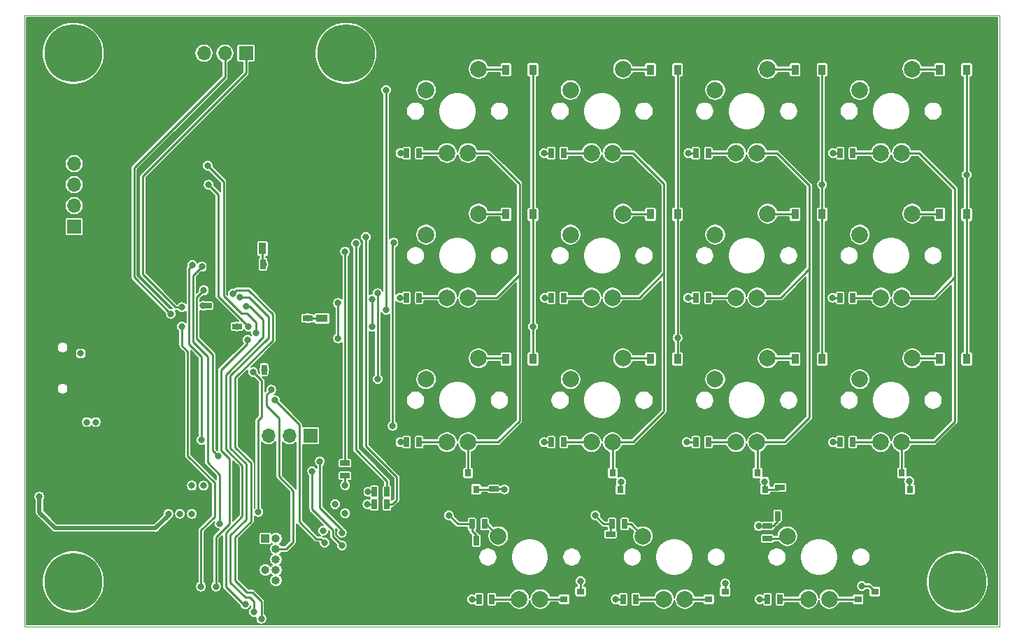
<source format=gbl>
G04 #@! TF.GenerationSoftware,KiCad,Pcbnew,5.1.9-73d0e3b20d~88~ubuntu18.04.1*
G04 #@! TF.CreationDate,2021-10-16T20:22:12+02:00*
G04 #@! TF.ProjectId,VFODial,56464f44-6961-46c2-9e6b-696361645f70,rev?*
G04 #@! TF.SameCoordinates,Original*
G04 #@! TF.FileFunction,Copper,L4,Bot*
G04 #@! TF.FilePolarity,Positive*
%FSLAX46Y46*%
G04 Gerber Fmt 4.6, Leading zero omitted, Abs format (unit mm)*
G04 Created by KiCad (PCBNEW 5.1.9-73d0e3b20d~88~ubuntu18.04.1) date 2021-10-16 20:22:12*
%MOMM*%
%LPD*%
G01*
G04 APERTURE LIST*
G04 #@! TA.AperFunction,Profile*
%ADD10C,0.050000*%
G04 #@! TD*
G04 #@! TA.AperFunction,SMDPad,CuDef*
%ADD11R,1.143000X0.635000*%
G04 #@! TD*
G04 #@! TA.AperFunction,SMDPad,CuDef*
%ADD12R,0.635000X1.143000*%
G04 #@! TD*
G04 #@! TA.AperFunction,SMDPad,CuDef*
%ADD13R,0.889000X1.397000*%
G04 #@! TD*
G04 #@! TA.AperFunction,SMDPad,CuDef*
%ADD14R,1.397000X0.889000*%
G04 #@! TD*
G04 #@! TA.AperFunction,WasherPad*
%ADD15C,7.000000*%
G04 #@! TD*
G04 #@! TA.AperFunction,SMDPad,CuDef*
%ADD16R,0.800000X0.900000*%
G04 #@! TD*
G04 #@! TA.AperFunction,SMDPad,CuDef*
%ADD17R,0.900000X0.800000*%
G04 #@! TD*
G04 #@! TA.AperFunction,ComponentPad*
%ADD18C,2.000000*%
G04 #@! TD*
G04 #@! TA.AperFunction,ComponentPad*
%ADD19C,1.800000*%
G04 #@! TD*
G04 #@! TA.AperFunction,ComponentPad*
%ADD20O,1.000000X1.000000*%
G04 #@! TD*
G04 #@! TA.AperFunction,ComponentPad*
%ADD21R,1.000000X1.000000*%
G04 #@! TD*
G04 #@! TA.AperFunction,ComponentPad*
%ADD22O,1.700000X1.700000*%
G04 #@! TD*
G04 #@! TA.AperFunction,ComponentPad*
%ADD23R,1.700000X1.700000*%
G04 #@! TD*
G04 #@! TA.AperFunction,SMDPad,CuDef*
%ADD24R,0.910000X1.220000*%
G04 #@! TD*
G04 #@! TA.AperFunction,ViaPad*
%ADD25C,0.800000*%
G04 #@! TD*
G04 #@! TA.AperFunction,Conductor*
%ADD26C,0.250000*%
G04 #@! TD*
G04 #@! TA.AperFunction,Conductor*
%ADD27C,0.500000*%
G04 #@! TD*
G04 #@! TA.AperFunction,Conductor*
%ADD28C,0.150000*%
G04 #@! TD*
G04 #@! TA.AperFunction,Conductor*
%ADD29C,0.100000*%
G04 #@! TD*
G04 APERTURE END LIST*
D10*
X20100000Y-187400000D02*
X20100000Y-187300000D01*
X138100000Y-187400000D02*
X20100000Y-187400000D01*
X138100000Y-113400000D02*
X138100000Y-187400000D01*
X20100000Y-113400000D02*
X138100000Y-113400000D01*
X20100000Y-187300000D02*
X20100000Y-113400000D01*
D11*
G04 #@! TO.P,R129,2*
G04 #@! TO.N,/MAIN2_LEDS*
X111550000Y-170562000D03*
G04 #@! TO.P,R129,1*
G04 #@! TO.N,GND*
X111550000Y-169038000D03*
G04 #@! TD*
D12*
G04 #@! TO.P,R126,2*
G04 #@! TO.N,+3V3*
X118838000Y-165100000D03*
G04 #@! TO.P,R126,1*
G04 #@! TO.N,Net-(R126-Pad1)*
X120362000Y-165100000D03*
G04 #@! TD*
G04 #@! TO.P,R125,2*
G04 #@! TO.N,+3V3*
X118838000Y-147600000D03*
G04 #@! TO.P,R125,1*
G04 #@! TO.N,Net-(R125-Pad1)*
X120362000Y-147600000D03*
G04 #@! TD*
G04 #@! TO.P,R124,2*
G04 #@! TO.N,+3V3*
X118838000Y-130100000D03*
G04 #@! TO.P,R124,1*
G04 #@! TO.N,Net-(R124-Pad1)*
X120362000Y-130100000D03*
G04 #@! TD*
G04 #@! TO.P,R123,2*
G04 #@! TO.N,+3V3*
X101338000Y-165100000D03*
G04 #@! TO.P,R123,1*
G04 #@! TO.N,Net-(R123-Pad1)*
X102862000Y-165100000D03*
G04 #@! TD*
G04 #@! TO.P,R122,2*
G04 #@! TO.N,+3V3*
X101338000Y-147600000D03*
G04 #@! TO.P,R122,1*
G04 #@! TO.N,Net-(R122-Pad1)*
X102862000Y-147600000D03*
G04 #@! TD*
G04 #@! TO.P,R121,2*
G04 #@! TO.N,+3V3*
X101338000Y-130100000D03*
G04 #@! TO.P,R121,1*
G04 #@! TO.N,Net-(R121-Pad1)*
X102862000Y-130100000D03*
G04 #@! TD*
D11*
G04 #@! TO.P,R120,2*
G04 #@! TO.N,/MAIN_LEDS*
X76900000Y-170762000D03*
G04 #@! TO.P,R120,1*
G04 #@! TO.N,GND*
X76900000Y-169238000D03*
G04 #@! TD*
D12*
G04 #@! TO.P,R119,2*
G04 #@! TO.N,+3V3*
X83838000Y-165100000D03*
G04 #@! TO.P,R119,1*
G04 #@! TO.N,Net-(R119-Pad1)*
X85362000Y-165100000D03*
G04 #@! TD*
G04 #@! TO.P,R118,2*
G04 #@! TO.N,+3V3*
X83838000Y-147600000D03*
G04 #@! TO.P,R118,1*
G04 #@! TO.N,Net-(R118-Pad1)*
X85362000Y-147600000D03*
G04 #@! TD*
G04 #@! TO.P,R117,2*
G04 #@! TO.N,+3V3*
X83838000Y-130100000D03*
G04 #@! TO.P,R117,1*
G04 #@! TO.N,Net-(R117-Pad1)*
X85362000Y-130100000D03*
G04 #@! TD*
G04 #@! TO.P,R116,2*
G04 #@! TO.N,+3V3*
X110038000Y-184100000D03*
G04 #@! TO.P,R116,1*
G04 #@! TO.N,Net-(R116-Pad1)*
X111562000Y-184100000D03*
G04 #@! TD*
G04 #@! TO.P,R115,2*
G04 #@! TO.N,+3V3*
X92538000Y-184100000D03*
G04 #@! TO.P,R115,1*
G04 #@! TO.N,Net-(R115-Pad1)*
X94062000Y-184100000D03*
G04 #@! TD*
G04 #@! TO.P,R114,2*
G04 #@! TO.N,+3V3*
X75138000Y-184100000D03*
G04 #@! TO.P,R114,1*
G04 #@! TO.N,Net-(R114-Pad1)*
X76662000Y-184100000D03*
G04 #@! TD*
G04 #@! TO.P,R113,2*
G04 #@! TO.N,+3V3*
X66338000Y-165100000D03*
G04 #@! TO.P,R113,1*
G04 #@! TO.N,Net-(R113-Pad1)*
X67862000Y-165100000D03*
G04 #@! TD*
G04 #@! TO.P,R112,2*
G04 #@! TO.N,+3V3*
X66338000Y-147600000D03*
G04 #@! TO.P,R112,1*
G04 #@! TO.N,Net-(R112-Pad1)*
X67862000Y-147600000D03*
G04 #@! TD*
G04 #@! TO.P,R111,2*
G04 #@! TO.N,+3V3*
X66338000Y-130100000D03*
G04 #@! TO.P,R111,1*
G04 #@! TO.N,Net-(R111-Pad1)*
X67862000Y-130100000D03*
G04 #@! TD*
D11*
G04 #@! TO.P,R110,2*
G04 #@! TO.N,/PB3*
X110000000Y-175238000D03*
G04 #@! TO.P,R110,1*
G04 #@! TO.N,Net-(R110-Pad1)*
X110000000Y-176762000D03*
G04 #@! TD*
D12*
G04 #@! TO.P,R109,2*
G04 #@! TO.N,/PB2*
X91238000Y-175000000D03*
G04 #@! TO.P,R109,1*
G04 #@! TO.N,Net-(R109-Pad1)*
X92762000Y-175000000D03*
G04 #@! TD*
G04 #@! TO.P,R108,2*
G04 #@! TO.N,/PB1*
X74238000Y-175000000D03*
G04 #@! TO.P,R108,1*
G04 #@! TO.N,Net-(R108-Pad1)*
X75762000Y-175000000D03*
G04 #@! TD*
D11*
G04 #@! TO.P,R107,2*
G04 #@! TO.N,Net-(R107-Pad2)*
X58900000Y-167638000D03*
G04 #@! TO.P,R107,1*
G04 #@! TO.N,Net-(L101-Pad2)*
X58900000Y-169162000D03*
G04 #@! TD*
D12*
G04 #@! TO.P,R106,2*
G04 #@! TO.N,Net-(R106-Pad2)*
X63962000Y-171100000D03*
G04 #@! TO.P,R106,1*
G04 #@! TO.N,Net-(L101-Pad3)*
X62438000Y-171100000D03*
G04 #@! TD*
G04 #@! TO.P,R105,2*
G04 #@! TO.N,Net-(R105-Pad2)*
X63962000Y-172600000D03*
G04 #@! TO.P,R105,1*
G04 #@! TO.N,Net-(L101-Pad4)*
X62438000Y-172600000D03*
G04 #@! TD*
G04 #@! TO.P,C113,2*
G04 #@! TO.N,/PB3*
X111238000Y-174000000D03*
G04 #@! TO.P,C113,1*
G04 #@! TO.N,GND*
X112762000Y-174000000D03*
G04 #@! TD*
D11*
G04 #@! TO.P,C112,2*
G04 #@! TO.N,/PB2*
X91000000Y-176238000D03*
G04 #@! TO.P,C112,1*
G04 #@! TO.N,GND*
X91000000Y-177762000D03*
G04 #@! TD*
D12*
G04 #@! TO.P,C111,2*
G04 #@! TO.N,/PB1*
X74762000Y-177000000D03*
G04 #@! TO.P,C111,1*
G04 #@! TO.N,GND*
X73238000Y-177000000D03*
G04 #@! TD*
D11*
G04 #@! TO.P,C110,2*
G04 #@! TO.N,GND*
X54350000Y-151612000D03*
G04 #@! TO.P,C110,1*
G04 #@! TO.N,+3V3*
X54350000Y-150088000D03*
G04 #@! TD*
D12*
G04 #@! TO.P,C109,2*
G04 #@! TO.N,GND*
X50612000Y-156300000D03*
G04 #@! TO.P,C109,1*
G04 #@! TO.N,+3V3*
X49088000Y-156300000D03*
G04 #@! TD*
G04 #@! TO.P,C108,2*
G04 #@! TO.N,GND*
X50462000Y-143550000D03*
G04 #@! TO.P,C108,1*
G04 #@! TO.N,+3V3*
X48938000Y-143550000D03*
G04 #@! TD*
D11*
G04 #@! TO.P,C107,2*
G04 #@! TO.N,GND*
X42150000Y-150112000D03*
G04 #@! TO.P,C107,1*
G04 #@! TO.N,+3V3*
X42150000Y-148588000D03*
G04 #@! TD*
G04 #@! TO.P,C106,2*
G04 #@! TO.N,GND*
X45800000Y-152600000D03*
G04 #@! TO.P,C106,1*
G04 #@! TO.N,+3V3*
X45800000Y-151076000D03*
G04 #@! TD*
D13*
G04 #@! TO.P,C105,2*
G04 #@! TO.N,GND*
X50802500Y-141650000D03*
G04 #@! TO.P,C105,1*
G04 #@! TO.N,+3V3*
X48897500Y-141650000D03*
G04 #@! TD*
D14*
G04 #@! TO.P,C104,2*
G04 #@! TO.N,GND*
X56100000Y-152002500D03*
G04 #@! TO.P,C104,1*
G04 #@! TO.N,+3V3*
X56100000Y-150097500D03*
G04 #@! TD*
D15*
G04 #@! TO.P,REF\u002A\u002A,*
G04 #@! TO.N,*
X59000000Y-118000000D03*
G04 #@! TD*
G04 #@! TO.P,REF\u002A\u002A,*
G04 #@! TO.N,*
X26000000Y-182000000D03*
G04 #@! TD*
G04 #@! TO.P,REF\u002A\u002A,*
G04 #@! TO.N,*
X133000000Y-182000000D03*
G04 #@! TD*
G04 #@! TO.P,REF\u002A\u002A,*
G04 #@! TO.N,*
X26000000Y-118000000D03*
G04 #@! TD*
D16*
G04 #@! TO.P,Q107,3*
G04 #@! TO.N,Net-(Q107-Pad3)*
X126300000Y-168800000D03*
G04 #@! TO.P,Q107,2*
G04 #@! TO.N,GND*
X125350000Y-170800000D03*
G04 #@! TO.P,Q107,1*
G04 #@! TO.N,/MAIN2_LEDS*
X127250000Y-170800000D03*
G04 #@! TD*
G04 #@! TO.P,Q106,3*
G04 #@! TO.N,Net-(Q106-Pad3)*
X108800000Y-168800000D03*
G04 #@! TO.P,Q106,2*
G04 #@! TO.N,GND*
X107850000Y-170800000D03*
G04 #@! TO.P,Q106,1*
G04 #@! TO.N,/MAIN2_LEDS*
X109750000Y-170800000D03*
G04 #@! TD*
D17*
G04 #@! TO.P,Q105,3*
G04 #@! TO.N,Net-(Q105-Pad3)*
X85400000Y-184100000D03*
G04 #@! TO.P,Q105,2*
G04 #@! TO.N,GND*
X87400000Y-185050000D03*
G04 #@! TO.P,Q105,1*
G04 #@! TO.N,/PB1_LED*
X87400000Y-183150000D03*
G04 #@! TD*
D16*
G04 #@! TO.P,Q104,3*
G04 #@! TO.N,Net-(Q104-Pad3)*
X91300000Y-168800000D03*
G04 #@! TO.P,Q104,2*
G04 #@! TO.N,GND*
X90350000Y-170800000D03*
G04 #@! TO.P,Q104,1*
G04 #@! TO.N,/MAIN_LEDS*
X92250000Y-170800000D03*
G04 #@! TD*
D17*
G04 #@! TO.P,Q103,3*
G04 #@! TO.N,Net-(Q103-Pad3)*
X102900000Y-184100000D03*
G04 #@! TO.P,Q103,2*
G04 #@! TO.N,GND*
X104900000Y-185050000D03*
G04 #@! TO.P,Q103,1*
G04 #@! TO.N,/PB2_LED*
X104900000Y-183150000D03*
G04 #@! TD*
G04 #@! TO.P,Q102,3*
G04 #@! TO.N,Net-(Q102-Pad3)*
X121000000Y-184100000D03*
G04 #@! TO.P,Q102,2*
G04 #@! TO.N,GND*
X123000000Y-185050000D03*
G04 #@! TO.P,Q102,1*
G04 #@! TO.N,/PB3_LED*
X123000000Y-183150000D03*
G04 #@! TD*
D16*
G04 #@! TO.P,Q101,3*
G04 #@! TO.N,Net-(Q101-Pad3)*
X73800000Y-168800000D03*
G04 #@! TO.P,Q101,2*
G04 #@! TO.N,GND*
X72850000Y-170800000D03*
G04 #@! TO.P,Q101,1*
G04 #@! TO.N,/MAIN_LEDS*
X74750000Y-170800000D03*
G04 #@! TD*
D18*
G04 #@! TO.P,S115,4*
G04 #@! TO.N,Net-(Q102-Pad3)*
X117520000Y-184080000D03*
G04 #@! TO.P,S115,3*
G04 #@! TO.N,Net-(R116-Pad1)*
X114980000Y-184080000D03*
G04 #@! TO.P,S115,2*
G04 #@! TO.N,GND*
X118790000Y-173920000D03*
G04 #@! TO.P,S115,1*
G04 #@! TO.N,Net-(R110-Pad1)*
X112440000Y-176460000D03*
G04 #@! TD*
G04 #@! TO.P,S114,4*
G04 #@! TO.N,Net-(Q103-Pad3)*
X100020000Y-184080000D03*
G04 #@! TO.P,S114,3*
G04 #@! TO.N,Net-(R115-Pad1)*
X97480000Y-184080000D03*
G04 #@! TO.P,S114,2*
G04 #@! TO.N,GND*
X101290000Y-173920000D03*
G04 #@! TO.P,S114,1*
G04 #@! TO.N,Net-(R109-Pad1)*
X94940000Y-176460000D03*
G04 #@! TD*
G04 #@! TO.P,S113,4*
G04 #@! TO.N,Net-(Q105-Pad3)*
X82520000Y-184080000D03*
G04 #@! TO.P,S113,3*
G04 #@! TO.N,Net-(R114-Pad1)*
X79980000Y-184080000D03*
G04 #@! TO.P,S113,2*
G04 #@! TO.N,GND*
X83790000Y-173920000D03*
G04 #@! TO.P,S113,1*
G04 #@! TO.N,Net-(R108-Pad1)*
X77440000Y-176460000D03*
G04 #@! TD*
G04 #@! TO.P,S112,4*
G04 #@! TO.N,Net-(Q107-Pad3)*
X126270000Y-165080000D03*
G04 #@! TO.P,S112,3*
G04 #@! TO.N,Net-(R126-Pad1)*
X123730000Y-165080000D03*
G04 #@! TO.P,S112,2*
G04 #@! TO.N,Net-(D112-PadA)*
X127540000Y-154920000D03*
G04 #@! TO.P,S112,1*
G04 #@! TO.N,/ROW_2*
X121190000Y-157460000D03*
G04 #@! TD*
G04 #@! TO.P,S111,4*
G04 #@! TO.N,Net-(Q107-Pad3)*
X126270000Y-147580000D03*
G04 #@! TO.P,S111,3*
G04 #@! TO.N,Net-(R125-Pad1)*
X123730000Y-147580000D03*
G04 #@! TO.P,S111,2*
G04 #@! TO.N,Net-(D111-PadA)*
X127540000Y-137420000D03*
G04 #@! TO.P,S111,1*
G04 #@! TO.N,/ROW_1*
X121190000Y-139960000D03*
G04 #@! TD*
G04 #@! TO.P,S110,4*
G04 #@! TO.N,Net-(Q107-Pad3)*
X126270000Y-130080000D03*
G04 #@! TO.P,S110,3*
G04 #@! TO.N,Net-(R124-Pad1)*
X123730000Y-130080000D03*
G04 #@! TO.P,S110,2*
G04 #@! TO.N,Net-(D110-PadA)*
X127540000Y-119920000D03*
G04 #@! TO.P,S110,1*
G04 #@! TO.N,/ROW_0*
X121190000Y-122460000D03*
G04 #@! TD*
G04 #@! TO.P,S109,4*
G04 #@! TO.N,Net-(Q106-Pad3)*
X108770000Y-165080000D03*
G04 #@! TO.P,S109,3*
G04 #@! TO.N,Net-(R123-Pad1)*
X106230000Y-165080000D03*
G04 #@! TO.P,S109,2*
G04 #@! TO.N,Net-(D109-PadA)*
X110040000Y-154920000D03*
G04 #@! TO.P,S109,1*
G04 #@! TO.N,/ROW_2*
X103690000Y-157460000D03*
G04 #@! TD*
G04 #@! TO.P,S108,4*
G04 #@! TO.N,Net-(Q106-Pad3)*
X108770000Y-147580000D03*
G04 #@! TO.P,S108,3*
G04 #@! TO.N,Net-(R122-Pad1)*
X106230000Y-147580000D03*
G04 #@! TO.P,S108,2*
G04 #@! TO.N,Net-(D108-PadA)*
X110040000Y-137420000D03*
G04 #@! TO.P,S108,1*
G04 #@! TO.N,/ROW_1*
X103690000Y-139960000D03*
G04 #@! TD*
G04 #@! TO.P,S107,4*
G04 #@! TO.N,Net-(Q106-Pad3)*
X108770000Y-130080000D03*
G04 #@! TO.P,S107,3*
G04 #@! TO.N,Net-(R121-Pad1)*
X106230000Y-130080000D03*
G04 #@! TO.P,S107,2*
G04 #@! TO.N,Net-(D107-PadA)*
X110040000Y-119920000D03*
G04 #@! TO.P,S107,1*
G04 #@! TO.N,/ROW_0*
X103690000Y-122460000D03*
G04 #@! TD*
G04 #@! TO.P,S106,4*
G04 #@! TO.N,Net-(Q104-Pad3)*
X91270000Y-165080000D03*
G04 #@! TO.P,S106,3*
G04 #@! TO.N,Net-(R119-Pad1)*
X88730000Y-165080000D03*
G04 #@! TO.P,S106,2*
G04 #@! TO.N,Net-(D106-PadA)*
X92540000Y-154920000D03*
G04 #@! TO.P,S106,1*
G04 #@! TO.N,/ROW_2*
X86190000Y-157460000D03*
G04 #@! TD*
G04 #@! TO.P,S105,4*
G04 #@! TO.N,Net-(Q104-Pad3)*
X91270000Y-147580000D03*
G04 #@! TO.P,S105,3*
G04 #@! TO.N,Net-(R118-Pad1)*
X88730000Y-147580000D03*
G04 #@! TO.P,S105,2*
G04 #@! TO.N,Net-(D105-PadA)*
X92540000Y-137420000D03*
G04 #@! TO.P,S105,1*
G04 #@! TO.N,/ROW_1*
X86190000Y-139960000D03*
G04 #@! TD*
G04 #@! TO.P,S104,4*
G04 #@! TO.N,Net-(Q104-Pad3)*
X91270000Y-130080000D03*
G04 #@! TO.P,S104,3*
G04 #@! TO.N,Net-(R117-Pad1)*
X88730000Y-130080000D03*
G04 #@! TO.P,S104,2*
G04 #@! TO.N,Net-(D104-PadA)*
X92540000Y-119920000D03*
G04 #@! TO.P,S104,1*
G04 #@! TO.N,/ROW_0*
X86190000Y-122460000D03*
G04 #@! TD*
G04 #@! TO.P,S103,4*
G04 #@! TO.N,Net-(Q101-Pad3)*
X73770000Y-165080000D03*
G04 #@! TO.P,S103,3*
G04 #@! TO.N,Net-(R113-Pad1)*
X71230000Y-165080000D03*
G04 #@! TO.P,S103,2*
G04 #@! TO.N,Net-(D103-PadA)*
X75040000Y-154920000D03*
G04 #@! TO.P,S103,1*
G04 #@! TO.N,/ROW_2*
X68690000Y-157460000D03*
G04 #@! TD*
G04 #@! TO.P,S102,4*
G04 #@! TO.N,Net-(Q101-Pad3)*
X73770000Y-147580000D03*
G04 #@! TO.P,S102,3*
G04 #@! TO.N,Net-(R112-Pad1)*
X71230000Y-147580000D03*
G04 #@! TO.P,S102,2*
G04 #@! TO.N,Net-(D102-PadA)*
X75040000Y-137420000D03*
G04 #@! TO.P,S102,1*
G04 #@! TO.N,/ROW_1*
X68690000Y-139960000D03*
G04 #@! TD*
G04 #@! TO.P,S101,4*
G04 #@! TO.N,Net-(Q101-Pad3)*
X73770000Y-130080000D03*
G04 #@! TO.P,S101,3*
G04 #@! TO.N,Net-(R111-Pad1)*
X71230000Y-130080000D03*
G04 #@! TO.P,S101,2*
G04 #@! TO.N,Net-(D101-PadA)*
X75040000Y-119920000D03*
G04 #@! TO.P,S101,1*
G04 #@! TO.N,/ROW_0*
X68690000Y-122460000D03*
G04 #@! TD*
D19*
G04 #@! TO.P,J101,6*
G04 #@! TO.N,GND*
X21950000Y-159975000D03*
X21950000Y-152225000D03*
D18*
X25750000Y-159825000D03*
X25750000Y-152375000D03*
G04 #@! TD*
D20*
G04 #@! TO.P,J102,10*
G04 #@! TO.N,/~RESET*
X50520000Y-181830000D03*
G04 #@! TO.P,J102,9*
G04 #@! TO.N,GND*
X49250000Y-181830000D03*
G04 #@! TO.P,J102,8*
G04 #@! TO.N,Net-(J102-Pad8)*
X50520000Y-180560000D03*
G04 #@! TO.P,J102,7*
G04 #@! TO.N,Net-(J102-Pad7)*
X49250000Y-180560000D03*
G04 #@! TO.P,J102,6*
G04 #@! TO.N,/SWO*
X50520000Y-179290000D03*
G04 #@! TO.P,J102,5*
G04 #@! TO.N,GND*
X49250000Y-179290000D03*
G04 #@! TO.P,J102,4*
G04 #@! TO.N,/SWDCLK*
X50520000Y-178020000D03*
G04 #@! TO.P,J102,3*
G04 #@! TO.N,GND*
X49250000Y-178020000D03*
G04 #@! TO.P,J102,2*
G04 #@! TO.N,/SWDIO*
X50520000Y-176750000D03*
D21*
G04 #@! TO.P,J102,1*
G04 #@! TO.N,+3V3*
X49250000Y-176750000D03*
G04 #@! TD*
D22*
G04 #@! TO.P,J105,5*
G04 #@! TO.N,GND*
X26100000Y-128840000D03*
G04 #@! TO.P,J105,4*
G04 #@! TO.N,/COARSE_COD_P*
X26100000Y-131380000D03*
G04 #@! TO.P,J105,3*
G04 #@! TO.N,/COARSE_COD_N*
X26100000Y-133920000D03*
G04 #@! TO.P,J105,2*
G04 #@! TO.N,/ROT_PB*
X26100000Y-136460000D03*
D23*
G04 #@! TO.P,J105,1*
G04 #@! TO.N,+3V3*
X26100000Y-139000000D03*
G04 #@! TD*
D22*
G04 #@! TO.P,J104,4*
G04 #@! TO.N,GND*
X39280000Y-118000000D03*
G04 #@! TO.P,J104,3*
G04 #@! TO.N,+3V3*
X41820000Y-118000000D03*
G04 #@! TO.P,J104,2*
G04 #@! TO.N,/LCD_CK*
X44360000Y-118000000D03*
D23*
G04 #@! TO.P,J104,1*
G04 #@! TO.N,/LCD_DA*
X46900000Y-118000000D03*
G04 #@! TD*
D22*
G04 #@! TO.P,J103,4*
G04 #@! TO.N,GND*
X47080000Y-164300000D03*
G04 #@! TO.P,J103,3*
G04 #@! TO.N,/SMOOTH_COD_P*
X49620000Y-164300000D03*
G04 #@! TO.P,J103,2*
G04 #@! TO.N,/SMOOTH_COD_N*
X52160000Y-164300000D03*
D23*
G04 #@! TO.P,J103,1*
G04 #@! TO.N,+5V*
X54700000Y-164300000D03*
G04 #@! TD*
D24*
G04 #@! TO.P,D112,A*
G04 #@! TO.N,Net-(D112-PadA)*
X130865000Y-155000000D03*
G04 #@! TO.P,D112,K*
G04 #@! TO.N,/COL_3*
X134135000Y-155000000D03*
G04 #@! TD*
G04 #@! TO.P,D111,A*
G04 #@! TO.N,Net-(D111-PadA)*
X130865000Y-137500000D03*
G04 #@! TO.P,D111,K*
G04 #@! TO.N,/COL_3*
X134135000Y-137500000D03*
G04 #@! TD*
G04 #@! TO.P,D110,A*
G04 #@! TO.N,Net-(D110-PadA)*
X130865000Y-120000000D03*
G04 #@! TO.P,D110,K*
G04 #@! TO.N,/COL_3*
X134135000Y-120000000D03*
G04 #@! TD*
G04 #@! TO.P,D109,A*
G04 #@! TO.N,Net-(D109-PadA)*
X113365000Y-155000000D03*
G04 #@! TO.P,D109,K*
G04 #@! TO.N,/COL_2*
X116635000Y-155000000D03*
G04 #@! TD*
G04 #@! TO.P,D108,A*
G04 #@! TO.N,Net-(D108-PadA)*
X113365000Y-137500000D03*
G04 #@! TO.P,D108,K*
G04 #@! TO.N,/COL_2*
X116635000Y-137500000D03*
G04 #@! TD*
G04 #@! TO.P,D107,A*
G04 #@! TO.N,Net-(D107-PadA)*
X113365000Y-120000000D03*
G04 #@! TO.P,D107,K*
G04 #@! TO.N,/COL_2*
X116635000Y-120000000D03*
G04 #@! TD*
G04 #@! TO.P,D106,A*
G04 #@! TO.N,Net-(D106-PadA)*
X95865000Y-155000000D03*
G04 #@! TO.P,D106,K*
G04 #@! TO.N,/COL_1*
X99135000Y-155000000D03*
G04 #@! TD*
G04 #@! TO.P,D105,A*
G04 #@! TO.N,Net-(D105-PadA)*
X95865000Y-137500000D03*
G04 #@! TO.P,D105,K*
G04 #@! TO.N,/COL_1*
X99135000Y-137500000D03*
G04 #@! TD*
G04 #@! TO.P,D104,A*
G04 #@! TO.N,Net-(D104-PadA)*
X95865000Y-120000000D03*
G04 #@! TO.P,D104,K*
G04 #@! TO.N,/COL_1*
X99135000Y-120000000D03*
G04 #@! TD*
G04 #@! TO.P,D103,A*
G04 #@! TO.N,Net-(D103-PadA)*
X78365000Y-155000000D03*
G04 #@! TO.P,D103,K*
G04 #@! TO.N,/COL_0*
X81635000Y-155000000D03*
G04 #@! TD*
G04 #@! TO.P,D102,A*
G04 #@! TO.N,Net-(D102-PadA)*
X78365000Y-137500000D03*
G04 #@! TO.P,D102,K*
G04 #@! TO.N,/COL_0*
X81635000Y-137500000D03*
G04 #@! TD*
G04 #@! TO.P,D101,A*
G04 #@! TO.N,Net-(D101-PadA)*
X78365000Y-120000000D03*
G04 #@! TO.P,D101,K*
G04 #@! TO.N,/COL_0*
X81635000Y-120000000D03*
G04 #@! TD*
D25*
G04 #@! TO.N,+3V3*
X54350000Y-150088000D03*
X45800000Y-151076000D03*
X49088000Y-156300000D03*
X65600000Y-130100000D03*
X65550000Y-147600000D03*
X65600000Y-165100000D03*
X83000000Y-130100000D03*
X83050000Y-147600000D03*
X83000000Y-165100000D03*
X100250000Y-165100000D03*
X100400000Y-147600000D03*
X100450000Y-130100000D03*
X117950000Y-130100000D03*
X117900000Y-147600000D03*
X117950000Y-165100000D03*
X91650000Y-184100000D03*
X74250000Y-184100000D03*
X109050000Y-184100000D03*
X41750000Y-170350000D03*
X40350000Y-170350000D03*
X40350000Y-173750000D03*
X38900000Y-173750000D03*
X37500000Y-173750000D03*
X21900000Y-171700000D03*
X58900000Y-173700000D03*
X57700000Y-172600000D03*
X56250000Y-175800000D03*
X49025021Y-143550000D03*
X41700000Y-148574990D03*
G04 #@! TO.N,GND*
X124100000Y-185100000D03*
X106200000Y-185200000D03*
X88700000Y-185200000D03*
X89800000Y-177700000D03*
X90300000Y-172000000D03*
X107800000Y-171800000D03*
X112700000Y-172800000D03*
X73200000Y-178000000D03*
X78000000Y-169200000D03*
X72800000Y-171800000D03*
X125300000Y-171700000D03*
X27700000Y-172300000D03*
X26650000Y-172300000D03*
X28850000Y-172300000D03*
X26300000Y-171200000D03*
X26300000Y-169050000D03*
X26800000Y-158300000D03*
X46700000Y-179150000D03*
X42500000Y-152850000D03*
X44350000Y-153650000D03*
X49250000Y-146900000D03*
X23050000Y-164100000D03*
X23050000Y-166600000D03*
X24400000Y-162600000D03*
X25500000Y-166600000D03*
X25500000Y-164100000D03*
X21950000Y-167850000D03*
X111550000Y-168300000D03*
X51000000Y-150250000D03*
X56100000Y-153200000D03*
X54350000Y-153200000D03*
X45650000Y-170350000D03*
X49300000Y-169200000D03*
X49250000Y-171200000D03*
X52350000Y-169550000D03*
X47650000Y-160450000D03*
X40750000Y-157750000D03*
X50850000Y-139050000D03*
X48950000Y-139000000D03*
G04 #@! TO.N,/COL_0*
X62125000Y-147775000D03*
X62125000Y-151100000D03*
X81635000Y-151115000D03*
G04 #@! TO.N,/COL_1*
X58050000Y-148250000D03*
X58050000Y-152500000D03*
X99135000Y-152465000D03*
G04 #@! TO.N,/COL_2*
X116635000Y-133885000D03*
G04 #@! TO.N,/COL_3*
X134135000Y-132715000D03*
G04 #@! TO.N,/SWDIO*
X50400000Y-160000000D03*
X56400000Y-177250000D03*
G04 #@! TO.N,/SWDCLK*
X49950000Y-158750000D03*
G04 #@! TO.N,/ROW_0*
X63850000Y-149050000D03*
X63850000Y-122450000D03*
G04 #@! TO.N,/ROW_2*
X62850000Y-147050000D03*
X62850000Y-157450000D03*
G04 #@! TO.N,/PB1*
X71450000Y-173950000D03*
X43700000Y-174950000D03*
X41550000Y-143850000D03*
G04 #@! TO.N,/PB2*
X89200000Y-173950000D03*
X58500000Y-176050000D03*
X55850000Y-167400000D03*
X41500000Y-164800000D03*
X40400000Y-143650000D03*
G04 #@! TO.N,/PB3*
X41800000Y-146700000D03*
X54900000Y-168600000D03*
X58500000Y-177600000D03*
X108950000Y-175250000D03*
X43500000Y-166750000D03*
G04 #@! TO.N,Net-(L101-Pad4)*
X61600000Y-172600000D03*
G04 #@! TO.N,Net-(L101-Pad3)*
X61700000Y-171100000D03*
G04 #@! TO.N,Net-(L101-Pad2)*
X58900000Y-170300000D03*
G04 #@! TO.N,Net-(R105-Pad2)*
X61400000Y-140250000D03*
G04 #@! TO.N,Net-(R106-Pad2)*
X60200000Y-141050000D03*
G04 #@! TO.N,Net-(R107-Pad2)*
X58900000Y-142000000D03*
G04 #@! TO.N,+5V*
X28700000Y-162650000D03*
X27650000Y-162650000D03*
X26900000Y-154350000D03*
G04 #@! TO.N,/LCD_CK*
X37800000Y-149550000D03*
G04 #@! TO.N,/LCD_DA*
X39150000Y-148750000D03*
G04 #@! TO.N,/COARSE_COD_P*
X48100000Y-151825000D03*
X42250000Y-131600000D03*
G04 #@! TO.N,/COARSE_COD_N*
X47200000Y-151100000D03*
X42370000Y-133920000D03*
G04 #@! TO.N,/~RESET*
X47100000Y-152700000D03*
X43250000Y-182550000D03*
G04 #@! TO.N,/SWO*
X41450000Y-182550000D03*
X39150000Y-151100000D03*
G04 #@! TO.N,/MAIN2_LEDS*
X127200000Y-169800000D03*
G04 #@! TO.N,/MAIN_LEDS*
X92300000Y-169900000D03*
X78200000Y-170800000D03*
X47750000Y-156600000D03*
X48400000Y-173550000D03*
G04 #@! TO.N,/PB3_LED*
X45303148Y-147107666D03*
X48750000Y-186450000D03*
X121450000Y-182500000D03*
G04 #@! TO.N,/PB2_LED*
X46200000Y-147550000D03*
X47850000Y-185650000D03*
X104900000Y-182200000D03*
G04 #@! TO.N,/PB1_LED*
X87400000Y-181900000D03*
X46800000Y-184700000D03*
X46950000Y-148600000D03*
G04 #@! TO.N,/MAIN2_LEDS*
X109700000Y-169850000D03*
X64750000Y-140900000D03*
X64650000Y-163100000D03*
G04 #@! TD*
D26*
G04 #@! TO.N,+3V3*
X54359500Y-150097500D02*
X54350000Y-150088000D01*
X56100000Y-150097500D02*
X54359500Y-150097500D01*
X66338000Y-130100000D02*
X65600000Y-130100000D01*
X66338000Y-147600000D02*
X65550000Y-147600000D01*
X66338000Y-165100000D02*
X65600000Y-165100000D01*
X83838000Y-130100000D02*
X83000000Y-130100000D01*
X83838000Y-147600000D02*
X83050000Y-147600000D01*
X83838000Y-165100000D02*
X83000000Y-165100000D01*
X101338000Y-165100000D02*
X100250000Y-165100000D01*
X101338000Y-147600000D02*
X100400000Y-147600000D01*
X101338000Y-130100000D02*
X100450000Y-130100000D01*
X118838000Y-130100000D02*
X117950000Y-130100000D01*
X118838000Y-147600000D02*
X117900000Y-147600000D01*
X118838000Y-165100000D02*
X117950000Y-165100000D01*
X92538000Y-184100000D02*
X91650000Y-184100000D01*
X75138000Y-184100000D02*
X74250000Y-184100000D01*
X110038000Y-184100000D02*
X109050000Y-184100000D01*
D27*
X37500000Y-173750000D02*
X37500000Y-173950000D01*
X37500000Y-173950000D02*
X35950000Y-175500000D01*
X35950000Y-175500000D02*
X23800000Y-175500000D01*
X21900000Y-173600000D02*
X21900000Y-171700000D01*
X23800000Y-175500000D02*
X21900000Y-173600000D01*
D26*
X48897500Y-143422479D02*
X49025021Y-143550000D01*
X48897500Y-141650000D02*
X48897500Y-143422479D01*
G04 #@! TO.N,GND*
X124050000Y-185050000D02*
X124100000Y-185100000D01*
X123000000Y-185050000D02*
X124050000Y-185050000D01*
X106050000Y-185050000D02*
X106200000Y-185200000D01*
X104900000Y-185050000D02*
X106050000Y-185050000D01*
X88550000Y-185050000D02*
X88700000Y-185200000D01*
X87400000Y-185050000D02*
X88550000Y-185050000D01*
X89862000Y-177762000D02*
X89800000Y-177700000D01*
X91000000Y-177762000D02*
X89862000Y-177762000D01*
X90350000Y-171950000D02*
X90300000Y-172000000D01*
X90350000Y-170800000D02*
X90350000Y-171950000D01*
X107850000Y-171750000D02*
X107800000Y-171800000D01*
X107850000Y-170800000D02*
X107850000Y-171750000D01*
X112762000Y-172862000D02*
X112700000Y-172800000D01*
X112762000Y-174000000D02*
X112762000Y-172862000D01*
X73238000Y-177962000D02*
X73200000Y-178000000D01*
X73238000Y-177000000D02*
X73238000Y-177962000D01*
X77962000Y-169238000D02*
X78000000Y-169200000D01*
X76900000Y-169238000D02*
X77962000Y-169238000D01*
X72850000Y-171750000D02*
X72800000Y-171800000D01*
X72850000Y-170800000D02*
X72850000Y-171750000D01*
X125350000Y-171650000D02*
X125300000Y-171700000D01*
X125350000Y-170800000D02*
X125350000Y-171650000D01*
X45400000Y-152600000D02*
X44350000Y-153650000D01*
X45800000Y-152600000D02*
X45400000Y-152600000D01*
X111550000Y-169038000D02*
X111550000Y-168300000D01*
G04 #@! TO.N,Net-(D101-PadA)*
X78285000Y-119920000D02*
X78365000Y-120000000D01*
X75040000Y-119920000D02*
X78285000Y-119920000D01*
G04 #@! TO.N,/COL_0*
X81635000Y-120000000D02*
X81635000Y-137500000D01*
X62125000Y-147775000D02*
X62125000Y-151100000D01*
X81635000Y-151115000D02*
X81635000Y-137500000D01*
X81635000Y-155000000D02*
X81635000Y-151115000D01*
G04 #@! TO.N,Net-(D102-PadA)*
X78285000Y-137420000D02*
X78365000Y-137500000D01*
X75040000Y-137420000D02*
X78285000Y-137420000D01*
G04 #@! TO.N,Net-(D103-PadA)*
X78285000Y-154920000D02*
X78365000Y-155000000D01*
X75040000Y-154920000D02*
X78285000Y-154920000D01*
G04 #@! TO.N,Net-(D104-PadA)*
X95785000Y-119920000D02*
X95865000Y-120000000D01*
X92540000Y-119920000D02*
X95785000Y-119920000D01*
G04 #@! TO.N,/COL_1*
X99135000Y-120000000D02*
X99135000Y-137500000D01*
X58050000Y-148250000D02*
X58050000Y-151250000D01*
X58050000Y-151250000D02*
X58050000Y-152500000D01*
X99135000Y-152465000D02*
X99135000Y-137500000D01*
X99135000Y-155000000D02*
X99135000Y-152465000D01*
G04 #@! TO.N,Net-(D105-PadA)*
X95785000Y-137420000D02*
X95865000Y-137500000D01*
X92540000Y-137420000D02*
X95785000Y-137420000D01*
G04 #@! TO.N,Net-(D106-PadA)*
X95785000Y-154920000D02*
X95865000Y-155000000D01*
X92540000Y-154920000D02*
X95785000Y-154920000D01*
G04 #@! TO.N,Net-(D107-PadA)*
X113285000Y-119920000D02*
X113365000Y-120000000D01*
X110040000Y-119920000D02*
X113285000Y-119920000D01*
G04 #@! TO.N,/COL_2*
X116635000Y-155000000D02*
X116635000Y-137500000D01*
X116635000Y-133885000D02*
X116635000Y-137500000D01*
X116635000Y-120000000D02*
X116635000Y-133885000D01*
G04 #@! TO.N,Net-(D108-PadA)*
X113285000Y-137420000D02*
X113365000Y-137500000D01*
X110040000Y-137420000D02*
X113285000Y-137420000D01*
G04 #@! TO.N,Net-(D109-PadA)*
X113285000Y-154920000D02*
X113365000Y-155000000D01*
X110040000Y-154920000D02*
X113285000Y-154920000D01*
G04 #@! TO.N,Net-(D110-PadA)*
X130785000Y-119920000D02*
X130865000Y-120000000D01*
X127540000Y-119920000D02*
X130785000Y-119920000D01*
G04 #@! TO.N,/COL_3*
X134135000Y-155000000D02*
X134135000Y-137500000D01*
X134135000Y-132715000D02*
X134135000Y-137500000D01*
X134135000Y-120000000D02*
X134135000Y-132715000D01*
G04 #@! TO.N,Net-(D111-PadA)*
X130785000Y-137420000D02*
X130865000Y-137500000D01*
X127540000Y-137420000D02*
X130785000Y-137420000D01*
G04 #@! TO.N,Net-(D112-PadA)*
X130785000Y-154920000D02*
X130865000Y-155000000D01*
X127540000Y-154920000D02*
X130785000Y-154920000D01*
G04 #@! TO.N,/SWDIO*
X50400000Y-160000000D02*
X53350000Y-162950000D01*
X50520000Y-176680000D02*
X50520000Y-176750000D01*
X53350000Y-173000000D02*
X53350000Y-174750000D01*
X53350000Y-162950000D02*
X53350000Y-173000000D01*
X53350000Y-173000000D02*
X53350000Y-173850000D01*
X53350000Y-174750000D02*
X55400000Y-176800000D01*
X55950000Y-176800000D02*
X56400000Y-177250000D01*
X55400000Y-176800000D02*
X55950000Y-176800000D01*
G04 #@! TO.N,/SWDCLK*
X50520000Y-178020000D02*
X51780000Y-178020000D01*
X51780000Y-178020000D02*
X52600000Y-177200000D01*
X52600000Y-170950000D02*
X50900000Y-169250000D01*
X52600000Y-177200000D02*
X52600000Y-170950000D01*
X50900000Y-169250000D02*
X50900000Y-162200000D01*
X50900000Y-162200000D02*
X49350000Y-160650000D01*
X49350000Y-159350000D02*
X49950000Y-158750000D01*
X49350000Y-160650000D02*
X49350000Y-159350000D01*
G04 #@! TO.N,/ROW_0*
X63850000Y-149050000D02*
X63850000Y-122450000D01*
G04 #@! TO.N,/ROW_2*
X62850000Y-147050000D02*
X62850000Y-157450000D01*
G04 #@! TO.N,/PB1*
X74762000Y-177000000D02*
X74762000Y-176362000D01*
X74238000Y-175838000D02*
X74238000Y-175000000D01*
X74762000Y-176362000D02*
X74238000Y-175838000D01*
X74238000Y-175000000D02*
X72550000Y-175000000D01*
X71500000Y-173950000D02*
X71450000Y-173950000D01*
X72550000Y-175000000D02*
X71500000Y-173950000D01*
X42250000Y-167550000D02*
X43700000Y-169000000D01*
X40474988Y-152974988D02*
X42250000Y-154750000D01*
X40474988Y-144925012D02*
X40474988Y-152974988D01*
X42250000Y-154750000D02*
X42250000Y-167550000D01*
X43700000Y-169000000D02*
X43700000Y-174950000D01*
X41550000Y-143850000D02*
X40474988Y-144925012D01*
G04 #@! TO.N,/PB2*
X91000000Y-175238000D02*
X91238000Y-175000000D01*
X91000000Y-176238000D02*
X91000000Y-175238000D01*
X91238000Y-175000000D02*
X90200000Y-175000000D01*
X89200000Y-174000000D02*
X89200000Y-173950000D01*
X90200000Y-175000000D02*
X89200000Y-174000000D01*
X58500000Y-176050000D02*
X58500000Y-175700000D01*
X55850000Y-173050000D02*
X55850000Y-172150000D01*
X58500000Y-175700000D02*
X55850000Y-173050000D01*
X55850000Y-172150000D02*
X55850000Y-167400000D01*
X40024977Y-153224977D02*
X40024977Y-144025023D01*
X40024977Y-144025023D02*
X40400000Y-143650000D01*
X41500000Y-154700000D02*
X40024977Y-153224977D01*
X41500000Y-164800000D02*
X41500000Y-154700000D01*
G04 #@! TO.N,/PB3*
X110000000Y-175238000D02*
X110662000Y-175238000D01*
X111238000Y-174662000D02*
X111238000Y-174000000D01*
X110662000Y-175238000D02*
X111238000Y-174662000D01*
X54900000Y-168600000D02*
X54900000Y-173200000D01*
X54900000Y-173200000D02*
X57400000Y-175700000D01*
X57400000Y-176500000D02*
X58500000Y-177600000D01*
X57400000Y-175700000D02*
X57400000Y-176500000D01*
X109988000Y-175250000D02*
X110000000Y-175238000D01*
X108950000Y-175250000D02*
X109988000Y-175250000D01*
X42850000Y-154450000D02*
X42850000Y-166100000D01*
X41800000Y-146700000D02*
X40924999Y-147575001D01*
X40924999Y-147575001D02*
X40924999Y-152524999D01*
X40924999Y-152524999D02*
X42850000Y-154450000D01*
X42850000Y-166100000D02*
X43500000Y-166750000D01*
G04 #@! TO.N,Net-(L101-Pad4)*
X61600000Y-172600000D02*
X62438000Y-172600000D01*
G04 #@! TO.N,Net-(L101-Pad3)*
X61700000Y-171100000D02*
X62438000Y-171100000D01*
G04 #@! TO.N,Net-(L101-Pad2)*
X58900000Y-170300000D02*
X58900000Y-169162000D01*
G04 #@! TO.N,Net-(R105-Pad2)*
X63962000Y-172600000D02*
X64600000Y-172600000D01*
X64600000Y-172600000D02*
X65150000Y-172050000D01*
X65150000Y-172050000D02*
X65150000Y-169300000D01*
X65150000Y-169300000D02*
X61400000Y-165550000D01*
X61400000Y-165550000D02*
X61400000Y-140250000D01*
G04 #@! TO.N,Net-(R106-Pad2)*
X63962000Y-171100000D02*
X63962000Y-169762000D01*
X63962000Y-169762000D02*
X60200000Y-166000000D01*
X60200000Y-166000000D02*
X60200000Y-141050000D01*
G04 #@! TO.N,Net-(R107-Pad2)*
X58900000Y-167638000D02*
X58900000Y-142000000D01*
G04 #@! TO.N,Net-(R108-Pad1)*
X75980000Y-175000000D02*
X77440000Y-176460000D01*
X75762000Y-175000000D02*
X75980000Y-175000000D01*
G04 #@! TO.N,Net-(R109-Pad1)*
X93480000Y-175000000D02*
X94940000Y-176460000D01*
X92762000Y-175000000D02*
X93480000Y-175000000D01*
G04 #@! TO.N,Net-(R110-Pad1)*
X112138000Y-176762000D02*
X112440000Y-176460000D01*
X110000000Y-176762000D02*
X112138000Y-176762000D01*
G04 #@! TO.N,/LCD_CK*
X44360000Y-118000000D02*
X44360000Y-120890000D01*
X44360000Y-120890000D02*
X33350000Y-131900000D01*
X33350000Y-145100000D02*
X37800000Y-149550000D01*
X33350000Y-131900000D02*
X33350000Y-145100000D01*
G04 #@! TO.N,/LCD_DA*
X46900000Y-118000000D02*
X46900000Y-120400000D01*
X46900000Y-120400000D02*
X34400000Y-132900000D01*
X34400000Y-132900000D02*
X34400000Y-144750000D01*
X38400000Y-148750000D02*
X39150000Y-148750000D01*
X34400000Y-144750000D02*
X38400000Y-148750000D01*
G04 #@! TO.N,/COARSE_COD_P*
X48100000Y-150600000D02*
X47000000Y-149500000D01*
X48100000Y-151825000D02*
X48100000Y-150600000D01*
X47000000Y-149500000D02*
X46300000Y-149500000D01*
X46300000Y-149500000D02*
X44180000Y-147380000D01*
X44180000Y-147380000D02*
X44180000Y-133530000D01*
X44180000Y-133530000D02*
X42250000Y-131600000D01*
G04 #@! TO.N,/COARSE_COD_N*
X47200000Y-151100000D02*
X43550000Y-147450000D01*
X43550000Y-147450000D02*
X43550000Y-135100000D01*
X43550000Y-135100000D02*
X42370000Y-133920000D01*
G04 #@! TO.N,/~RESET*
X43850000Y-166050000D02*
X44900000Y-167100000D01*
X43850000Y-156350000D02*
X43850000Y-166050000D01*
X44900000Y-167100000D02*
X44900000Y-170250000D01*
X47000000Y-153200000D02*
X43850000Y-156350000D01*
X47000000Y-152800000D02*
X47000000Y-153200000D01*
X47100000Y-152700000D02*
X47000000Y-152800000D01*
X44900000Y-170250000D02*
X44900000Y-174500000D01*
X44900000Y-174500000D02*
X44900000Y-174950000D01*
X43250000Y-176600000D02*
X43250000Y-182550000D01*
X44900000Y-174950000D02*
X43250000Y-176600000D01*
G04 #@! TO.N,/SWO*
X39150000Y-153400000D02*
X39150000Y-151100000D01*
X39850000Y-166750000D02*
X39850000Y-154100000D01*
X39850000Y-154100000D02*
X39150000Y-153400000D01*
X43100000Y-170000000D02*
X39850000Y-166750000D01*
X43100000Y-174100000D02*
X43100000Y-170000000D01*
X41450000Y-175750000D02*
X43100000Y-174100000D01*
X41450000Y-182550000D02*
X41450000Y-175750000D01*
G04 #@! TO.N,Net-(Q101-Pad3)*
X73800000Y-165110000D02*
X73770000Y-165080000D01*
X73800000Y-168800000D02*
X73800000Y-165110000D01*
X73770000Y-130080000D02*
X76280000Y-130080000D01*
X76280000Y-130080000D02*
X80000000Y-133800000D01*
X77220000Y-147580000D02*
X73770000Y-147580000D01*
X80000000Y-144800000D02*
X77220000Y-147580000D01*
X80000000Y-144600000D02*
X80000000Y-162500000D01*
X80000000Y-133800000D02*
X80000000Y-144600000D01*
X80000000Y-144600000D02*
X80000000Y-144800000D01*
X77420000Y-165080000D02*
X73770000Y-165080000D01*
X80000000Y-162500000D02*
X77420000Y-165080000D01*
G04 #@! TO.N,/MAIN2_LEDS*
X127200000Y-170750000D02*
X127250000Y-170800000D01*
X127200000Y-169800000D02*
X127200000Y-170750000D01*
G04 #@! TO.N,/MAIN_LEDS*
X92250000Y-169950000D02*
X92300000Y-169900000D01*
X92250000Y-170800000D02*
X92250000Y-169950000D01*
X76862000Y-170800000D02*
X76900000Y-170762000D01*
X74750000Y-170800000D02*
X76862000Y-170800000D01*
X78162000Y-170762000D02*
X78200000Y-170800000D01*
X76900000Y-170762000D02*
X78162000Y-170762000D01*
X47750000Y-156600000D02*
X48350000Y-157200000D01*
X48350000Y-173500000D02*
X48400000Y-173550000D01*
X48350000Y-162450000D02*
X48400000Y-162450000D01*
X48350000Y-162450000D02*
X48350000Y-173500000D01*
X48400000Y-162450000D02*
X48800000Y-162050000D01*
X48800000Y-157650000D02*
X48350000Y-157200000D01*
X48800000Y-162050000D02*
X48800000Y-157650000D01*
G04 #@! TO.N,Net-(Q102-Pad3)*
X117540000Y-184100000D02*
X117520000Y-184080000D01*
X121000000Y-184100000D02*
X117540000Y-184100000D01*
G04 #@! TO.N,/PB3_LED*
X122350000Y-182500000D02*
X123000000Y-183150000D01*
X121450000Y-182500000D02*
X122350000Y-182500000D01*
X48750000Y-184350000D02*
X48750000Y-186450000D01*
X45303148Y-147107666D02*
X45760814Y-146650000D01*
X47500000Y-167600000D02*
X47500000Y-174700000D01*
X45760814Y-146650000D02*
X47200000Y-146650000D01*
X50150000Y-152750000D02*
X45600000Y-157300000D01*
X45600000Y-176600000D02*
X45600000Y-181800000D01*
X47200000Y-146650000D02*
X50150000Y-149600000D01*
X47050000Y-183250000D02*
X47650000Y-183250000D01*
X45600000Y-165700000D02*
X47500000Y-167600000D01*
X45600000Y-157300000D02*
X45600000Y-165700000D01*
X47500000Y-174700000D02*
X45600000Y-176600000D01*
X50150000Y-149600000D02*
X50150000Y-152750000D01*
X45600000Y-181800000D02*
X47050000Y-183250000D01*
X47650000Y-183250000D02*
X48750000Y-184350000D01*
G04 #@! TO.N,Net-(Q103-Pad3)*
X100040000Y-184100000D02*
X100020000Y-184080000D01*
X102900000Y-184100000D02*
X100040000Y-184100000D01*
G04 #@! TO.N,/PB2_LED*
X104900000Y-182200000D02*
X104900000Y-183150000D01*
X47850000Y-184350000D02*
X47850000Y-185650000D01*
X47350000Y-183850000D02*
X47850000Y-184350000D01*
X46800000Y-183850000D02*
X47350000Y-183850000D01*
X45000000Y-182050000D02*
X46800000Y-183850000D01*
X45000000Y-176350000D02*
X45000000Y-182050000D01*
X45000000Y-165813590D02*
X46900000Y-167713590D01*
X49600000Y-152450000D02*
X45000000Y-157050000D01*
X46900000Y-174450000D02*
X45000000Y-176350000D01*
X49600000Y-149900000D02*
X49600000Y-152450000D01*
X47250000Y-147550000D02*
X49600000Y-149900000D01*
X46900000Y-167713590D02*
X46900000Y-174450000D01*
X45000000Y-157050000D02*
X45000000Y-165813590D01*
X46200000Y-147550000D02*
X47250000Y-147550000D01*
G04 #@! TO.N,Net-(Q104-Pad3)*
X91300000Y-165110000D02*
X91270000Y-165080000D01*
X91300000Y-168800000D02*
X91300000Y-165110000D01*
X91270000Y-130080000D02*
X93780000Y-130080000D01*
X93780000Y-130080000D02*
X97500000Y-133800000D01*
X97500000Y-133800000D02*
X97500000Y-144600000D01*
X94520000Y-147580000D02*
X91270000Y-147580000D01*
X97500000Y-144600000D02*
X94520000Y-147580000D01*
X97500000Y-144600000D02*
X97500000Y-161300000D01*
X93720000Y-165080000D02*
X91270000Y-165080000D01*
X97500000Y-161300000D02*
X93720000Y-165080000D01*
G04 #@! TO.N,Net-(Q105-Pad3)*
X85380000Y-184080000D02*
X85400000Y-184100000D01*
X82520000Y-184080000D02*
X85380000Y-184080000D01*
G04 #@! TO.N,/PB1_LED*
X87400000Y-183150000D02*
X87400000Y-181900000D01*
X46550000Y-184700000D02*
X46800000Y-184700000D01*
X46450000Y-174050000D02*
X44450000Y-176050000D01*
X44450000Y-182600000D02*
X46550000Y-184700000D01*
X46450000Y-167900000D02*
X46450000Y-174050000D01*
X44450000Y-165900000D02*
X46450000Y-167900000D01*
X44450000Y-156900000D02*
X44450000Y-165900000D01*
X49000000Y-152350000D02*
X44450000Y-156900000D01*
X44450000Y-176050000D02*
X44450000Y-182600000D01*
X49000000Y-150250000D02*
X49000000Y-152350000D01*
X47350000Y-148600000D02*
X49000000Y-150250000D01*
X46950000Y-148600000D02*
X47350000Y-148600000D01*
G04 #@! TO.N,Net-(Q106-Pad3)*
X108800000Y-165110000D02*
X108770000Y-165080000D01*
X108800000Y-168800000D02*
X108800000Y-165110000D01*
X108770000Y-130080000D02*
X111180000Y-130080000D01*
X111180000Y-130080000D02*
X115100000Y-134000000D01*
X115100000Y-134000000D02*
X115100000Y-144100000D01*
X111620000Y-147580000D02*
X108770000Y-147580000D01*
X115100000Y-144100000D02*
X111620000Y-147580000D01*
X115100000Y-144100000D02*
X115100000Y-162100000D01*
X112120000Y-165080000D02*
X108770000Y-165080000D01*
X115100000Y-162100000D02*
X112120000Y-165080000D01*
G04 #@! TO.N,Net-(Q107-Pad3)*
X126300000Y-165110000D02*
X126270000Y-165080000D01*
X126300000Y-168800000D02*
X126300000Y-165110000D01*
X126270000Y-130080000D02*
X128380000Y-130080000D01*
X128380000Y-130080000D02*
X132700000Y-134400000D01*
X132700000Y-134400000D02*
X132700000Y-145100000D01*
X130220000Y-147580000D02*
X126270000Y-147580000D01*
X132700000Y-145100000D02*
X130220000Y-147580000D01*
X132700000Y-145100000D02*
X132700000Y-162600000D01*
X130220000Y-165080000D02*
X126270000Y-165080000D01*
X132700000Y-162600000D02*
X130220000Y-165080000D01*
G04 #@! TO.N,Net-(R111-Pad1)*
X71210000Y-130100000D02*
X71230000Y-130080000D01*
X67862000Y-130100000D02*
X71210000Y-130100000D01*
G04 #@! TO.N,Net-(R112-Pad1)*
X71210000Y-147600000D02*
X71230000Y-147580000D01*
X67862000Y-147600000D02*
X71210000Y-147600000D01*
G04 #@! TO.N,Net-(R113-Pad1)*
X67882000Y-165080000D02*
X67862000Y-165100000D01*
X71230000Y-165080000D02*
X67882000Y-165080000D01*
G04 #@! TO.N,Net-(R114-Pad1)*
X79960000Y-184100000D02*
X79980000Y-184080000D01*
X76662000Y-184100000D02*
X79960000Y-184100000D01*
G04 #@! TO.N,Net-(R115-Pad1)*
X97460000Y-184100000D02*
X97480000Y-184080000D01*
X94062000Y-184100000D02*
X97460000Y-184100000D01*
G04 #@! TO.N,Net-(R116-Pad1)*
X114960000Y-184100000D02*
X114980000Y-184080000D01*
X111562000Y-184100000D02*
X114960000Y-184100000D01*
G04 #@! TO.N,Net-(R117-Pad1)*
X88710000Y-130100000D02*
X88730000Y-130080000D01*
X85362000Y-130100000D02*
X88710000Y-130100000D01*
G04 #@! TO.N,Net-(R118-Pad1)*
X88710000Y-147600000D02*
X88730000Y-147580000D01*
X85362000Y-147600000D02*
X88710000Y-147600000D01*
G04 #@! TO.N,Net-(R119-Pad1)*
X85382000Y-165080000D02*
X85362000Y-165100000D01*
X88730000Y-165080000D02*
X85382000Y-165080000D01*
G04 #@! TO.N,Net-(R121-Pad1)*
X106210000Y-130100000D02*
X106230000Y-130080000D01*
X102862000Y-130100000D02*
X106210000Y-130100000D01*
G04 #@! TO.N,Net-(R122-Pad1)*
X106210000Y-147600000D02*
X106230000Y-147580000D01*
X102862000Y-147600000D02*
X106210000Y-147600000D01*
G04 #@! TO.N,Net-(R123-Pad1)*
X102882000Y-165080000D02*
X102862000Y-165100000D01*
X106230000Y-165080000D02*
X102882000Y-165080000D01*
G04 #@! TO.N,Net-(R124-Pad1)*
X123710000Y-130100000D02*
X123730000Y-130080000D01*
X120362000Y-130100000D02*
X123710000Y-130100000D01*
G04 #@! TO.N,Net-(R125-Pad1)*
X123710000Y-147600000D02*
X123730000Y-147580000D01*
X120362000Y-147600000D02*
X123710000Y-147600000D01*
G04 #@! TO.N,Net-(R126-Pad1)*
X120382000Y-165080000D02*
X120362000Y-165100000D01*
X123730000Y-165080000D02*
X120382000Y-165080000D01*
G04 #@! TO.N,/MAIN2_LEDS*
X109700000Y-170750000D02*
X109750000Y-170800000D01*
X109700000Y-169850000D02*
X109700000Y-170750000D01*
X111312000Y-170800000D02*
X111550000Y-170562000D01*
X109750000Y-170800000D02*
X111312000Y-170800000D01*
X64750000Y-140900000D02*
X64650000Y-141000000D01*
X64650000Y-141000000D02*
X64650000Y-148950000D01*
X64650000Y-148950000D02*
X64650000Y-163100000D01*
G04 #@! TD*
D28*
G04 #@! TO.N,GND*
X137850001Y-187150000D02*
X20350000Y-187150000D01*
X20350000Y-181628195D01*
X22225000Y-181628195D01*
X22225000Y-182371805D01*
X22370071Y-183101127D01*
X22654638Y-183788133D01*
X23067766Y-184406422D01*
X23593578Y-184932234D01*
X24211867Y-185345362D01*
X24898873Y-185629929D01*
X25628195Y-185775000D01*
X26371805Y-185775000D01*
X27101127Y-185629929D01*
X27788133Y-185345362D01*
X28406422Y-184932234D01*
X28932234Y-184406422D01*
X29345362Y-183788133D01*
X29629929Y-183101127D01*
X29775000Y-182371805D01*
X29775000Y-181628195D01*
X29629929Y-180898873D01*
X29345362Y-180211867D01*
X28932234Y-179593578D01*
X28406422Y-179067766D01*
X27788133Y-178654638D01*
X27101127Y-178370071D01*
X26371805Y-178225000D01*
X25628195Y-178225000D01*
X24898873Y-178370071D01*
X24211867Y-178654638D01*
X23593578Y-179067766D01*
X23067766Y-179593578D01*
X22654638Y-180211867D01*
X22370071Y-180898873D01*
X22225000Y-181628195D01*
X20350000Y-181628195D01*
X20350000Y-171633518D01*
X21225000Y-171633518D01*
X21225000Y-171766482D01*
X21250940Y-171896890D01*
X21301823Y-172019732D01*
X21375001Y-172129251D01*
X21375000Y-173574220D01*
X21372461Y-173600000D01*
X21375000Y-173625780D01*
X21375000Y-173625787D01*
X21382597Y-173702917D01*
X21412617Y-173801880D01*
X21461367Y-173893086D01*
X21526973Y-173973027D01*
X21547010Y-173989471D01*
X23410538Y-175853001D01*
X23426973Y-175873027D01*
X23446999Y-175889462D01*
X23447003Y-175889466D01*
X23455192Y-175896186D01*
X23506914Y-175938633D01*
X23582398Y-175978980D01*
X23598119Y-175987383D01*
X23697082Y-176017403D01*
X23800000Y-176027540D01*
X23825788Y-176025000D01*
X35924220Y-176025000D01*
X35950000Y-176027539D01*
X35975780Y-176025000D01*
X35975788Y-176025000D01*
X36052918Y-176017403D01*
X36151881Y-175987383D01*
X36243086Y-175938633D01*
X36323027Y-175873027D01*
X36339471Y-175852990D01*
X37852996Y-174339466D01*
X37873027Y-174323027D01*
X37892035Y-174299866D01*
X37930287Y-174274307D01*
X38024307Y-174180287D01*
X38098177Y-174069732D01*
X38149060Y-173946890D01*
X38175000Y-173816482D01*
X38175000Y-173683518D01*
X38225000Y-173683518D01*
X38225000Y-173816482D01*
X38250940Y-173946890D01*
X38301823Y-174069732D01*
X38375693Y-174180287D01*
X38469713Y-174274307D01*
X38580268Y-174348177D01*
X38703110Y-174399060D01*
X38833518Y-174425000D01*
X38966482Y-174425000D01*
X39096890Y-174399060D01*
X39219732Y-174348177D01*
X39330287Y-174274307D01*
X39424307Y-174180287D01*
X39498177Y-174069732D01*
X39549060Y-173946890D01*
X39575000Y-173816482D01*
X39575000Y-173683518D01*
X39675000Y-173683518D01*
X39675000Y-173816482D01*
X39700940Y-173946890D01*
X39751823Y-174069732D01*
X39825693Y-174180287D01*
X39919713Y-174274307D01*
X40030268Y-174348177D01*
X40153110Y-174399060D01*
X40283518Y-174425000D01*
X40416482Y-174425000D01*
X40546890Y-174399060D01*
X40669732Y-174348177D01*
X40780287Y-174274307D01*
X40874307Y-174180287D01*
X40948177Y-174069732D01*
X40999060Y-173946890D01*
X41025000Y-173816482D01*
X41025000Y-173683518D01*
X40999060Y-173553110D01*
X40948177Y-173430268D01*
X40874307Y-173319713D01*
X40780287Y-173225693D01*
X40669732Y-173151823D01*
X40546890Y-173100940D01*
X40416482Y-173075000D01*
X40283518Y-173075000D01*
X40153110Y-173100940D01*
X40030268Y-173151823D01*
X39919713Y-173225693D01*
X39825693Y-173319713D01*
X39751823Y-173430268D01*
X39700940Y-173553110D01*
X39675000Y-173683518D01*
X39575000Y-173683518D01*
X39549060Y-173553110D01*
X39498177Y-173430268D01*
X39424307Y-173319713D01*
X39330287Y-173225693D01*
X39219732Y-173151823D01*
X39096890Y-173100940D01*
X38966482Y-173075000D01*
X38833518Y-173075000D01*
X38703110Y-173100940D01*
X38580268Y-173151823D01*
X38469713Y-173225693D01*
X38375693Y-173319713D01*
X38301823Y-173430268D01*
X38250940Y-173553110D01*
X38225000Y-173683518D01*
X38175000Y-173683518D01*
X38149060Y-173553110D01*
X38098177Y-173430268D01*
X38024307Y-173319713D01*
X37930287Y-173225693D01*
X37819732Y-173151823D01*
X37696890Y-173100940D01*
X37566482Y-173075000D01*
X37433518Y-173075000D01*
X37303110Y-173100940D01*
X37180268Y-173151823D01*
X37069713Y-173225693D01*
X36975693Y-173319713D01*
X36901823Y-173430268D01*
X36850940Y-173553110D01*
X36825000Y-173683518D01*
X36825000Y-173816482D01*
X36835960Y-173871579D01*
X35732539Y-174975000D01*
X24017463Y-174975000D01*
X22425000Y-173382539D01*
X22425000Y-172129250D01*
X22498177Y-172019732D01*
X22549060Y-171896890D01*
X22575000Y-171766482D01*
X22575000Y-171633518D01*
X22549060Y-171503110D01*
X22498177Y-171380268D01*
X22424307Y-171269713D01*
X22330287Y-171175693D01*
X22219732Y-171101823D01*
X22096890Y-171050940D01*
X21966482Y-171025000D01*
X21833518Y-171025000D01*
X21703110Y-171050940D01*
X21580268Y-171101823D01*
X21469713Y-171175693D01*
X21375693Y-171269713D01*
X21301823Y-171380268D01*
X21250940Y-171503110D01*
X21225000Y-171633518D01*
X20350000Y-171633518D01*
X20350000Y-170283518D01*
X39675000Y-170283518D01*
X39675000Y-170416482D01*
X39700940Y-170546890D01*
X39751823Y-170669732D01*
X39825693Y-170780287D01*
X39919713Y-170874307D01*
X40030268Y-170948177D01*
X40153110Y-170999060D01*
X40283518Y-171025000D01*
X40416482Y-171025000D01*
X40546890Y-170999060D01*
X40669732Y-170948177D01*
X40780287Y-170874307D01*
X40874307Y-170780287D01*
X40948177Y-170669732D01*
X40999060Y-170546890D01*
X41025000Y-170416482D01*
X41025000Y-170283518D01*
X41075000Y-170283518D01*
X41075000Y-170416482D01*
X41100940Y-170546890D01*
X41151823Y-170669732D01*
X41225693Y-170780287D01*
X41319713Y-170874307D01*
X41430268Y-170948177D01*
X41553110Y-170999060D01*
X41683518Y-171025000D01*
X41816482Y-171025000D01*
X41946890Y-170999060D01*
X42069732Y-170948177D01*
X42180287Y-170874307D01*
X42274307Y-170780287D01*
X42348177Y-170669732D01*
X42399060Y-170546890D01*
X42425000Y-170416482D01*
X42425000Y-170283518D01*
X42399060Y-170153110D01*
X42348177Y-170030268D01*
X42274307Y-169919713D01*
X42180287Y-169825693D01*
X42069732Y-169751823D01*
X41946890Y-169700940D01*
X41816482Y-169675000D01*
X41683518Y-169675000D01*
X41553110Y-169700940D01*
X41430268Y-169751823D01*
X41319713Y-169825693D01*
X41225693Y-169919713D01*
X41151823Y-170030268D01*
X41100940Y-170153110D01*
X41075000Y-170283518D01*
X41025000Y-170283518D01*
X40999060Y-170153110D01*
X40948177Y-170030268D01*
X40874307Y-169919713D01*
X40780287Y-169825693D01*
X40669732Y-169751823D01*
X40546890Y-169700940D01*
X40416482Y-169675000D01*
X40283518Y-169675000D01*
X40153110Y-169700940D01*
X40030268Y-169751823D01*
X39919713Y-169825693D01*
X39825693Y-169919713D01*
X39751823Y-170030268D01*
X39700940Y-170153110D01*
X39675000Y-170283518D01*
X20350000Y-170283518D01*
X20350000Y-162583518D01*
X26975000Y-162583518D01*
X26975000Y-162716482D01*
X27000940Y-162846890D01*
X27051823Y-162969732D01*
X27125693Y-163080287D01*
X27219713Y-163174307D01*
X27330268Y-163248177D01*
X27453110Y-163299060D01*
X27583518Y-163325000D01*
X27716482Y-163325000D01*
X27846890Y-163299060D01*
X27969732Y-163248177D01*
X28080287Y-163174307D01*
X28174307Y-163080287D01*
X28175000Y-163079250D01*
X28175693Y-163080287D01*
X28269713Y-163174307D01*
X28380268Y-163248177D01*
X28503110Y-163299060D01*
X28633518Y-163325000D01*
X28766482Y-163325000D01*
X28896890Y-163299060D01*
X29019732Y-163248177D01*
X29130287Y-163174307D01*
X29224307Y-163080287D01*
X29298177Y-162969732D01*
X29349060Y-162846890D01*
X29375000Y-162716482D01*
X29375000Y-162583518D01*
X29349060Y-162453110D01*
X29298177Y-162330268D01*
X29224307Y-162219713D01*
X29130287Y-162125693D01*
X29019732Y-162051823D01*
X28896890Y-162000940D01*
X28766482Y-161975000D01*
X28633518Y-161975000D01*
X28503110Y-162000940D01*
X28380268Y-162051823D01*
X28269713Y-162125693D01*
X28175693Y-162219713D01*
X28175000Y-162220750D01*
X28174307Y-162219713D01*
X28080287Y-162125693D01*
X27969732Y-162051823D01*
X27846890Y-162000940D01*
X27716482Y-161975000D01*
X27583518Y-161975000D01*
X27453110Y-162000940D01*
X27330268Y-162051823D01*
X27219713Y-162125693D01*
X27125693Y-162219713D01*
X27051823Y-162330268D01*
X27000940Y-162453110D01*
X26975000Y-162583518D01*
X20350000Y-162583518D01*
X20350000Y-158533518D01*
X24025000Y-158533518D01*
X24025000Y-158666482D01*
X24050940Y-158796890D01*
X24101823Y-158919732D01*
X24175693Y-159030287D01*
X24269713Y-159124307D01*
X24380268Y-159198177D01*
X24503110Y-159249060D01*
X24633518Y-159275000D01*
X24766482Y-159275000D01*
X24896890Y-159249060D01*
X25019732Y-159198177D01*
X25130287Y-159124307D01*
X25224307Y-159030287D01*
X25298177Y-158919732D01*
X25349060Y-158796890D01*
X25375000Y-158666482D01*
X25375000Y-158533518D01*
X25349060Y-158403110D01*
X25298177Y-158280268D01*
X25224307Y-158169713D01*
X25130287Y-158075693D01*
X25019732Y-158001823D01*
X24896890Y-157950940D01*
X24766482Y-157925000D01*
X24633518Y-157925000D01*
X24503110Y-157950940D01*
X24380268Y-158001823D01*
X24269713Y-158075693D01*
X24175693Y-158169713D01*
X24101823Y-158280268D01*
X24050940Y-158403110D01*
X24025000Y-158533518D01*
X20350000Y-158533518D01*
X20350000Y-154283518D01*
X26225000Y-154283518D01*
X26225000Y-154416482D01*
X26250940Y-154546890D01*
X26301823Y-154669732D01*
X26375693Y-154780287D01*
X26469713Y-154874307D01*
X26580268Y-154948177D01*
X26703110Y-154999060D01*
X26833518Y-155025000D01*
X26966482Y-155025000D01*
X27096890Y-154999060D01*
X27219732Y-154948177D01*
X27330287Y-154874307D01*
X27424307Y-154780287D01*
X27498177Y-154669732D01*
X27549060Y-154546890D01*
X27575000Y-154416482D01*
X27575000Y-154283518D01*
X27549060Y-154153110D01*
X27498177Y-154030268D01*
X27424307Y-153919713D01*
X27330287Y-153825693D01*
X27219732Y-153751823D01*
X27096890Y-153700940D01*
X26966482Y-153675000D01*
X26833518Y-153675000D01*
X26703110Y-153700940D01*
X26580268Y-153751823D01*
X26469713Y-153825693D01*
X26375693Y-153919713D01*
X26301823Y-154030268D01*
X26250940Y-154153110D01*
X26225000Y-154283518D01*
X20350000Y-154283518D01*
X20350000Y-153533518D01*
X24025000Y-153533518D01*
X24025000Y-153666482D01*
X24050940Y-153796890D01*
X24101823Y-153919732D01*
X24175693Y-154030287D01*
X24269713Y-154124307D01*
X24380268Y-154198177D01*
X24503110Y-154249060D01*
X24633518Y-154275000D01*
X24766482Y-154275000D01*
X24896890Y-154249060D01*
X25019732Y-154198177D01*
X25130287Y-154124307D01*
X25224307Y-154030287D01*
X25298177Y-153919732D01*
X25349060Y-153796890D01*
X25375000Y-153666482D01*
X25375000Y-153533518D01*
X25349060Y-153403110D01*
X25298177Y-153280268D01*
X25224307Y-153169713D01*
X25130287Y-153075693D01*
X25019732Y-153001823D01*
X24896890Y-152950940D01*
X24766482Y-152925000D01*
X24633518Y-152925000D01*
X24503110Y-152950940D01*
X24380268Y-153001823D01*
X24269713Y-153075693D01*
X24175693Y-153169713D01*
X24101823Y-153280268D01*
X24050940Y-153403110D01*
X24025000Y-153533518D01*
X20350000Y-153533518D01*
X20350000Y-138150000D01*
X24973670Y-138150000D01*
X24973670Y-139850000D01*
X24978980Y-139903909D01*
X24994704Y-139955747D01*
X25020240Y-140003521D01*
X25054605Y-140045395D01*
X25096479Y-140079760D01*
X25144253Y-140105296D01*
X25196091Y-140121020D01*
X25250000Y-140126330D01*
X26950000Y-140126330D01*
X27003909Y-140121020D01*
X27055747Y-140105296D01*
X27103521Y-140079760D01*
X27145395Y-140045395D01*
X27179760Y-140003521D01*
X27205296Y-139955747D01*
X27221020Y-139903909D01*
X27226330Y-139850000D01*
X27226330Y-138150000D01*
X27221020Y-138096091D01*
X27205296Y-138044253D01*
X27179760Y-137996479D01*
X27145395Y-137954605D01*
X27103521Y-137920240D01*
X27055747Y-137894704D01*
X27003909Y-137878980D01*
X26950000Y-137873670D01*
X25250000Y-137873670D01*
X25196091Y-137878980D01*
X25144253Y-137894704D01*
X25096479Y-137920240D01*
X25054605Y-137954605D01*
X25020240Y-137996479D01*
X24994704Y-138044253D01*
X24978980Y-138096091D01*
X24973670Y-138150000D01*
X20350000Y-138150000D01*
X20350000Y-136349197D01*
X24975000Y-136349197D01*
X24975000Y-136570803D01*
X25018233Y-136788150D01*
X25103038Y-136992887D01*
X25226156Y-137177145D01*
X25382855Y-137333844D01*
X25567113Y-137456962D01*
X25771850Y-137541767D01*
X25989197Y-137585000D01*
X26210803Y-137585000D01*
X26428150Y-137541767D01*
X26632887Y-137456962D01*
X26817145Y-137333844D01*
X26973844Y-137177145D01*
X27096962Y-136992887D01*
X27181767Y-136788150D01*
X27225000Y-136570803D01*
X27225000Y-136349197D01*
X27181767Y-136131850D01*
X27096962Y-135927113D01*
X26973844Y-135742855D01*
X26817145Y-135586156D01*
X26632887Y-135463038D01*
X26428150Y-135378233D01*
X26210803Y-135335000D01*
X25989197Y-135335000D01*
X25771850Y-135378233D01*
X25567113Y-135463038D01*
X25382855Y-135586156D01*
X25226156Y-135742855D01*
X25103038Y-135927113D01*
X25018233Y-136131850D01*
X24975000Y-136349197D01*
X20350000Y-136349197D01*
X20350000Y-133809197D01*
X24975000Y-133809197D01*
X24975000Y-134030803D01*
X25018233Y-134248150D01*
X25103038Y-134452887D01*
X25226156Y-134637145D01*
X25382855Y-134793844D01*
X25567113Y-134916962D01*
X25771850Y-135001767D01*
X25989197Y-135045000D01*
X26210803Y-135045000D01*
X26428150Y-135001767D01*
X26632887Y-134916962D01*
X26817145Y-134793844D01*
X26973844Y-134637145D01*
X27096962Y-134452887D01*
X27181767Y-134248150D01*
X27225000Y-134030803D01*
X27225000Y-133809197D01*
X27181767Y-133591850D01*
X27096962Y-133387113D01*
X26973844Y-133202855D01*
X26817145Y-133046156D01*
X26632887Y-132923038D01*
X26428150Y-132838233D01*
X26210803Y-132795000D01*
X25989197Y-132795000D01*
X25771850Y-132838233D01*
X25567113Y-132923038D01*
X25382855Y-133046156D01*
X25226156Y-133202855D01*
X25103038Y-133387113D01*
X25018233Y-133591850D01*
X24975000Y-133809197D01*
X20350000Y-133809197D01*
X20350000Y-131269197D01*
X24975000Y-131269197D01*
X24975000Y-131490803D01*
X25018233Y-131708150D01*
X25103038Y-131912887D01*
X25226156Y-132097145D01*
X25382855Y-132253844D01*
X25567113Y-132376962D01*
X25771850Y-132461767D01*
X25989197Y-132505000D01*
X26210803Y-132505000D01*
X26428150Y-132461767D01*
X26632887Y-132376962D01*
X26817145Y-132253844D01*
X26973844Y-132097145D01*
X27096962Y-131912887D01*
X27102299Y-131900000D01*
X32948065Y-131900000D01*
X32950000Y-131919646D01*
X32950001Y-145080343D01*
X32948065Y-145100000D01*
X32955788Y-145178413D01*
X32978661Y-145253814D01*
X33015803Y-145323302D01*
X33053265Y-145368950D01*
X33053268Y-145368953D01*
X33065790Y-145384211D01*
X33081048Y-145396733D01*
X37132107Y-149447792D01*
X37125000Y-149483518D01*
X37125000Y-149616482D01*
X37150940Y-149746890D01*
X37201823Y-149869732D01*
X37275693Y-149980287D01*
X37369713Y-150074307D01*
X37480268Y-150148177D01*
X37603110Y-150199060D01*
X37733518Y-150225000D01*
X37866482Y-150225000D01*
X37996890Y-150199060D01*
X38119732Y-150148177D01*
X38230287Y-150074307D01*
X38324307Y-149980287D01*
X38398177Y-149869732D01*
X38449060Y-149746890D01*
X38475000Y-149616482D01*
X38475000Y-149483518D01*
X38449060Y-149353110D01*
X38398177Y-149230268D01*
X38342021Y-149146225D01*
X38380353Y-149150000D01*
X38380363Y-149150000D01*
X38399999Y-149151934D01*
X38419635Y-149150000D01*
X38605456Y-149150000D01*
X38625693Y-149180287D01*
X38719713Y-149274307D01*
X38830268Y-149348177D01*
X38953110Y-149399060D01*
X39083518Y-149425000D01*
X39216482Y-149425000D01*
X39346890Y-149399060D01*
X39469732Y-149348177D01*
X39580287Y-149274307D01*
X39624977Y-149229617D01*
X39624977Y-150620383D01*
X39580287Y-150575693D01*
X39469732Y-150501823D01*
X39346890Y-150450940D01*
X39216482Y-150425000D01*
X39083518Y-150425000D01*
X38953110Y-150450940D01*
X38830268Y-150501823D01*
X38719713Y-150575693D01*
X38625693Y-150669713D01*
X38551823Y-150780268D01*
X38500940Y-150903110D01*
X38475000Y-151033518D01*
X38475000Y-151166482D01*
X38500940Y-151296890D01*
X38551823Y-151419732D01*
X38625693Y-151530287D01*
X38719713Y-151624307D01*
X38750001Y-151644544D01*
X38750000Y-153380353D01*
X38748065Y-153400000D01*
X38750000Y-153419646D01*
X38755788Y-153478413D01*
X38778660Y-153553813D01*
X38815803Y-153623302D01*
X38865789Y-153684211D01*
X38881052Y-153696737D01*
X39450001Y-154265686D01*
X39450000Y-166730354D01*
X39448065Y-166750000D01*
X39450000Y-166769646D01*
X39455788Y-166828413D01*
X39478660Y-166903813D01*
X39515803Y-166973302D01*
X39565789Y-167034211D01*
X39581050Y-167046735D01*
X42700001Y-170165687D01*
X42700000Y-173934315D01*
X41181048Y-175453267D01*
X41165790Y-175465789D01*
X41153268Y-175481047D01*
X41153265Y-175481050D01*
X41115803Y-175526698D01*
X41078661Y-175596186D01*
X41055788Y-175671587D01*
X41048065Y-175750000D01*
X41050001Y-175769656D01*
X41050000Y-182005456D01*
X41019713Y-182025693D01*
X40925693Y-182119713D01*
X40851823Y-182230268D01*
X40800940Y-182353110D01*
X40775000Y-182483518D01*
X40775000Y-182616482D01*
X40800940Y-182746890D01*
X40851823Y-182869732D01*
X40925693Y-182980287D01*
X41019713Y-183074307D01*
X41130268Y-183148177D01*
X41253110Y-183199060D01*
X41383518Y-183225000D01*
X41516482Y-183225000D01*
X41646890Y-183199060D01*
X41769732Y-183148177D01*
X41880287Y-183074307D01*
X41974307Y-182980287D01*
X42048177Y-182869732D01*
X42099060Y-182746890D01*
X42125000Y-182616482D01*
X42125000Y-182483518D01*
X42099060Y-182353110D01*
X42048177Y-182230268D01*
X41974307Y-182119713D01*
X41880287Y-182025693D01*
X41850000Y-182005456D01*
X41850000Y-175915685D01*
X43078068Y-174687617D01*
X43050940Y-174753110D01*
X43025000Y-174883518D01*
X43025000Y-175016482D01*
X43050940Y-175146890D01*
X43101823Y-175269732D01*
X43175693Y-175380287D01*
X43269713Y-175474307D01*
X43380268Y-175548177D01*
X43503110Y-175599060D01*
X43633518Y-175625000D01*
X43659315Y-175625000D01*
X42981052Y-176303263D01*
X42965789Y-176315789D01*
X42915803Y-176376698D01*
X42878660Y-176446187D01*
X42855788Y-176521586D01*
X42855788Y-176521587D01*
X42848065Y-176600000D01*
X42850000Y-176619646D01*
X42850001Y-182005455D01*
X42819713Y-182025693D01*
X42725693Y-182119713D01*
X42651823Y-182230268D01*
X42600940Y-182353110D01*
X42575000Y-182483518D01*
X42575000Y-182616482D01*
X42600940Y-182746890D01*
X42651823Y-182869732D01*
X42725693Y-182980287D01*
X42819713Y-183074307D01*
X42930268Y-183148177D01*
X43053110Y-183199060D01*
X43183518Y-183225000D01*
X43316482Y-183225000D01*
X43446890Y-183199060D01*
X43569732Y-183148177D01*
X43680287Y-183074307D01*
X43774307Y-182980287D01*
X43848177Y-182869732D01*
X43899060Y-182746890D01*
X43925000Y-182616482D01*
X43925000Y-182483518D01*
X43899060Y-182353110D01*
X43848177Y-182230268D01*
X43774307Y-182119713D01*
X43680287Y-182025693D01*
X43650000Y-182005456D01*
X43650000Y-176765685D01*
X44050000Y-176365685D01*
X44050001Y-182580344D01*
X44048065Y-182600000D01*
X44055788Y-182678413D01*
X44078661Y-182753814D01*
X44115803Y-182823302D01*
X44153265Y-182868950D01*
X44153268Y-182868953D01*
X44165790Y-182884211D01*
X44181048Y-182896733D01*
X46143425Y-184859110D01*
X46150940Y-184896890D01*
X46201823Y-185019732D01*
X46275693Y-185130287D01*
X46369713Y-185224307D01*
X46480268Y-185298177D01*
X46603110Y-185349060D01*
X46733518Y-185375000D01*
X46866482Y-185375000D01*
X46996890Y-185349060D01*
X47119732Y-185298177D01*
X47230287Y-185224307D01*
X47324307Y-185130287D01*
X47398177Y-185019732D01*
X47449060Y-184896890D01*
X47450000Y-184892162D01*
X47450001Y-185105456D01*
X47419713Y-185125693D01*
X47325693Y-185219713D01*
X47251823Y-185330268D01*
X47200940Y-185453110D01*
X47175000Y-185583518D01*
X47175000Y-185716482D01*
X47200940Y-185846890D01*
X47251823Y-185969732D01*
X47325693Y-186080287D01*
X47419713Y-186174307D01*
X47530268Y-186248177D01*
X47653110Y-186299060D01*
X47783518Y-186325000D01*
X47916482Y-186325000D01*
X48046890Y-186299060D01*
X48095832Y-186278787D01*
X48075000Y-186383518D01*
X48075000Y-186516482D01*
X48100940Y-186646890D01*
X48151823Y-186769732D01*
X48225693Y-186880287D01*
X48319713Y-186974307D01*
X48430268Y-187048177D01*
X48553110Y-187099060D01*
X48683518Y-187125000D01*
X48816482Y-187125000D01*
X48946890Y-187099060D01*
X49069732Y-187048177D01*
X49180287Y-186974307D01*
X49274307Y-186880287D01*
X49348177Y-186769732D01*
X49399060Y-186646890D01*
X49425000Y-186516482D01*
X49425000Y-186383518D01*
X49399060Y-186253110D01*
X49348177Y-186130268D01*
X49274307Y-186019713D01*
X49180287Y-185925693D01*
X49150000Y-185905456D01*
X49150000Y-184369646D01*
X49151935Y-184350000D01*
X49147011Y-184300000D01*
X49144212Y-184271586D01*
X49124189Y-184205577D01*
X49121340Y-184196185D01*
X49084197Y-184126697D01*
X49046735Y-184081049D01*
X49046733Y-184081047D01*
X49034211Y-184065789D01*
X49018954Y-184053268D01*
X48999204Y-184033518D01*
X73575000Y-184033518D01*
X73575000Y-184166482D01*
X73600940Y-184296890D01*
X73651823Y-184419732D01*
X73725693Y-184530287D01*
X73819713Y-184624307D01*
X73930268Y-184698177D01*
X74053110Y-184749060D01*
X74183518Y-184775000D01*
X74316482Y-184775000D01*
X74446890Y-184749060D01*
X74547697Y-184707304D01*
X74549480Y-184725409D01*
X74565204Y-184777247D01*
X74590740Y-184825021D01*
X74625105Y-184866895D01*
X74666979Y-184901260D01*
X74714753Y-184926796D01*
X74766591Y-184942520D01*
X74820500Y-184947830D01*
X75455500Y-184947830D01*
X75509409Y-184942520D01*
X75561247Y-184926796D01*
X75609021Y-184901260D01*
X75650895Y-184866895D01*
X75685260Y-184825021D01*
X75710796Y-184777247D01*
X75726520Y-184725409D01*
X75731830Y-184671500D01*
X75731830Y-183528500D01*
X76068170Y-183528500D01*
X76068170Y-184671500D01*
X76073480Y-184725409D01*
X76089204Y-184777247D01*
X76114740Y-184825021D01*
X76149105Y-184866895D01*
X76190979Y-184901260D01*
X76238753Y-184926796D01*
X76290591Y-184942520D01*
X76344500Y-184947830D01*
X76979500Y-184947830D01*
X77033409Y-184942520D01*
X77085247Y-184926796D01*
X77133021Y-184901260D01*
X77174895Y-184866895D01*
X77209260Y-184825021D01*
X77234796Y-184777247D01*
X77250520Y-184725409D01*
X77255830Y-184671500D01*
X77255830Y-184500000D01*
X78773920Y-184500000D01*
X78850110Y-184683939D01*
X78989643Y-184892765D01*
X79167235Y-185070357D01*
X79376061Y-185209890D01*
X79608096Y-185306002D01*
X79854423Y-185355000D01*
X80105577Y-185355000D01*
X80351904Y-185306002D01*
X80583939Y-185209890D01*
X80792765Y-185070357D01*
X80970357Y-184892765D01*
X81109890Y-184683939D01*
X81206002Y-184451904D01*
X81250000Y-184230713D01*
X81293998Y-184451904D01*
X81390110Y-184683939D01*
X81529643Y-184892765D01*
X81707235Y-185070357D01*
X81916061Y-185209890D01*
X82148096Y-185306002D01*
X82394423Y-185355000D01*
X82645577Y-185355000D01*
X82891904Y-185306002D01*
X83123939Y-185209890D01*
X83332765Y-185070357D01*
X83510357Y-184892765D01*
X83649890Y-184683939D01*
X83734364Y-184480000D01*
X84673670Y-184480000D01*
X84673670Y-184500000D01*
X84678980Y-184553909D01*
X84694704Y-184605747D01*
X84720240Y-184653521D01*
X84754605Y-184695395D01*
X84796479Y-184729760D01*
X84844253Y-184755296D01*
X84896091Y-184771020D01*
X84950000Y-184776330D01*
X85850000Y-184776330D01*
X85903909Y-184771020D01*
X85955747Y-184755296D01*
X86003521Y-184729760D01*
X86045395Y-184695395D01*
X86079760Y-184653521D01*
X86105296Y-184605747D01*
X86121020Y-184553909D01*
X86126330Y-184500000D01*
X86126330Y-184033518D01*
X90975000Y-184033518D01*
X90975000Y-184166482D01*
X91000940Y-184296890D01*
X91051823Y-184419732D01*
X91125693Y-184530287D01*
X91219713Y-184624307D01*
X91330268Y-184698177D01*
X91453110Y-184749060D01*
X91583518Y-184775000D01*
X91716482Y-184775000D01*
X91846890Y-184749060D01*
X91947697Y-184707304D01*
X91949480Y-184725409D01*
X91965204Y-184777247D01*
X91990740Y-184825021D01*
X92025105Y-184866895D01*
X92066979Y-184901260D01*
X92114753Y-184926796D01*
X92166591Y-184942520D01*
X92220500Y-184947830D01*
X92855500Y-184947830D01*
X92909409Y-184942520D01*
X92961247Y-184926796D01*
X93009021Y-184901260D01*
X93050895Y-184866895D01*
X93085260Y-184825021D01*
X93110796Y-184777247D01*
X93126520Y-184725409D01*
X93131830Y-184671500D01*
X93131830Y-183528500D01*
X93468170Y-183528500D01*
X93468170Y-184671500D01*
X93473480Y-184725409D01*
X93489204Y-184777247D01*
X93514740Y-184825021D01*
X93549105Y-184866895D01*
X93590979Y-184901260D01*
X93638753Y-184926796D01*
X93690591Y-184942520D01*
X93744500Y-184947830D01*
X94379500Y-184947830D01*
X94433409Y-184942520D01*
X94485247Y-184926796D01*
X94533021Y-184901260D01*
X94574895Y-184866895D01*
X94609260Y-184825021D01*
X94634796Y-184777247D01*
X94650520Y-184725409D01*
X94655830Y-184671500D01*
X94655830Y-184500000D01*
X96273920Y-184500000D01*
X96350110Y-184683939D01*
X96489643Y-184892765D01*
X96667235Y-185070357D01*
X96876061Y-185209890D01*
X97108096Y-185306002D01*
X97354423Y-185355000D01*
X97605577Y-185355000D01*
X97851904Y-185306002D01*
X98083939Y-185209890D01*
X98292765Y-185070357D01*
X98470357Y-184892765D01*
X98609890Y-184683939D01*
X98706002Y-184451904D01*
X98750000Y-184230713D01*
X98793998Y-184451904D01*
X98890110Y-184683939D01*
X99029643Y-184892765D01*
X99207235Y-185070357D01*
X99416061Y-185209890D01*
X99648096Y-185306002D01*
X99894423Y-185355000D01*
X100145577Y-185355000D01*
X100391904Y-185306002D01*
X100623939Y-185209890D01*
X100832765Y-185070357D01*
X101010357Y-184892765D01*
X101149890Y-184683939D01*
X101226080Y-184500000D01*
X102173670Y-184500000D01*
X102178980Y-184553909D01*
X102194704Y-184605747D01*
X102220240Y-184653521D01*
X102254605Y-184695395D01*
X102296479Y-184729760D01*
X102344253Y-184755296D01*
X102396091Y-184771020D01*
X102450000Y-184776330D01*
X103350000Y-184776330D01*
X103403909Y-184771020D01*
X103455747Y-184755296D01*
X103503521Y-184729760D01*
X103545395Y-184695395D01*
X103579760Y-184653521D01*
X103605296Y-184605747D01*
X103621020Y-184553909D01*
X103626330Y-184500000D01*
X103626330Y-184033518D01*
X108375000Y-184033518D01*
X108375000Y-184166482D01*
X108400940Y-184296890D01*
X108451823Y-184419732D01*
X108525693Y-184530287D01*
X108619713Y-184624307D01*
X108730268Y-184698177D01*
X108853110Y-184749060D01*
X108983518Y-184775000D01*
X109116482Y-184775000D01*
X109246890Y-184749060D01*
X109369732Y-184698177D01*
X109444170Y-184648439D01*
X109444170Y-184671500D01*
X109449480Y-184725409D01*
X109465204Y-184777247D01*
X109490740Y-184825021D01*
X109525105Y-184866895D01*
X109566979Y-184901260D01*
X109614753Y-184926796D01*
X109666591Y-184942520D01*
X109720500Y-184947830D01*
X110355500Y-184947830D01*
X110409409Y-184942520D01*
X110461247Y-184926796D01*
X110509021Y-184901260D01*
X110550895Y-184866895D01*
X110585260Y-184825021D01*
X110610796Y-184777247D01*
X110626520Y-184725409D01*
X110631830Y-184671500D01*
X110631830Y-183528500D01*
X110968170Y-183528500D01*
X110968170Y-184671500D01*
X110973480Y-184725409D01*
X110989204Y-184777247D01*
X111014740Y-184825021D01*
X111049105Y-184866895D01*
X111090979Y-184901260D01*
X111138753Y-184926796D01*
X111190591Y-184942520D01*
X111244500Y-184947830D01*
X111879500Y-184947830D01*
X111933409Y-184942520D01*
X111985247Y-184926796D01*
X112033021Y-184901260D01*
X112074895Y-184866895D01*
X112109260Y-184825021D01*
X112134796Y-184777247D01*
X112150520Y-184725409D01*
X112155830Y-184671500D01*
X112155830Y-184500000D01*
X113773920Y-184500000D01*
X113850110Y-184683939D01*
X113989643Y-184892765D01*
X114167235Y-185070357D01*
X114376061Y-185209890D01*
X114608096Y-185306002D01*
X114854423Y-185355000D01*
X115105577Y-185355000D01*
X115351904Y-185306002D01*
X115583939Y-185209890D01*
X115792765Y-185070357D01*
X115970357Y-184892765D01*
X116109890Y-184683939D01*
X116206002Y-184451904D01*
X116250000Y-184230713D01*
X116293998Y-184451904D01*
X116390110Y-184683939D01*
X116529643Y-184892765D01*
X116707235Y-185070357D01*
X116916061Y-185209890D01*
X117148096Y-185306002D01*
X117394423Y-185355000D01*
X117645577Y-185355000D01*
X117891904Y-185306002D01*
X118123939Y-185209890D01*
X118332765Y-185070357D01*
X118510357Y-184892765D01*
X118649890Y-184683939D01*
X118726080Y-184500000D01*
X120273670Y-184500000D01*
X120278980Y-184553909D01*
X120294704Y-184605747D01*
X120320240Y-184653521D01*
X120354605Y-184695395D01*
X120396479Y-184729760D01*
X120444253Y-184755296D01*
X120496091Y-184771020D01*
X120550000Y-184776330D01*
X121450000Y-184776330D01*
X121503909Y-184771020D01*
X121555747Y-184755296D01*
X121603521Y-184729760D01*
X121645395Y-184695395D01*
X121679760Y-184653521D01*
X121705296Y-184605747D01*
X121721020Y-184553909D01*
X121726330Y-184500000D01*
X121726330Y-183700000D01*
X121721020Y-183646091D01*
X121705296Y-183594253D01*
X121679760Y-183546479D01*
X121645395Y-183504605D01*
X121603521Y-183470240D01*
X121555747Y-183444704D01*
X121503909Y-183428980D01*
X121450000Y-183423670D01*
X120550000Y-183423670D01*
X120496091Y-183428980D01*
X120444253Y-183444704D01*
X120396479Y-183470240D01*
X120354605Y-183504605D01*
X120320240Y-183546479D01*
X120294704Y-183594253D01*
X120278980Y-183646091D01*
X120273670Y-183700000D01*
X118742649Y-183700000D01*
X118649890Y-183476061D01*
X118510357Y-183267235D01*
X118332765Y-183089643D01*
X118123939Y-182950110D01*
X117891904Y-182853998D01*
X117645577Y-182805000D01*
X117394423Y-182805000D01*
X117148096Y-182853998D01*
X116916061Y-182950110D01*
X116707235Y-183089643D01*
X116529643Y-183267235D01*
X116390110Y-183476061D01*
X116293998Y-183708096D01*
X116250000Y-183929287D01*
X116206002Y-183708096D01*
X116109890Y-183476061D01*
X115970357Y-183267235D01*
X115792765Y-183089643D01*
X115583939Y-182950110D01*
X115351904Y-182853998D01*
X115105577Y-182805000D01*
X114854423Y-182805000D01*
X114608096Y-182853998D01*
X114376061Y-182950110D01*
X114167235Y-183089643D01*
X113989643Y-183267235D01*
X113850110Y-183476061D01*
X113757351Y-183700000D01*
X112155830Y-183700000D01*
X112155830Y-183528500D01*
X112150520Y-183474591D01*
X112134796Y-183422753D01*
X112109260Y-183374979D01*
X112074895Y-183333105D01*
X112033021Y-183298740D01*
X111985247Y-183273204D01*
X111933409Y-183257480D01*
X111879500Y-183252170D01*
X111244500Y-183252170D01*
X111190591Y-183257480D01*
X111138753Y-183273204D01*
X111090979Y-183298740D01*
X111049105Y-183333105D01*
X111014740Y-183374979D01*
X110989204Y-183422753D01*
X110973480Y-183474591D01*
X110968170Y-183528500D01*
X110631830Y-183528500D01*
X110626520Y-183474591D01*
X110610796Y-183422753D01*
X110585260Y-183374979D01*
X110550895Y-183333105D01*
X110509021Y-183298740D01*
X110461247Y-183273204D01*
X110409409Y-183257480D01*
X110355500Y-183252170D01*
X109720500Y-183252170D01*
X109666591Y-183257480D01*
X109614753Y-183273204D01*
X109566979Y-183298740D01*
X109525105Y-183333105D01*
X109490740Y-183374979D01*
X109465204Y-183422753D01*
X109449480Y-183474591D01*
X109444170Y-183528500D01*
X109444170Y-183551561D01*
X109369732Y-183501823D01*
X109246890Y-183450940D01*
X109116482Y-183425000D01*
X108983518Y-183425000D01*
X108853110Y-183450940D01*
X108730268Y-183501823D01*
X108619713Y-183575693D01*
X108525693Y-183669713D01*
X108451823Y-183780268D01*
X108400940Y-183903110D01*
X108375000Y-184033518D01*
X103626330Y-184033518D01*
X103626330Y-183700000D01*
X103621020Y-183646091D01*
X103605296Y-183594253D01*
X103579760Y-183546479D01*
X103545395Y-183504605D01*
X103503521Y-183470240D01*
X103455747Y-183444704D01*
X103403909Y-183428980D01*
X103350000Y-183423670D01*
X102450000Y-183423670D01*
X102396091Y-183428980D01*
X102344253Y-183444704D01*
X102296479Y-183470240D01*
X102254605Y-183504605D01*
X102220240Y-183546479D01*
X102194704Y-183594253D01*
X102178980Y-183646091D01*
X102173670Y-183700000D01*
X101242649Y-183700000D01*
X101149890Y-183476061D01*
X101010357Y-183267235D01*
X100832765Y-183089643D01*
X100623939Y-182950110D01*
X100391904Y-182853998D01*
X100145577Y-182805000D01*
X99894423Y-182805000D01*
X99648096Y-182853998D01*
X99416061Y-182950110D01*
X99207235Y-183089643D01*
X99029643Y-183267235D01*
X98890110Y-183476061D01*
X98793998Y-183708096D01*
X98750000Y-183929287D01*
X98706002Y-183708096D01*
X98609890Y-183476061D01*
X98470357Y-183267235D01*
X98292765Y-183089643D01*
X98083939Y-182950110D01*
X97851904Y-182853998D01*
X97605577Y-182805000D01*
X97354423Y-182805000D01*
X97108096Y-182853998D01*
X96876061Y-182950110D01*
X96667235Y-183089643D01*
X96489643Y-183267235D01*
X96350110Y-183476061D01*
X96257351Y-183700000D01*
X94655830Y-183700000D01*
X94655830Y-183528500D01*
X94650520Y-183474591D01*
X94634796Y-183422753D01*
X94609260Y-183374979D01*
X94574895Y-183333105D01*
X94533021Y-183298740D01*
X94485247Y-183273204D01*
X94433409Y-183257480D01*
X94379500Y-183252170D01*
X93744500Y-183252170D01*
X93690591Y-183257480D01*
X93638753Y-183273204D01*
X93590979Y-183298740D01*
X93549105Y-183333105D01*
X93514740Y-183374979D01*
X93489204Y-183422753D01*
X93473480Y-183474591D01*
X93468170Y-183528500D01*
X93131830Y-183528500D01*
X93126520Y-183474591D01*
X93110796Y-183422753D01*
X93085260Y-183374979D01*
X93050895Y-183333105D01*
X93009021Y-183298740D01*
X92961247Y-183273204D01*
X92909409Y-183257480D01*
X92855500Y-183252170D01*
X92220500Y-183252170D01*
X92166591Y-183257480D01*
X92114753Y-183273204D01*
X92066979Y-183298740D01*
X92025105Y-183333105D01*
X91990740Y-183374979D01*
X91965204Y-183422753D01*
X91949480Y-183474591D01*
X91947697Y-183492696D01*
X91846890Y-183450940D01*
X91716482Y-183425000D01*
X91583518Y-183425000D01*
X91453110Y-183450940D01*
X91330268Y-183501823D01*
X91219713Y-183575693D01*
X91125693Y-183669713D01*
X91051823Y-183780268D01*
X91000940Y-183903110D01*
X90975000Y-184033518D01*
X86126330Y-184033518D01*
X86126330Y-183700000D01*
X86121020Y-183646091D01*
X86105296Y-183594253D01*
X86079760Y-183546479D01*
X86045395Y-183504605D01*
X86003521Y-183470240D01*
X85955747Y-183444704D01*
X85903909Y-183428980D01*
X85850000Y-183423670D01*
X84950000Y-183423670D01*
X84896091Y-183428980D01*
X84844253Y-183444704D01*
X84796479Y-183470240D01*
X84754605Y-183504605D01*
X84720240Y-183546479D01*
X84694704Y-183594253D01*
X84678980Y-183646091D01*
X84675640Y-183680000D01*
X83734364Y-183680000D01*
X83649890Y-183476061D01*
X83510357Y-183267235D01*
X83332765Y-183089643D01*
X83123939Y-182950110D01*
X82891904Y-182853998D01*
X82645577Y-182805000D01*
X82394423Y-182805000D01*
X82148096Y-182853998D01*
X81916061Y-182950110D01*
X81707235Y-183089643D01*
X81529643Y-183267235D01*
X81390110Y-183476061D01*
X81293998Y-183708096D01*
X81250000Y-183929287D01*
X81206002Y-183708096D01*
X81109890Y-183476061D01*
X80970357Y-183267235D01*
X80792765Y-183089643D01*
X80583939Y-182950110D01*
X80351904Y-182853998D01*
X80105577Y-182805000D01*
X79854423Y-182805000D01*
X79608096Y-182853998D01*
X79376061Y-182950110D01*
X79167235Y-183089643D01*
X78989643Y-183267235D01*
X78850110Y-183476061D01*
X78757351Y-183700000D01*
X77255830Y-183700000D01*
X77255830Y-183528500D01*
X77250520Y-183474591D01*
X77234796Y-183422753D01*
X77209260Y-183374979D01*
X77174895Y-183333105D01*
X77133021Y-183298740D01*
X77085247Y-183273204D01*
X77033409Y-183257480D01*
X76979500Y-183252170D01*
X76344500Y-183252170D01*
X76290591Y-183257480D01*
X76238753Y-183273204D01*
X76190979Y-183298740D01*
X76149105Y-183333105D01*
X76114740Y-183374979D01*
X76089204Y-183422753D01*
X76073480Y-183474591D01*
X76068170Y-183528500D01*
X75731830Y-183528500D01*
X75726520Y-183474591D01*
X75710796Y-183422753D01*
X75685260Y-183374979D01*
X75650895Y-183333105D01*
X75609021Y-183298740D01*
X75561247Y-183273204D01*
X75509409Y-183257480D01*
X75455500Y-183252170D01*
X74820500Y-183252170D01*
X74766591Y-183257480D01*
X74714753Y-183273204D01*
X74666979Y-183298740D01*
X74625105Y-183333105D01*
X74590740Y-183374979D01*
X74565204Y-183422753D01*
X74549480Y-183474591D01*
X74547697Y-183492696D01*
X74446890Y-183450940D01*
X74316482Y-183425000D01*
X74183518Y-183425000D01*
X74053110Y-183450940D01*
X73930268Y-183501823D01*
X73819713Y-183575693D01*
X73725693Y-183669713D01*
X73651823Y-183780268D01*
X73600940Y-183903110D01*
X73575000Y-184033518D01*
X48999204Y-184033518D01*
X47946735Y-182981050D01*
X47934211Y-182965789D01*
X47873303Y-182915803D01*
X47803814Y-182878660D01*
X47728414Y-182855788D01*
X47669647Y-182850000D01*
X47669646Y-182850000D01*
X47650000Y-182848065D01*
X47630354Y-182850000D01*
X47215685Y-182850000D01*
X47115685Y-182750000D01*
X86673670Y-182750000D01*
X86673670Y-183550000D01*
X86678980Y-183603909D01*
X86694704Y-183655747D01*
X86720240Y-183703521D01*
X86754605Y-183745395D01*
X86796479Y-183779760D01*
X86844253Y-183805296D01*
X86896091Y-183821020D01*
X86950000Y-183826330D01*
X87850000Y-183826330D01*
X87903909Y-183821020D01*
X87955747Y-183805296D01*
X88003521Y-183779760D01*
X88045395Y-183745395D01*
X88079760Y-183703521D01*
X88105296Y-183655747D01*
X88121020Y-183603909D01*
X88126330Y-183550000D01*
X88126330Y-182750000D01*
X104173670Y-182750000D01*
X104173670Y-183550000D01*
X104178980Y-183603909D01*
X104194704Y-183655747D01*
X104220240Y-183703521D01*
X104254605Y-183745395D01*
X104296479Y-183779760D01*
X104344253Y-183805296D01*
X104396091Y-183821020D01*
X104450000Y-183826330D01*
X105350000Y-183826330D01*
X105403909Y-183821020D01*
X105455747Y-183805296D01*
X105503521Y-183779760D01*
X105545395Y-183745395D01*
X105579760Y-183703521D01*
X105605296Y-183655747D01*
X105621020Y-183603909D01*
X105626330Y-183550000D01*
X105626330Y-182750000D01*
X105621020Y-182696091D01*
X105605296Y-182644253D01*
X105579760Y-182596479D01*
X105545395Y-182554605D01*
X105503521Y-182520240D01*
X105498973Y-182517809D01*
X105533887Y-182433518D01*
X120775000Y-182433518D01*
X120775000Y-182566482D01*
X120800940Y-182696890D01*
X120851823Y-182819732D01*
X120925693Y-182930287D01*
X121019713Y-183024307D01*
X121130268Y-183098177D01*
X121253110Y-183149060D01*
X121383518Y-183175000D01*
X121516482Y-183175000D01*
X121646890Y-183149060D01*
X121769732Y-183098177D01*
X121880287Y-183024307D01*
X121974307Y-182930287D01*
X121994544Y-182900000D01*
X122184315Y-182900000D01*
X122273670Y-182989355D01*
X122273670Y-183550000D01*
X122278980Y-183603909D01*
X122294704Y-183655747D01*
X122320240Y-183703521D01*
X122354605Y-183745395D01*
X122396479Y-183779760D01*
X122444253Y-183805296D01*
X122496091Y-183821020D01*
X122550000Y-183826330D01*
X123450000Y-183826330D01*
X123503909Y-183821020D01*
X123555747Y-183805296D01*
X123603521Y-183779760D01*
X123645395Y-183745395D01*
X123679760Y-183703521D01*
X123705296Y-183655747D01*
X123721020Y-183603909D01*
X123726330Y-183550000D01*
X123726330Y-182750000D01*
X123721020Y-182696091D01*
X123705296Y-182644253D01*
X123679760Y-182596479D01*
X123645395Y-182554605D01*
X123603521Y-182520240D01*
X123555747Y-182494704D01*
X123503909Y-182478980D01*
X123450000Y-182473670D01*
X122889355Y-182473670D01*
X122646737Y-182231052D01*
X122634211Y-182215789D01*
X122573303Y-182165803D01*
X122503814Y-182128660D01*
X122428414Y-182105788D01*
X122369647Y-182100000D01*
X122369646Y-182100000D01*
X122350000Y-182098065D01*
X122330354Y-182100000D01*
X121994544Y-182100000D01*
X121974307Y-182069713D01*
X121880287Y-181975693D01*
X121769732Y-181901823D01*
X121646890Y-181850940D01*
X121516482Y-181825000D01*
X121383518Y-181825000D01*
X121253110Y-181850940D01*
X121130268Y-181901823D01*
X121019713Y-181975693D01*
X120925693Y-182069713D01*
X120851823Y-182180268D01*
X120800940Y-182303110D01*
X120775000Y-182433518D01*
X105533887Y-182433518D01*
X105549060Y-182396890D01*
X105575000Y-182266482D01*
X105575000Y-182133518D01*
X105549060Y-182003110D01*
X105498177Y-181880268D01*
X105424307Y-181769713D01*
X105330287Y-181675693D01*
X105259201Y-181628195D01*
X129225000Y-181628195D01*
X129225000Y-182371805D01*
X129370071Y-183101127D01*
X129654638Y-183788133D01*
X130067766Y-184406422D01*
X130593578Y-184932234D01*
X131211867Y-185345362D01*
X131898873Y-185629929D01*
X132628195Y-185775000D01*
X133371805Y-185775000D01*
X134101127Y-185629929D01*
X134788133Y-185345362D01*
X135406422Y-184932234D01*
X135932234Y-184406422D01*
X136345362Y-183788133D01*
X136629929Y-183101127D01*
X136775000Y-182371805D01*
X136775000Y-181628195D01*
X136629929Y-180898873D01*
X136345362Y-180211867D01*
X135932234Y-179593578D01*
X135406422Y-179067766D01*
X134788133Y-178654638D01*
X134101127Y-178370071D01*
X133371805Y-178225000D01*
X132628195Y-178225000D01*
X131898873Y-178370071D01*
X131211867Y-178654638D01*
X130593578Y-179067766D01*
X130067766Y-179593578D01*
X129654638Y-180211867D01*
X129370071Y-180898873D01*
X129225000Y-181628195D01*
X105259201Y-181628195D01*
X105219732Y-181601823D01*
X105096890Y-181550940D01*
X104966482Y-181525000D01*
X104833518Y-181525000D01*
X104703110Y-181550940D01*
X104580268Y-181601823D01*
X104469713Y-181675693D01*
X104375693Y-181769713D01*
X104301823Y-181880268D01*
X104250940Y-182003110D01*
X104225000Y-182133518D01*
X104225000Y-182266482D01*
X104250940Y-182396890D01*
X104301027Y-182517809D01*
X104296479Y-182520240D01*
X104254605Y-182554605D01*
X104220240Y-182596479D01*
X104194704Y-182644253D01*
X104178980Y-182696091D01*
X104173670Y-182750000D01*
X88126330Y-182750000D01*
X88121020Y-182696091D01*
X88105296Y-182644253D01*
X88079760Y-182596479D01*
X88045395Y-182554605D01*
X88003521Y-182520240D01*
X87955747Y-182494704D01*
X87903909Y-182478980D01*
X87850000Y-182473670D01*
X87800000Y-182473670D01*
X87800000Y-182444544D01*
X87830287Y-182424307D01*
X87924307Y-182330287D01*
X87998177Y-182219732D01*
X88049060Y-182096890D01*
X88075000Y-181966482D01*
X88075000Y-181833518D01*
X88049060Y-181703110D01*
X87998177Y-181580268D01*
X87924307Y-181469713D01*
X87830287Y-181375693D01*
X87719732Y-181301823D01*
X87596890Y-181250940D01*
X87466482Y-181225000D01*
X87333518Y-181225000D01*
X87203110Y-181250940D01*
X87080268Y-181301823D01*
X86969713Y-181375693D01*
X86875693Y-181469713D01*
X86801823Y-181580268D01*
X86750940Y-181703110D01*
X86725000Y-181833518D01*
X86725000Y-181966482D01*
X86750940Y-182096890D01*
X86801823Y-182219732D01*
X86875693Y-182330287D01*
X86969713Y-182424307D01*
X87000001Y-182444544D01*
X87000001Y-182473670D01*
X86950000Y-182473670D01*
X86896091Y-182478980D01*
X86844253Y-182494704D01*
X86796479Y-182520240D01*
X86754605Y-182554605D01*
X86720240Y-182596479D01*
X86694704Y-182644253D01*
X86678980Y-182696091D01*
X86673670Y-182750000D01*
X47115685Y-182750000D01*
X46000000Y-181634315D01*
X46000000Y-176765685D01*
X47768953Y-174996733D01*
X47784211Y-174984211D01*
X47812287Y-174950001D01*
X47834197Y-174923303D01*
X47871340Y-174853814D01*
X47894212Y-174778414D01*
X47896704Y-174753110D01*
X47900000Y-174719647D01*
X47901935Y-174700000D01*
X47900000Y-174680353D01*
X47900000Y-174004594D01*
X47969713Y-174074307D01*
X48080268Y-174148177D01*
X48203110Y-174199060D01*
X48333518Y-174225000D01*
X48466482Y-174225000D01*
X48596890Y-174199060D01*
X48719732Y-174148177D01*
X48830287Y-174074307D01*
X48924307Y-173980287D01*
X48998177Y-173869732D01*
X49049060Y-173746890D01*
X49075000Y-173616482D01*
X49075000Y-173483518D01*
X49049060Y-173353110D01*
X48998177Y-173230268D01*
X48924307Y-173119713D01*
X48830287Y-173025693D01*
X48750000Y-172972047D01*
X48750000Y-165020989D01*
X48902855Y-165173844D01*
X49087113Y-165296962D01*
X49291850Y-165381767D01*
X49509197Y-165425000D01*
X49730803Y-165425000D01*
X49948150Y-165381767D01*
X50152887Y-165296962D01*
X50337145Y-165173844D01*
X50493844Y-165017145D01*
X50500001Y-165007931D01*
X50500000Y-169230354D01*
X50498065Y-169250000D01*
X50502668Y-169296735D01*
X50505788Y-169328413D01*
X50528660Y-169403813D01*
X50565803Y-169473302D01*
X50615789Y-169534211D01*
X50631052Y-169546737D01*
X52200001Y-171115687D01*
X52200000Y-177034314D01*
X51614315Y-177620000D01*
X51184813Y-177620000D01*
X51121982Y-177525966D01*
X51014034Y-177418018D01*
X50964619Y-177385000D01*
X51014034Y-177351982D01*
X51121982Y-177244034D01*
X51206796Y-177117100D01*
X51265217Y-176976059D01*
X51295000Y-176826331D01*
X51295000Y-176673669D01*
X51265217Y-176523941D01*
X51206796Y-176382900D01*
X51121982Y-176255966D01*
X51014034Y-176148018D01*
X50887100Y-176063204D01*
X50746059Y-176004783D01*
X50596331Y-175975000D01*
X50443669Y-175975000D01*
X50293941Y-176004783D01*
X50152900Y-176063204D01*
X50025966Y-176148018D01*
X50010983Y-176163001D01*
X50005296Y-176144253D01*
X49979760Y-176096479D01*
X49945395Y-176054605D01*
X49903521Y-176020240D01*
X49855747Y-175994704D01*
X49803909Y-175978980D01*
X49750000Y-175973670D01*
X48750000Y-175973670D01*
X48696091Y-175978980D01*
X48644253Y-175994704D01*
X48596479Y-176020240D01*
X48554605Y-176054605D01*
X48520240Y-176096479D01*
X48494704Y-176144253D01*
X48478980Y-176196091D01*
X48473670Y-176250000D01*
X48473670Y-177250000D01*
X48478980Y-177303909D01*
X48494704Y-177355747D01*
X48520240Y-177403521D01*
X48554605Y-177445395D01*
X48596479Y-177479760D01*
X48644253Y-177505296D01*
X48696091Y-177521020D01*
X48750000Y-177526330D01*
X49750000Y-177526330D01*
X49803909Y-177521020D01*
X49855747Y-177505296D01*
X49903521Y-177479760D01*
X49945395Y-177445395D01*
X49979760Y-177403521D01*
X50005296Y-177355747D01*
X50010983Y-177336999D01*
X50025966Y-177351982D01*
X50075381Y-177385000D01*
X50025966Y-177418018D01*
X49918018Y-177525966D01*
X49833204Y-177652900D01*
X49774783Y-177793941D01*
X49745000Y-177943669D01*
X49745000Y-178096331D01*
X49774783Y-178246059D01*
X49833204Y-178387100D01*
X49918018Y-178514034D01*
X50025966Y-178621982D01*
X50075381Y-178655000D01*
X50025966Y-178688018D01*
X49918018Y-178795966D01*
X49833204Y-178922900D01*
X49774783Y-179063941D01*
X49745000Y-179213669D01*
X49745000Y-179366331D01*
X49774783Y-179516059D01*
X49833204Y-179657100D01*
X49918018Y-179784034D01*
X50025966Y-179891982D01*
X50075381Y-179925000D01*
X50025966Y-179958018D01*
X49918018Y-180065966D01*
X49885000Y-180115381D01*
X49851982Y-180065966D01*
X49744034Y-179958018D01*
X49617100Y-179873204D01*
X49476059Y-179814783D01*
X49326331Y-179785000D01*
X49173669Y-179785000D01*
X49023941Y-179814783D01*
X48882900Y-179873204D01*
X48755966Y-179958018D01*
X48648018Y-180065966D01*
X48563204Y-180192900D01*
X48504783Y-180333941D01*
X48475000Y-180483669D01*
X48475000Y-180636331D01*
X48504783Y-180786059D01*
X48563204Y-180927100D01*
X48648018Y-181054034D01*
X48755966Y-181161982D01*
X48882900Y-181246796D01*
X49023941Y-181305217D01*
X49173669Y-181335000D01*
X49326331Y-181335000D01*
X49476059Y-181305217D01*
X49617100Y-181246796D01*
X49744034Y-181161982D01*
X49851982Y-181054034D01*
X49885000Y-181004619D01*
X49918018Y-181054034D01*
X50025966Y-181161982D01*
X50075381Y-181195000D01*
X50025966Y-181228018D01*
X49918018Y-181335966D01*
X49833204Y-181462900D01*
X49774783Y-181603941D01*
X49745000Y-181753669D01*
X49745000Y-181906331D01*
X49774783Y-182056059D01*
X49833204Y-182197100D01*
X49918018Y-182324034D01*
X50025966Y-182431982D01*
X50152900Y-182516796D01*
X50293941Y-182575217D01*
X50443669Y-182605000D01*
X50596331Y-182605000D01*
X50746059Y-182575217D01*
X50887100Y-182516796D01*
X51014034Y-182431982D01*
X51121982Y-182324034D01*
X51206796Y-182197100D01*
X51265217Y-182056059D01*
X51295000Y-181906331D01*
X51295000Y-181753669D01*
X51265217Y-181603941D01*
X51206796Y-181462900D01*
X51121982Y-181335966D01*
X51014034Y-181228018D01*
X50964619Y-181195000D01*
X51014034Y-181161982D01*
X51121982Y-181054034D01*
X51206796Y-180927100D01*
X51265217Y-180786059D01*
X51295000Y-180636331D01*
X51295000Y-180483669D01*
X51265217Y-180333941D01*
X51206796Y-180192900D01*
X51121982Y-180065966D01*
X51014034Y-179958018D01*
X50964619Y-179925000D01*
X51014034Y-179891982D01*
X51121982Y-179784034D01*
X51206796Y-179657100D01*
X51265217Y-179516059D01*
X51295000Y-179366331D01*
X51295000Y-179213669D01*
X51265217Y-179063941D01*
X51206796Y-178922900D01*
X51184218Y-178889109D01*
X75044100Y-178889109D01*
X75044100Y-179110891D01*
X75087367Y-179328413D01*
X75172240Y-179533314D01*
X75295456Y-179717720D01*
X75452280Y-179874544D01*
X75636686Y-179997760D01*
X75841587Y-180082633D01*
X76059109Y-180125900D01*
X76280891Y-180125900D01*
X76498413Y-180082633D01*
X76703314Y-179997760D01*
X76887720Y-179874544D01*
X77044544Y-179717720D01*
X77167760Y-179533314D01*
X77252633Y-179328413D01*
X77295900Y-179110891D01*
X77295900Y-178889109D01*
X77273389Y-178775932D01*
X78975000Y-178775932D01*
X78975000Y-179224068D01*
X79062427Y-179663593D01*
X79233921Y-180077617D01*
X79482892Y-180450228D01*
X79799772Y-180767108D01*
X80172383Y-181016079D01*
X80586407Y-181187573D01*
X81025932Y-181275000D01*
X81474068Y-181275000D01*
X81913593Y-181187573D01*
X82327617Y-181016079D01*
X82700228Y-180767108D01*
X83017108Y-180450228D01*
X83266079Y-180077617D01*
X83437573Y-179663593D01*
X83525000Y-179224068D01*
X83525000Y-178889109D01*
X85204100Y-178889109D01*
X85204100Y-179110891D01*
X85247367Y-179328413D01*
X85332240Y-179533314D01*
X85455456Y-179717720D01*
X85612280Y-179874544D01*
X85796686Y-179997760D01*
X86001587Y-180082633D01*
X86219109Y-180125900D01*
X86440891Y-180125900D01*
X86658413Y-180082633D01*
X86863314Y-179997760D01*
X87047720Y-179874544D01*
X87204544Y-179717720D01*
X87327760Y-179533314D01*
X87412633Y-179328413D01*
X87455900Y-179110891D01*
X87455900Y-178889109D01*
X92544100Y-178889109D01*
X92544100Y-179110891D01*
X92587367Y-179328413D01*
X92672240Y-179533314D01*
X92795456Y-179717720D01*
X92952280Y-179874544D01*
X93136686Y-179997760D01*
X93341587Y-180082633D01*
X93559109Y-180125900D01*
X93780891Y-180125900D01*
X93998413Y-180082633D01*
X94203314Y-179997760D01*
X94387720Y-179874544D01*
X94544544Y-179717720D01*
X94667760Y-179533314D01*
X94752633Y-179328413D01*
X94795900Y-179110891D01*
X94795900Y-178889109D01*
X94773389Y-178775932D01*
X96475000Y-178775932D01*
X96475000Y-179224068D01*
X96562427Y-179663593D01*
X96733921Y-180077617D01*
X96982892Y-180450228D01*
X97299772Y-180767108D01*
X97672383Y-181016079D01*
X98086407Y-181187573D01*
X98525932Y-181275000D01*
X98974068Y-181275000D01*
X99413593Y-181187573D01*
X99827617Y-181016079D01*
X100200228Y-180767108D01*
X100517108Y-180450228D01*
X100766079Y-180077617D01*
X100937573Y-179663593D01*
X101025000Y-179224068D01*
X101025000Y-178889109D01*
X102704100Y-178889109D01*
X102704100Y-179110891D01*
X102747367Y-179328413D01*
X102832240Y-179533314D01*
X102955456Y-179717720D01*
X103112280Y-179874544D01*
X103296686Y-179997760D01*
X103501587Y-180082633D01*
X103719109Y-180125900D01*
X103940891Y-180125900D01*
X104158413Y-180082633D01*
X104363314Y-179997760D01*
X104547720Y-179874544D01*
X104704544Y-179717720D01*
X104827760Y-179533314D01*
X104912633Y-179328413D01*
X104955900Y-179110891D01*
X104955900Y-178889109D01*
X110044100Y-178889109D01*
X110044100Y-179110891D01*
X110087367Y-179328413D01*
X110172240Y-179533314D01*
X110295456Y-179717720D01*
X110452280Y-179874544D01*
X110636686Y-179997760D01*
X110841587Y-180082633D01*
X111059109Y-180125900D01*
X111280891Y-180125900D01*
X111498413Y-180082633D01*
X111703314Y-179997760D01*
X111887720Y-179874544D01*
X112044544Y-179717720D01*
X112167760Y-179533314D01*
X112252633Y-179328413D01*
X112295900Y-179110891D01*
X112295900Y-178889109D01*
X112273389Y-178775932D01*
X113975000Y-178775932D01*
X113975000Y-179224068D01*
X114062427Y-179663593D01*
X114233921Y-180077617D01*
X114482892Y-180450228D01*
X114799772Y-180767108D01*
X115172383Y-181016079D01*
X115586407Y-181187573D01*
X116025932Y-181275000D01*
X116474068Y-181275000D01*
X116913593Y-181187573D01*
X117327617Y-181016079D01*
X117700228Y-180767108D01*
X118017108Y-180450228D01*
X118266079Y-180077617D01*
X118437573Y-179663593D01*
X118525000Y-179224068D01*
X118525000Y-178889109D01*
X120204100Y-178889109D01*
X120204100Y-179110891D01*
X120247367Y-179328413D01*
X120332240Y-179533314D01*
X120455456Y-179717720D01*
X120612280Y-179874544D01*
X120796686Y-179997760D01*
X121001587Y-180082633D01*
X121219109Y-180125900D01*
X121440891Y-180125900D01*
X121658413Y-180082633D01*
X121863314Y-179997760D01*
X122047720Y-179874544D01*
X122204544Y-179717720D01*
X122327760Y-179533314D01*
X122412633Y-179328413D01*
X122455900Y-179110891D01*
X122455900Y-178889109D01*
X122412633Y-178671587D01*
X122327760Y-178466686D01*
X122204544Y-178282280D01*
X122047720Y-178125456D01*
X121863314Y-178002240D01*
X121658413Y-177917367D01*
X121440891Y-177874100D01*
X121219109Y-177874100D01*
X121001587Y-177917367D01*
X120796686Y-178002240D01*
X120612280Y-178125456D01*
X120455456Y-178282280D01*
X120332240Y-178466686D01*
X120247367Y-178671587D01*
X120204100Y-178889109D01*
X118525000Y-178889109D01*
X118525000Y-178775932D01*
X118437573Y-178336407D01*
X118266079Y-177922383D01*
X118017108Y-177549772D01*
X117700228Y-177232892D01*
X117327617Y-176983921D01*
X116913593Y-176812427D01*
X116474068Y-176725000D01*
X116025932Y-176725000D01*
X115586407Y-176812427D01*
X115172383Y-176983921D01*
X114799772Y-177232892D01*
X114482892Y-177549772D01*
X114233921Y-177922383D01*
X114062427Y-178336407D01*
X113975000Y-178775932D01*
X112273389Y-178775932D01*
X112252633Y-178671587D01*
X112167760Y-178466686D01*
X112044544Y-178282280D01*
X111887720Y-178125456D01*
X111703314Y-178002240D01*
X111498413Y-177917367D01*
X111280891Y-177874100D01*
X111059109Y-177874100D01*
X110841587Y-177917367D01*
X110636686Y-178002240D01*
X110452280Y-178125456D01*
X110295456Y-178282280D01*
X110172240Y-178466686D01*
X110087367Y-178671587D01*
X110044100Y-178889109D01*
X104955900Y-178889109D01*
X104912633Y-178671587D01*
X104827760Y-178466686D01*
X104704544Y-178282280D01*
X104547720Y-178125456D01*
X104363314Y-178002240D01*
X104158413Y-177917367D01*
X103940891Y-177874100D01*
X103719109Y-177874100D01*
X103501587Y-177917367D01*
X103296686Y-178002240D01*
X103112280Y-178125456D01*
X102955456Y-178282280D01*
X102832240Y-178466686D01*
X102747367Y-178671587D01*
X102704100Y-178889109D01*
X101025000Y-178889109D01*
X101025000Y-178775932D01*
X100937573Y-178336407D01*
X100766079Y-177922383D01*
X100517108Y-177549772D01*
X100200228Y-177232892D01*
X99827617Y-176983921D01*
X99413593Y-176812427D01*
X98974068Y-176725000D01*
X98525932Y-176725000D01*
X98086407Y-176812427D01*
X97672383Y-176983921D01*
X97299772Y-177232892D01*
X96982892Y-177549772D01*
X96733921Y-177922383D01*
X96562427Y-178336407D01*
X96475000Y-178775932D01*
X94773389Y-178775932D01*
X94752633Y-178671587D01*
X94667760Y-178466686D01*
X94544544Y-178282280D01*
X94387720Y-178125456D01*
X94203314Y-178002240D01*
X93998413Y-177917367D01*
X93780891Y-177874100D01*
X93559109Y-177874100D01*
X93341587Y-177917367D01*
X93136686Y-178002240D01*
X92952280Y-178125456D01*
X92795456Y-178282280D01*
X92672240Y-178466686D01*
X92587367Y-178671587D01*
X92544100Y-178889109D01*
X87455900Y-178889109D01*
X87412633Y-178671587D01*
X87327760Y-178466686D01*
X87204544Y-178282280D01*
X87047720Y-178125456D01*
X86863314Y-178002240D01*
X86658413Y-177917367D01*
X86440891Y-177874100D01*
X86219109Y-177874100D01*
X86001587Y-177917367D01*
X85796686Y-178002240D01*
X85612280Y-178125456D01*
X85455456Y-178282280D01*
X85332240Y-178466686D01*
X85247367Y-178671587D01*
X85204100Y-178889109D01*
X83525000Y-178889109D01*
X83525000Y-178775932D01*
X83437573Y-178336407D01*
X83266079Y-177922383D01*
X83017108Y-177549772D01*
X82700228Y-177232892D01*
X82327617Y-176983921D01*
X81913593Y-176812427D01*
X81474068Y-176725000D01*
X81025932Y-176725000D01*
X80586407Y-176812427D01*
X80172383Y-176983921D01*
X79799772Y-177232892D01*
X79482892Y-177549772D01*
X79233921Y-177922383D01*
X79062427Y-178336407D01*
X78975000Y-178775932D01*
X77273389Y-178775932D01*
X77252633Y-178671587D01*
X77167760Y-178466686D01*
X77044544Y-178282280D01*
X76887720Y-178125456D01*
X76703314Y-178002240D01*
X76498413Y-177917367D01*
X76280891Y-177874100D01*
X76059109Y-177874100D01*
X75841587Y-177917367D01*
X75636686Y-178002240D01*
X75452280Y-178125456D01*
X75295456Y-178282280D01*
X75172240Y-178466686D01*
X75087367Y-178671587D01*
X75044100Y-178889109D01*
X51184218Y-178889109D01*
X51121982Y-178795966D01*
X51014034Y-178688018D01*
X50964619Y-178655000D01*
X51014034Y-178621982D01*
X51121982Y-178514034D01*
X51184813Y-178420000D01*
X51760354Y-178420000D01*
X51780000Y-178421935D01*
X51799646Y-178420000D01*
X51799647Y-178420000D01*
X51858414Y-178414212D01*
X51933814Y-178391340D01*
X52003303Y-178354197D01*
X52064211Y-178304211D01*
X52076737Y-178288948D01*
X52868954Y-177496732D01*
X52884211Y-177484211D01*
X52934197Y-177423303D01*
X52971340Y-177353814D01*
X52994212Y-177278414D01*
X53000000Y-177219647D01*
X53000000Y-177219637D01*
X53001934Y-177200001D01*
X53000000Y-177180365D01*
X53000000Y-174943737D01*
X53015803Y-174973302D01*
X53053265Y-175018950D01*
X53053268Y-175018953D01*
X53065790Y-175034211D01*
X53081048Y-175046733D01*
X55103267Y-177068953D01*
X55115789Y-177084211D01*
X55131047Y-177096733D01*
X55131049Y-177096735D01*
X55176697Y-177134197D01*
X55246186Y-177171340D01*
X55321586Y-177194212D01*
X55400000Y-177201935D01*
X55419647Y-177200000D01*
X55725000Y-177200000D01*
X55725000Y-177316482D01*
X55750940Y-177446890D01*
X55801823Y-177569732D01*
X55875693Y-177680287D01*
X55969713Y-177774307D01*
X56080268Y-177848177D01*
X56203110Y-177899060D01*
X56333518Y-177925000D01*
X56466482Y-177925000D01*
X56596890Y-177899060D01*
X56719732Y-177848177D01*
X56830287Y-177774307D01*
X56924307Y-177680287D01*
X56998177Y-177569732D01*
X57049060Y-177446890D01*
X57075000Y-177316482D01*
X57075000Y-177183518D01*
X57049060Y-177053110D01*
X56998177Y-176930268D01*
X56924307Y-176819713D01*
X56830287Y-176725693D01*
X56719732Y-176651823D01*
X56596890Y-176600940D01*
X56466482Y-176575000D01*
X56333518Y-176575000D01*
X56297792Y-176582106D01*
X56246737Y-176531052D01*
X56234211Y-176515789D01*
X56184510Y-176475000D01*
X56316482Y-176475000D01*
X56446890Y-176449060D01*
X56569732Y-176398177D01*
X56680287Y-176324307D01*
X56774307Y-176230287D01*
X56848177Y-176119732D01*
X56899060Y-175996890D01*
X56925000Y-175866482D01*
X56925000Y-175790686D01*
X57000000Y-175865686D01*
X57000001Y-176480344D01*
X56998065Y-176500000D01*
X57005788Y-176578413D01*
X57028661Y-176653814D01*
X57065803Y-176723302D01*
X57103265Y-176768950D01*
X57103268Y-176768953D01*
X57115790Y-176784211D01*
X57131048Y-176796733D01*
X57832106Y-177497792D01*
X57825000Y-177533518D01*
X57825000Y-177666482D01*
X57850940Y-177796890D01*
X57901823Y-177919732D01*
X57975693Y-178030287D01*
X58069713Y-178124307D01*
X58180268Y-178198177D01*
X58303110Y-178249060D01*
X58433518Y-178275000D01*
X58566482Y-178275000D01*
X58696890Y-178249060D01*
X58819732Y-178198177D01*
X58930287Y-178124307D01*
X59024307Y-178030287D01*
X59098177Y-177919732D01*
X59149060Y-177796890D01*
X59175000Y-177666482D01*
X59175000Y-177533518D01*
X59149060Y-177403110D01*
X59098177Y-177280268D01*
X59024307Y-177169713D01*
X58930287Y-177075693D01*
X58819732Y-177001823D01*
X58696890Y-176950940D01*
X58566482Y-176925000D01*
X58433518Y-176925000D01*
X58397792Y-176932106D01*
X57800000Y-176334315D01*
X57800000Y-175719646D01*
X57801935Y-175700000D01*
X57797011Y-175650000D01*
X57794212Y-175621586D01*
X57790497Y-175609339D01*
X57771340Y-175546185D01*
X57760822Y-175526508D01*
X57926961Y-175692647D01*
X57901823Y-175730268D01*
X57850940Y-175853110D01*
X57825000Y-175983518D01*
X57825000Y-176116482D01*
X57850940Y-176246890D01*
X57901823Y-176369732D01*
X57975693Y-176480287D01*
X58069713Y-176574307D01*
X58180268Y-176648177D01*
X58303110Y-176699060D01*
X58433518Y-176725000D01*
X58566482Y-176725000D01*
X58696890Y-176699060D01*
X58819732Y-176648177D01*
X58930287Y-176574307D01*
X59024307Y-176480287D01*
X59098177Y-176369732D01*
X59149060Y-176246890D01*
X59175000Y-176116482D01*
X59175000Y-175983518D01*
X59149060Y-175853110D01*
X59098177Y-175730268D01*
X59024307Y-175619713D01*
X58930287Y-175525693D01*
X58819732Y-175451823D01*
X58810720Y-175448090D01*
X58796735Y-175431049D01*
X58796733Y-175431047D01*
X58784211Y-175415789D01*
X58768953Y-175403267D01*
X56999204Y-173633518D01*
X58225000Y-173633518D01*
X58225000Y-173766482D01*
X58250940Y-173896890D01*
X58301823Y-174019732D01*
X58375693Y-174130287D01*
X58469713Y-174224307D01*
X58580268Y-174298177D01*
X58703110Y-174349060D01*
X58833518Y-174375000D01*
X58966482Y-174375000D01*
X59096890Y-174349060D01*
X59219732Y-174298177D01*
X59330287Y-174224307D01*
X59424307Y-174130287D01*
X59498177Y-174019732D01*
X59549060Y-173896890D01*
X59551719Y-173883518D01*
X70775000Y-173883518D01*
X70775000Y-174016482D01*
X70800940Y-174146890D01*
X70851823Y-174269732D01*
X70925693Y-174380287D01*
X71019713Y-174474307D01*
X71130268Y-174548177D01*
X71253110Y-174599060D01*
X71383518Y-174625000D01*
X71516482Y-174625000D01*
X71593913Y-174609598D01*
X72253267Y-175268953D01*
X72265789Y-175284211D01*
X72281047Y-175296733D01*
X72281049Y-175296735D01*
X72305027Y-175316413D01*
X72326697Y-175334197D01*
X72396186Y-175371340D01*
X72471586Y-175394212D01*
X72530353Y-175400000D01*
X72530363Y-175400000D01*
X72549999Y-175401934D01*
X72569635Y-175400000D01*
X73644170Y-175400000D01*
X73644170Y-175571500D01*
X73649480Y-175625409D01*
X73665204Y-175677247D01*
X73690740Y-175725021D01*
X73725105Y-175766895D01*
X73766979Y-175801260D01*
X73814753Y-175826796D01*
X73836518Y-175833398D01*
X73836065Y-175838000D01*
X73838000Y-175857646D01*
X73843788Y-175916413D01*
X73866660Y-175991813D01*
X73903803Y-176061302D01*
X73953789Y-176122211D01*
X73969052Y-176134737D01*
X74181725Y-176347410D01*
X74173480Y-176374591D01*
X74168170Y-176428500D01*
X74168170Y-177571500D01*
X74173480Y-177625409D01*
X74189204Y-177677247D01*
X74214740Y-177725021D01*
X74249105Y-177766895D01*
X74290979Y-177801260D01*
X74338753Y-177826796D01*
X74390591Y-177842520D01*
X74444500Y-177847830D01*
X75079500Y-177847830D01*
X75133409Y-177842520D01*
X75185247Y-177826796D01*
X75233021Y-177801260D01*
X75274895Y-177766895D01*
X75309260Y-177725021D01*
X75334796Y-177677247D01*
X75350520Y-177625409D01*
X75355830Y-177571500D01*
X75355830Y-176428500D01*
X75350520Y-176374591D01*
X75334796Y-176322753D01*
X75309260Y-176274979D01*
X75274895Y-176233105D01*
X75233021Y-176198740D01*
X75185247Y-176173204D01*
X75133409Y-176157480D01*
X75104727Y-176154655D01*
X75096197Y-176138697D01*
X75058735Y-176093049D01*
X75058733Y-176093047D01*
X75046211Y-176077789D01*
X75030953Y-176065267D01*
X74740836Y-175775150D01*
X74750895Y-175766895D01*
X74785260Y-175725021D01*
X74810796Y-175677247D01*
X74826520Y-175625409D01*
X74831830Y-175571500D01*
X74831830Y-174428500D01*
X75168170Y-174428500D01*
X75168170Y-175571500D01*
X75173480Y-175625409D01*
X75189204Y-175677247D01*
X75214740Y-175725021D01*
X75249105Y-175766895D01*
X75290979Y-175801260D01*
X75338753Y-175826796D01*
X75390591Y-175842520D01*
X75444500Y-175847830D01*
X76079500Y-175847830D01*
X76133409Y-175842520D01*
X76185247Y-175826796D01*
X76221652Y-175807337D01*
X76298472Y-175884157D01*
X76213998Y-176088096D01*
X76165000Y-176334423D01*
X76165000Y-176585577D01*
X76213998Y-176831904D01*
X76310110Y-177063939D01*
X76449643Y-177272765D01*
X76627235Y-177450357D01*
X76836061Y-177589890D01*
X77068096Y-177686002D01*
X77314423Y-177735000D01*
X77565577Y-177735000D01*
X77811904Y-177686002D01*
X78043939Y-177589890D01*
X78252765Y-177450357D01*
X78430357Y-177272765D01*
X78569890Y-177063939D01*
X78666002Y-176831904D01*
X78715000Y-176585577D01*
X78715000Y-176334423D01*
X78666002Y-176088096D01*
X78569890Y-175856061D01*
X78430357Y-175647235D01*
X78252765Y-175469643D01*
X78043939Y-175330110D01*
X77811904Y-175233998D01*
X77565577Y-175185000D01*
X77314423Y-175185000D01*
X77068096Y-175233998D01*
X76864157Y-175318472D01*
X76355830Y-174810145D01*
X76355830Y-174428500D01*
X76350520Y-174374591D01*
X76334796Y-174322753D01*
X76309260Y-174274979D01*
X76274895Y-174233105D01*
X76233021Y-174198740D01*
X76185247Y-174173204D01*
X76133409Y-174157480D01*
X76079500Y-174152170D01*
X75444500Y-174152170D01*
X75390591Y-174157480D01*
X75338753Y-174173204D01*
X75290979Y-174198740D01*
X75249105Y-174233105D01*
X75214740Y-174274979D01*
X75189204Y-174322753D01*
X75173480Y-174374591D01*
X75168170Y-174428500D01*
X74831830Y-174428500D01*
X74826520Y-174374591D01*
X74810796Y-174322753D01*
X74785260Y-174274979D01*
X74750895Y-174233105D01*
X74709021Y-174198740D01*
X74661247Y-174173204D01*
X74609409Y-174157480D01*
X74555500Y-174152170D01*
X73920500Y-174152170D01*
X73866591Y-174157480D01*
X73814753Y-174173204D01*
X73766979Y-174198740D01*
X73725105Y-174233105D01*
X73690740Y-174274979D01*
X73665204Y-174322753D01*
X73649480Y-174374591D01*
X73644170Y-174428500D01*
X73644170Y-174600000D01*
X72715686Y-174600000D01*
X72125000Y-174009315D01*
X72125000Y-173883518D01*
X88525000Y-173883518D01*
X88525000Y-174016482D01*
X88550940Y-174146890D01*
X88601823Y-174269732D01*
X88675693Y-174380287D01*
X88769713Y-174474307D01*
X88880268Y-174548177D01*
X89003110Y-174599060D01*
X89133518Y-174625000D01*
X89259315Y-174625000D01*
X89903263Y-175268948D01*
X89915789Y-175284211D01*
X89955111Y-175316482D01*
X89976697Y-175334197D01*
X90046186Y-175371340D01*
X90121586Y-175394212D01*
X90200000Y-175401935D01*
X90219647Y-175400000D01*
X90600001Y-175400000D01*
X90600001Y-175644170D01*
X90428500Y-175644170D01*
X90374591Y-175649480D01*
X90322753Y-175665204D01*
X90274979Y-175690740D01*
X90233105Y-175725105D01*
X90198740Y-175766979D01*
X90173204Y-175814753D01*
X90157480Y-175866591D01*
X90152170Y-175920500D01*
X90152170Y-176555500D01*
X90157480Y-176609409D01*
X90173204Y-176661247D01*
X90198740Y-176709021D01*
X90233105Y-176750895D01*
X90274979Y-176785260D01*
X90322753Y-176810796D01*
X90374591Y-176826520D01*
X90428500Y-176831830D01*
X91571500Y-176831830D01*
X91625409Y-176826520D01*
X91677247Y-176810796D01*
X91725021Y-176785260D01*
X91766895Y-176750895D01*
X91801260Y-176709021D01*
X91826796Y-176661247D01*
X91842520Y-176609409D01*
X91847830Y-176555500D01*
X91847830Y-175920500D01*
X91842520Y-175866591D01*
X91826796Y-175814753D01*
X91801260Y-175766979D01*
X91776043Y-175736252D01*
X91785260Y-175725021D01*
X91810796Y-175677247D01*
X91826520Y-175625409D01*
X91831830Y-175571500D01*
X91831830Y-174428500D01*
X92168170Y-174428500D01*
X92168170Y-175571500D01*
X92173480Y-175625409D01*
X92189204Y-175677247D01*
X92214740Y-175725021D01*
X92249105Y-175766895D01*
X92290979Y-175801260D01*
X92338753Y-175826796D01*
X92390591Y-175842520D01*
X92444500Y-175847830D01*
X93079500Y-175847830D01*
X93133409Y-175842520D01*
X93185247Y-175826796D01*
X93233021Y-175801260D01*
X93274895Y-175766895D01*
X93309260Y-175725021D01*
X93334796Y-175677247D01*
X93350520Y-175625409D01*
X93355830Y-175571500D01*
X93355830Y-175441515D01*
X93798472Y-175884157D01*
X93713998Y-176088096D01*
X93665000Y-176334423D01*
X93665000Y-176585577D01*
X93713998Y-176831904D01*
X93810110Y-177063939D01*
X93949643Y-177272765D01*
X94127235Y-177450357D01*
X94336061Y-177589890D01*
X94568096Y-177686002D01*
X94814423Y-177735000D01*
X95065577Y-177735000D01*
X95311904Y-177686002D01*
X95543939Y-177589890D01*
X95752765Y-177450357D01*
X95930357Y-177272765D01*
X96069890Y-177063939D01*
X96166002Y-176831904D01*
X96215000Y-176585577D01*
X96215000Y-176444500D01*
X109152170Y-176444500D01*
X109152170Y-177079500D01*
X109157480Y-177133409D01*
X109173204Y-177185247D01*
X109198740Y-177233021D01*
X109233105Y-177274895D01*
X109274979Y-177309260D01*
X109322753Y-177334796D01*
X109374591Y-177350520D01*
X109428500Y-177355830D01*
X110571500Y-177355830D01*
X110625409Y-177350520D01*
X110677247Y-177334796D01*
X110725021Y-177309260D01*
X110766895Y-177274895D01*
X110801260Y-177233021D01*
X110826796Y-177185247D01*
X110833848Y-177162000D01*
X111375632Y-177162000D01*
X111449643Y-177272765D01*
X111627235Y-177450357D01*
X111836061Y-177589890D01*
X112068096Y-177686002D01*
X112314423Y-177735000D01*
X112565577Y-177735000D01*
X112811904Y-177686002D01*
X113043939Y-177589890D01*
X113252765Y-177450357D01*
X113430357Y-177272765D01*
X113569890Y-177063939D01*
X113666002Y-176831904D01*
X113715000Y-176585577D01*
X113715000Y-176334423D01*
X113666002Y-176088096D01*
X113569890Y-175856061D01*
X113430357Y-175647235D01*
X113252765Y-175469643D01*
X113043939Y-175330110D01*
X112811904Y-175233998D01*
X112565577Y-175185000D01*
X112314423Y-175185000D01*
X112068096Y-175233998D01*
X111836061Y-175330110D01*
X111627235Y-175469643D01*
X111449643Y-175647235D01*
X111310110Y-175856061D01*
X111213998Y-176088096D01*
X111165000Y-176334423D01*
X111165000Y-176362000D01*
X110833848Y-176362000D01*
X110826796Y-176338753D01*
X110801260Y-176290979D01*
X110766895Y-176249105D01*
X110725021Y-176214740D01*
X110677247Y-176189204D01*
X110625409Y-176173480D01*
X110571500Y-176168170D01*
X109428500Y-176168170D01*
X109374591Y-176173480D01*
X109322753Y-176189204D01*
X109274979Y-176214740D01*
X109233105Y-176249105D01*
X109198740Y-176290979D01*
X109173204Y-176338753D01*
X109157480Y-176390591D01*
X109152170Y-176444500D01*
X96215000Y-176444500D01*
X96215000Y-176334423D01*
X96166002Y-176088096D01*
X96069890Y-175856061D01*
X95930357Y-175647235D01*
X95752765Y-175469643D01*
X95543939Y-175330110D01*
X95311904Y-175233998D01*
X95065577Y-175185000D01*
X94814423Y-175185000D01*
X94568096Y-175233998D01*
X94364157Y-175318472D01*
X94229203Y-175183518D01*
X108275000Y-175183518D01*
X108275000Y-175316482D01*
X108300940Y-175446890D01*
X108351823Y-175569732D01*
X108425693Y-175680287D01*
X108519713Y-175774307D01*
X108630268Y-175848177D01*
X108753110Y-175899060D01*
X108883518Y-175925000D01*
X109016482Y-175925000D01*
X109146890Y-175899060D01*
X109269732Y-175848177D01*
X109324764Y-175811406D01*
X109374591Y-175826520D01*
X109428500Y-175831830D01*
X110571500Y-175831830D01*
X110625409Y-175826520D01*
X110677247Y-175810796D01*
X110725021Y-175785260D01*
X110766895Y-175750895D01*
X110801260Y-175709021D01*
X110826796Y-175661247D01*
X110842520Y-175609409D01*
X110844011Y-175594268D01*
X110885303Y-175572197D01*
X110946211Y-175522211D01*
X110958737Y-175506948D01*
X111506954Y-174958732D01*
X111522211Y-174946211D01*
X111535296Y-174930268D01*
X111572197Y-174885303D01*
X111592227Y-174847830D01*
X111594268Y-174844011D01*
X111609409Y-174842520D01*
X111661247Y-174826796D01*
X111709021Y-174801260D01*
X111750895Y-174766895D01*
X111785260Y-174725021D01*
X111810796Y-174677247D01*
X111826520Y-174625409D01*
X111831830Y-174571500D01*
X111831830Y-173428500D01*
X111826520Y-173374591D01*
X111810796Y-173322753D01*
X111785260Y-173274979D01*
X111750895Y-173233105D01*
X111709021Y-173198740D01*
X111661247Y-173173204D01*
X111609409Y-173157480D01*
X111555500Y-173152170D01*
X110920500Y-173152170D01*
X110866591Y-173157480D01*
X110814753Y-173173204D01*
X110766979Y-173198740D01*
X110725105Y-173233105D01*
X110690740Y-173274979D01*
X110665204Y-173322753D01*
X110649480Y-173374591D01*
X110644170Y-173428500D01*
X110644170Y-174571500D01*
X110649480Y-174625409D01*
X110659960Y-174659960D01*
X110625409Y-174649480D01*
X110571500Y-174644170D01*
X109428500Y-174644170D01*
X109374591Y-174649480D01*
X109322753Y-174665204D01*
X109304422Y-174675002D01*
X109269732Y-174651823D01*
X109146890Y-174600940D01*
X109016482Y-174575000D01*
X108883518Y-174575000D01*
X108753110Y-174600940D01*
X108630268Y-174651823D01*
X108519713Y-174725693D01*
X108425693Y-174819713D01*
X108351823Y-174930268D01*
X108300940Y-175053110D01*
X108275000Y-175183518D01*
X94229203Y-175183518D01*
X93776735Y-174731050D01*
X93764211Y-174715789D01*
X93703303Y-174665803D01*
X93633814Y-174628660D01*
X93558414Y-174605788D01*
X93499647Y-174600000D01*
X93499646Y-174600000D01*
X93480000Y-174598065D01*
X93460354Y-174600000D01*
X93355830Y-174600000D01*
X93355830Y-174428500D01*
X93350520Y-174374591D01*
X93334796Y-174322753D01*
X93309260Y-174274979D01*
X93274895Y-174233105D01*
X93233021Y-174198740D01*
X93185247Y-174173204D01*
X93133409Y-174157480D01*
X93079500Y-174152170D01*
X92444500Y-174152170D01*
X92390591Y-174157480D01*
X92338753Y-174173204D01*
X92290979Y-174198740D01*
X92249105Y-174233105D01*
X92214740Y-174274979D01*
X92189204Y-174322753D01*
X92173480Y-174374591D01*
X92168170Y-174428500D01*
X91831830Y-174428500D01*
X91826520Y-174374591D01*
X91810796Y-174322753D01*
X91785260Y-174274979D01*
X91750895Y-174233105D01*
X91709021Y-174198740D01*
X91661247Y-174173204D01*
X91609409Y-174157480D01*
X91555500Y-174152170D01*
X90920500Y-174152170D01*
X90866591Y-174157480D01*
X90814753Y-174173204D01*
X90766979Y-174198740D01*
X90725105Y-174233105D01*
X90690740Y-174274979D01*
X90665204Y-174322753D01*
X90649480Y-174374591D01*
X90644170Y-174428500D01*
X90644170Y-174600000D01*
X90365685Y-174600000D01*
X89859598Y-174093913D01*
X89875000Y-174016482D01*
X89875000Y-173883518D01*
X89849060Y-173753110D01*
X89798177Y-173630268D01*
X89724307Y-173519713D01*
X89630287Y-173425693D01*
X89519732Y-173351823D01*
X89396890Y-173300940D01*
X89266482Y-173275000D01*
X89133518Y-173275000D01*
X89003110Y-173300940D01*
X88880268Y-173351823D01*
X88769713Y-173425693D01*
X88675693Y-173519713D01*
X88601823Y-173630268D01*
X88550940Y-173753110D01*
X88525000Y-173883518D01*
X72125000Y-173883518D01*
X72099060Y-173753110D01*
X72048177Y-173630268D01*
X71974307Y-173519713D01*
X71880287Y-173425693D01*
X71769732Y-173351823D01*
X71646890Y-173300940D01*
X71516482Y-173275000D01*
X71383518Y-173275000D01*
X71253110Y-173300940D01*
X71130268Y-173351823D01*
X71019713Y-173425693D01*
X70925693Y-173519713D01*
X70851823Y-173630268D01*
X70800940Y-173753110D01*
X70775000Y-173883518D01*
X59551719Y-173883518D01*
X59575000Y-173766482D01*
X59575000Y-173633518D01*
X59549060Y-173503110D01*
X59498177Y-173380268D01*
X59424307Y-173269713D01*
X59330287Y-173175693D01*
X59219732Y-173101823D01*
X59096890Y-173050940D01*
X58966482Y-173025000D01*
X58833518Y-173025000D01*
X58703110Y-173050940D01*
X58580268Y-173101823D01*
X58469713Y-173175693D01*
X58375693Y-173269713D01*
X58301823Y-173380268D01*
X58250940Y-173503110D01*
X58225000Y-173633518D01*
X56999204Y-173633518D01*
X56250000Y-172884315D01*
X56250000Y-172533518D01*
X57025000Y-172533518D01*
X57025000Y-172666482D01*
X57050940Y-172796890D01*
X57101823Y-172919732D01*
X57175693Y-173030287D01*
X57269713Y-173124307D01*
X57380268Y-173198177D01*
X57503110Y-173249060D01*
X57633518Y-173275000D01*
X57766482Y-173275000D01*
X57896890Y-173249060D01*
X58019732Y-173198177D01*
X58130287Y-173124307D01*
X58224307Y-173030287D01*
X58298177Y-172919732D01*
X58349060Y-172796890D01*
X58375000Y-172666482D01*
X58375000Y-172533518D01*
X60925000Y-172533518D01*
X60925000Y-172666482D01*
X60950940Y-172796890D01*
X61001823Y-172919732D01*
X61075693Y-173030287D01*
X61169713Y-173124307D01*
X61280268Y-173198177D01*
X61403110Y-173249060D01*
X61533518Y-173275000D01*
X61666482Y-173275000D01*
X61796890Y-173249060D01*
X61849983Y-173227068D01*
X61865204Y-173277247D01*
X61890740Y-173325021D01*
X61925105Y-173366895D01*
X61966979Y-173401260D01*
X62014753Y-173426796D01*
X62066591Y-173442520D01*
X62120500Y-173447830D01*
X62755500Y-173447830D01*
X62809409Y-173442520D01*
X62861247Y-173426796D01*
X62909021Y-173401260D01*
X62950895Y-173366895D01*
X62985260Y-173325021D01*
X63010796Y-173277247D01*
X63026520Y-173225409D01*
X63031830Y-173171500D01*
X63031830Y-172028500D01*
X63026520Y-171974591D01*
X63010796Y-171922753D01*
X62985260Y-171874979D01*
X62964760Y-171850000D01*
X62985260Y-171825021D01*
X63010796Y-171777247D01*
X63026520Y-171725409D01*
X63031830Y-171671500D01*
X63031830Y-170528500D01*
X63026520Y-170474591D01*
X63010796Y-170422753D01*
X62985260Y-170374979D01*
X62950895Y-170333105D01*
X62909021Y-170298740D01*
X62861247Y-170273204D01*
X62809409Y-170257480D01*
X62755500Y-170252170D01*
X62120500Y-170252170D01*
X62066591Y-170257480D01*
X62014753Y-170273204D01*
X61966979Y-170298740D01*
X61925105Y-170333105D01*
X61890740Y-170374979D01*
X61865204Y-170422753D01*
X61858944Y-170443392D01*
X61766482Y-170425000D01*
X61633518Y-170425000D01*
X61503110Y-170450940D01*
X61380268Y-170501823D01*
X61269713Y-170575693D01*
X61175693Y-170669713D01*
X61101823Y-170780268D01*
X61050940Y-170903110D01*
X61025000Y-171033518D01*
X61025000Y-171166482D01*
X61050940Y-171296890D01*
X61101823Y-171419732D01*
X61175693Y-171530287D01*
X61269713Y-171624307D01*
X61380268Y-171698177D01*
X61503110Y-171749060D01*
X61633518Y-171775000D01*
X61766482Y-171775000D01*
X61858944Y-171756608D01*
X61865204Y-171777247D01*
X61890740Y-171825021D01*
X61911240Y-171850000D01*
X61890740Y-171874979D01*
X61865204Y-171922753D01*
X61849983Y-171972932D01*
X61796890Y-171950940D01*
X61666482Y-171925000D01*
X61533518Y-171925000D01*
X61403110Y-171950940D01*
X61280268Y-172001823D01*
X61169713Y-172075693D01*
X61075693Y-172169713D01*
X61001823Y-172280268D01*
X60950940Y-172403110D01*
X60925000Y-172533518D01*
X58375000Y-172533518D01*
X58349060Y-172403110D01*
X58298177Y-172280268D01*
X58224307Y-172169713D01*
X58130287Y-172075693D01*
X58019732Y-172001823D01*
X57896890Y-171950940D01*
X57766482Y-171925000D01*
X57633518Y-171925000D01*
X57503110Y-171950940D01*
X57380268Y-172001823D01*
X57269713Y-172075693D01*
X57175693Y-172169713D01*
X57101823Y-172280268D01*
X57050940Y-172403110D01*
X57025000Y-172533518D01*
X56250000Y-172533518D01*
X56250000Y-168844500D01*
X58052170Y-168844500D01*
X58052170Y-169479500D01*
X58057480Y-169533409D01*
X58073204Y-169585247D01*
X58098740Y-169633021D01*
X58133105Y-169674895D01*
X58174979Y-169709260D01*
X58222753Y-169734796D01*
X58274591Y-169750520D01*
X58328500Y-169755830D01*
X58499440Y-169755830D01*
X58469713Y-169775693D01*
X58375693Y-169869713D01*
X58301823Y-169980268D01*
X58250940Y-170103110D01*
X58225000Y-170233518D01*
X58225000Y-170366482D01*
X58250940Y-170496890D01*
X58301823Y-170619732D01*
X58375693Y-170730287D01*
X58469713Y-170824307D01*
X58580268Y-170898177D01*
X58703110Y-170949060D01*
X58833518Y-170975000D01*
X58966482Y-170975000D01*
X59096890Y-170949060D01*
X59219732Y-170898177D01*
X59330287Y-170824307D01*
X59424307Y-170730287D01*
X59498177Y-170619732D01*
X59549060Y-170496890D01*
X59575000Y-170366482D01*
X59575000Y-170233518D01*
X59549060Y-170103110D01*
X59498177Y-169980268D01*
X59424307Y-169869713D01*
X59330287Y-169775693D01*
X59300560Y-169755830D01*
X59471500Y-169755830D01*
X59525409Y-169750520D01*
X59577247Y-169734796D01*
X59625021Y-169709260D01*
X59666895Y-169674895D01*
X59701260Y-169633021D01*
X59726796Y-169585247D01*
X59742520Y-169533409D01*
X59747830Y-169479500D01*
X59747830Y-168844500D01*
X59742520Y-168790591D01*
X59726796Y-168738753D01*
X59701260Y-168690979D01*
X59666895Y-168649105D01*
X59625021Y-168614740D01*
X59577247Y-168589204D01*
X59525409Y-168573480D01*
X59471500Y-168568170D01*
X58328500Y-168568170D01*
X58274591Y-168573480D01*
X58222753Y-168589204D01*
X58174979Y-168614740D01*
X58133105Y-168649105D01*
X58098740Y-168690979D01*
X58073204Y-168738753D01*
X58057480Y-168790591D01*
X58052170Y-168844500D01*
X56250000Y-168844500D01*
X56250000Y-167944544D01*
X56280287Y-167924307D01*
X56374307Y-167830287D01*
X56448177Y-167719732D01*
X56499060Y-167596890D01*
X56525000Y-167466482D01*
X56525000Y-167333518D01*
X56499060Y-167203110D01*
X56448177Y-167080268D01*
X56374307Y-166969713D01*
X56280287Y-166875693D01*
X56169732Y-166801823D01*
X56046890Y-166750940D01*
X55916482Y-166725000D01*
X55783518Y-166725000D01*
X55653110Y-166750940D01*
X55530268Y-166801823D01*
X55419713Y-166875693D01*
X55325693Y-166969713D01*
X55251823Y-167080268D01*
X55200940Y-167203110D01*
X55175000Y-167333518D01*
X55175000Y-167466482D01*
X55200940Y-167596890D01*
X55251823Y-167719732D01*
X55325693Y-167830287D01*
X55419713Y-167924307D01*
X55450001Y-167944545D01*
X55450001Y-168208167D01*
X55424307Y-168169713D01*
X55330287Y-168075693D01*
X55219732Y-168001823D01*
X55096890Y-167950940D01*
X54966482Y-167925000D01*
X54833518Y-167925000D01*
X54703110Y-167950940D01*
X54580268Y-168001823D01*
X54469713Y-168075693D01*
X54375693Y-168169713D01*
X54301823Y-168280268D01*
X54250940Y-168403110D01*
X54225000Y-168533518D01*
X54225000Y-168666482D01*
X54250940Y-168796890D01*
X54301823Y-168919732D01*
X54375693Y-169030287D01*
X54469713Y-169124307D01*
X54500000Y-169144544D01*
X54500001Y-173180344D01*
X54498065Y-173200000D01*
X54505788Y-173278413D01*
X54528661Y-173353814D01*
X54565803Y-173423302D01*
X54603265Y-173468950D01*
X54603268Y-173468953D01*
X54615790Y-173484211D01*
X54631048Y-173496733D01*
X56259314Y-175125000D01*
X56183518Y-175125000D01*
X56053110Y-175150940D01*
X55930268Y-175201823D01*
X55819713Y-175275693D01*
X55725693Y-175369713D01*
X55651823Y-175480268D01*
X55600940Y-175603110D01*
X55575000Y-175733518D01*
X55575000Y-175866482D01*
X55600940Y-175996890D01*
X55651823Y-176119732D01*
X55725693Y-176230287D01*
X55819713Y-176324307D01*
X55930268Y-176398177D01*
X55933840Y-176399657D01*
X55930354Y-176400000D01*
X55565686Y-176400000D01*
X53750000Y-174584315D01*
X53750000Y-165407039D01*
X53796091Y-165421020D01*
X53850000Y-165426330D01*
X55550000Y-165426330D01*
X55603909Y-165421020D01*
X55655747Y-165405296D01*
X55703521Y-165379760D01*
X55745395Y-165345395D01*
X55779760Y-165303521D01*
X55805296Y-165255747D01*
X55821020Y-165203909D01*
X55826330Y-165150000D01*
X55826330Y-163450000D01*
X55821020Y-163396091D01*
X55805296Y-163344253D01*
X55779760Y-163296479D01*
X55745395Y-163254605D01*
X55703521Y-163220240D01*
X55655747Y-163194704D01*
X55603909Y-163178980D01*
X55550000Y-163173670D01*
X53850000Y-163173670D01*
X53796091Y-163178980D01*
X53750000Y-163192961D01*
X53750000Y-162969646D01*
X53751935Y-162949999D01*
X53744212Y-162871586D01*
X53737664Y-162850000D01*
X53721340Y-162796186D01*
X53684197Y-162726697D01*
X53634211Y-162665789D01*
X53618954Y-162653268D01*
X51067894Y-160102208D01*
X51075000Y-160066482D01*
X51075000Y-159933518D01*
X51049060Y-159803110D01*
X50998177Y-159680268D01*
X50924307Y-159569713D01*
X50830287Y-159475693D01*
X50719732Y-159401823D01*
X50596890Y-159350940D01*
X50466482Y-159325000D01*
X50333518Y-159325000D01*
X50292084Y-159333242D01*
X50380287Y-159274307D01*
X50474307Y-159180287D01*
X50548177Y-159069732D01*
X50599060Y-158946890D01*
X50625000Y-158816482D01*
X50625000Y-158683518D01*
X50599060Y-158553110D01*
X50548177Y-158430268D01*
X50474307Y-158319713D01*
X50380287Y-158225693D01*
X50269732Y-158151823D01*
X50146890Y-158100940D01*
X50016482Y-158075000D01*
X49883518Y-158075000D01*
X49753110Y-158100940D01*
X49630268Y-158151823D01*
X49519713Y-158225693D01*
X49425693Y-158319713D01*
X49351823Y-158430268D01*
X49300940Y-158553110D01*
X49275000Y-158683518D01*
X49275000Y-158816482D01*
X49282106Y-158852208D01*
X49200000Y-158934315D01*
X49200000Y-157669635D01*
X49201934Y-157649999D01*
X49200000Y-157630363D01*
X49200000Y-157630353D01*
X49194212Y-157571586D01*
X49171340Y-157496186D01*
X49134197Y-157426697D01*
X49084211Y-157365789D01*
X49068953Y-157353267D01*
X48863516Y-157147830D01*
X49405500Y-157147830D01*
X49459409Y-157142520D01*
X49511247Y-157126796D01*
X49559021Y-157101260D01*
X49600895Y-157066895D01*
X49635260Y-157025021D01*
X49660796Y-156977247D01*
X49676520Y-156925409D01*
X49681830Y-156871500D01*
X49681830Y-156626238D01*
X49686177Y-156619732D01*
X49737060Y-156496890D01*
X49763000Y-156366482D01*
X49763000Y-156233518D01*
X49737060Y-156103110D01*
X49686177Y-155980268D01*
X49681830Y-155973762D01*
X49681830Y-155728500D01*
X49676520Y-155674591D01*
X49660796Y-155622753D01*
X49635260Y-155574979D01*
X49600895Y-155533105D01*
X49559021Y-155498740D01*
X49511247Y-155473204D01*
X49459409Y-155457480D01*
X49405500Y-155452170D01*
X48770500Y-155452170D01*
X48716591Y-155457480D01*
X48664753Y-155473204D01*
X48616979Y-155498740D01*
X48575105Y-155533105D01*
X48540740Y-155574979D01*
X48515204Y-155622753D01*
X48499480Y-155674591D01*
X48494170Y-155728500D01*
X48494170Y-155973762D01*
X48489823Y-155980268D01*
X48438940Y-156103110D01*
X48413000Y-156233518D01*
X48413000Y-156366482D01*
X48438940Y-156496890D01*
X48489823Y-156619732D01*
X48494170Y-156626238D01*
X48494170Y-156778484D01*
X48417894Y-156702208D01*
X48425000Y-156666482D01*
X48425000Y-156533518D01*
X48399060Y-156403110D01*
X48348177Y-156280268D01*
X48274307Y-156169713D01*
X48180287Y-156075693D01*
X48069732Y-156001823D01*
X47946890Y-155950940D01*
X47816482Y-155925000D01*
X47683518Y-155925000D01*
X47553110Y-155950940D01*
X47487617Y-155978068D01*
X50418948Y-153046737D01*
X50434211Y-153034211D01*
X50484197Y-152973303D01*
X50521340Y-152903814D01*
X50544212Y-152828414D01*
X50550000Y-152769647D01*
X50551935Y-152750000D01*
X50550000Y-152730353D01*
X50550000Y-149770500D01*
X53502170Y-149770500D01*
X53502170Y-150405500D01*
X53507480Y-150459409D01*
X53523204Y-150511247D01*
X53548740Y-150559021D01*
X53583105Y-150600895D01*
X53624979Y-150635260D01*
X53672753Y-150660796D01*
X53724591Y-150676520D01*
X53778500Y-150681830D01*
X54023762Y-150681830D01*
X54030268Y-150686177D01*
X54153110Y-150737060D01*
X54283518Y-150763000D01*
X54416482Y-150763000D01*
X54546890Y-150737060D01*
X54669732Y-150686177D01*
X54676238Y-150681830D01*
X54921500Y-150681830D01*
X54975409Y-150676520D01*
X55027247Y-150660796D01*
X55075021Y-150635260D01*
X55116895Y-150600895D01*
X55129463Y-150585581D01*
X55130480Y-150595909D01*
X55146204Y-150647747D01*
X55171740Y-150695521D01*
X55206105Y-150737395D01*
X55247979Y-150771760D01*
X55295753Y-150797296D01*
X55347591Y-150813020D01*
X55401500Y-150818330D01*
X56798500Y-150818330D01*
X56852409Y-150813020D01*
X56904247Y-150797296D01*
X56952021Y-150771760D01*
X56993895Y-150737395D01*
X57028260Y-150695521D01*
X57053796Y-150647747D01*
X57069520Y-150595909D01*
X57074830Y-150542000D01*
X57074830Y-149653000D01*
X57069520Y-149599091D01*
X57053796Y-149547253D01*
X57028260Y-149499479D01*
X56993895Y-149457605D01*
X56952021Y-149423240D01*
X56904247Y-149397704D01*
X56852409Y-149381980D01*
X56798500Y-149376670D01*
X55401500Y-149376670D01*
X55347591Y-149381980D01*
X55295753Y-149397704D01*
X55247979Y-149423240D01*
X55206105Y-149457605D01*
X55171740Y-149499479D01*
X55146204Y-149547253D01*
X55132126Y-149593664D01*
X55116895Y-149575105D01*
X55075021Y-149540740D01*
X55027247Y-149515204D01*
X54975409Y-149499480D01*
X54921500Y-149494170D01*
X54676238Y-149494170D01*
X54669732Y-149489823D01*
X54546890Y-149438940D01*
X54416482Y-149413000D01*
X54283518Y-149413000D01*
X54153110Y-149438940D01*
X54030268Y-149489823D01*
X54023762Y-149494170D01*
X53778500Y-149494170D01*
X53724591Y-149499480D01*
X53672753Y-149515204D01*
X53624979Y-149540740D01*
X53583105Y-149575105D01*
X53548740Y-149616979D01*
X53523204Y-149664753D01*
X53507480Y-149716591D01*
X53502170Y-149770500D01*
X50550000Y-149770500D01*
X50550000Y-149619646D01*
X50551935Y-149599999D01*
X50544212Y-149521586D01*
X50537077Y-149498065D01*
X50521340Y-149446186D01*
X50484197Y-149376697D01*
X50464840Y-149353110D01*
X50446735Y-149331049D01*
X50446733Y-149331047D01*
X50434211Y-149315789D01*
X50418954Y-149303268D01*
X49299204Y-148183518D01*
X57375000Y-148183518D01*
X57375000Y-148316482D01*
X57400940Y-148446890D01*
X57451823Y-148569732D01*
X57525693Y-148680287D01*
X57619713Y-148774307D01*
X57650000Y-148794544D01*
X57650001Y-151230344D01*
X57650000Y-151230354D01*
X57650001Y-151955456D01*
X57619713Y-151975693D01*
X57525693Y-152069713D01*
X57451823Y-152180268D01*
X57400940Y-152303110D01*
X57375000Y-152433518D01*
X57375000Y-152566482D01*
X57400940Y-152696890D01*
X57451823Y-152819732D01*
X57525693Y-152930287D01*
X57619713Y-153024307D01*
X57730268Y-153098177D01*
X57853110Y-153149060D01*
X57983518Y-153175000D01*
X58116482Y-153175000D01*
X58246890Y-153149060D01*
X58369732Y-153098177D01*
X58480287Y-153024307D01*
X58500001Y-153004593D01*
X58500000Y-167044170D01*
X58328500Y-167044170D01*
X58274591Y-167049480D01*
X58222753Y-167065204D01*
X58174979Y-167090740D01*
X58133105Y-167125105D01*
X58098740Y-167166979D01*
X58073204Y-167214753D01*
X58057480Y-167266591D01*
X58052170Y-167320500D01*
X58052170Y-167955500D01*
X58057480Y-168009409D01*
X58073204Y-168061247D01*
X58098740Y-168109021D01*
X58133105Y-168150895D01*
X58174979Y-168185260D01*
X58222753Y-168210796D01*
X58274591Y-168226520D01*
X58328500Y-168231830D01*
X59471500Y-168231830D01*
X59525409Y-168226520D01*
X59577247Y-168210796D01*
X59625021Y-168185260D01*
X59666895Y-168150895D01*
X59701260Y-168109021D01*
X59726796Y-168061247D01*
X59742520Y-168009409D01*
X59747830Y-167955500D01*
X59747830Y-167320500D01*
X59742520Y-167266591D01*
X59726796Y-167214753D01*
X59701260Y-167166979D01*
X59666895Y-167125105D01*
X59625021Y-167090740D01*
X59577247Y-167065204D01*
X59525409Y-167049480D01*
X59471500Y-167044170D01*
X59300000Y-167044170D01*
X59300000Y-142544544D01*
X59330287Y-142524307D01*
X59424307Y-142430287D01*
X59498177Y-142319732D01*
X59549060Y-142196890D01*
X59575000Y-142066482D01*
X59575000Y-141933518D01*
X59549060Y-141803110D01*
X59498177Y-141680268D01*
X59424307Y-141569713D01*
X59330287Y-141475693D01*
X59219732Y-141401823D01*
X59096890Y-141350940D01*
X58966482Y-141325000D01*
X58833518Y-141325000D01*
X58703110Y-141350940D01*
X58580268Y-141401823D01*
X58469713Y-141475693D01*
X58375693Y-141569713D01*
X58301823Y-141680268D01*
X58250940Y-141803110D01*
X58225000Y-141933518D01*
X58225000Y-142066482D01*
X58250940Y-142196890D01*
X58301823Y-142319732D01*
X58375693Y-142430287D01*
X58469713Y-142524307D01*
X58500001Y-142544545D01*
X58500001Y-147745407D01*
X58480287Y-147725693D01*
X58369732Y-147651823D01*
X58246890Y-147600940D01*
X58116482Y-147575000D01*
X57983518Y-147575000D01*
X57853110Y-147600940D01*
X57730268Y-147651823D01*
X57619713Y-147725693D01*
X57525693Y-147819713D01*
X57451823Y-147930268D01*
X57400940Y-148053110D01*
X57375000Y-148183518D01*
X49299204Y-148183518D01*
X47496737Y-146381052D01*
X47484211Y-146365789D01*
X47423303Y-146315803D01*
X47353814Y-146278660D01*
X47278414Y-146255788D01*
X47219647Y-146250000D01*
X47219646Y-146250000D01*
X47200000Y-146248065D01*
X47180354Y-146250000D01*
X45780449Y-146250000D01*
X45760813Y-146248066D01*
X45741177Y-146250000D01*
X45741167Y-146250000D01*
X45682400Y-146255788D01*
X45607000Y-146278660D01*
X45537511Y-146315803D01*
X45476603Y-146365789D01*
X45464077Y-146381052D01*
X45405356Y-146439773D01*
X45369630Y-146432666D01*
X45236666Y-146432666D01*
X45106258Y-146458606D01*
X44983416Y-146509489D01*
X44872861Y-146583359D01*
X44778841Y-146677379D01*
X44704971Y-146787934D01*
X44654088Y-146910776D01*
X44628148Y-147041184D01*
X44628148Y-147174148D01*
X44650077Y-147284392D01*
X44580000Y-147214315D01*
X44580000Y-140951500D01*
X48176670Y-140951500D01*
X48176670Y-142348500D01*
X48181980Y-142402409D01*
X48197704Y-142454247D01*
X48223240Y-142502021D01*
X48257605Y-142543895D01*
X48299479Y-142578260D01*
X48347253Y-142603796D01*
X48399091Y-142619520D01*
X48453000Y-142624830D01*
X48497501Y-142624830D01*
X48497501Y-142732426D01*
X48466979Y-142748740D01*
X48425105Y-142783105D01*
X48390740Y-142824979D01*
X48365204Y-142872753D01*
X48349480Y-142924591D01*
X48344170Y-142978500D01*
X48344170Y-144121500D01*
X48349480Y-144175409D01*
X48365204Y-144227247D01*
X48390740Y-144275021D01*
X48425105Y-144316895D01*
X48466979Y-144351260D01*
X48514753Y-144376796D01*
X48566591Y-144392520D01*
X48620500Y-144397830D01*
X49255500Y-144397830D01*
X49309409Y-144392520D01*
X49361247Y-144376796D01*
X49409021Y-144351260D01*
X49450895Y-144316895D01*
X49485260Y-144275021D01*
X49510796Y-144227247D01*
X49526520Y-144175409D01*
X49531830Y-144121500D01*
X49531830Y-143997785D01*
X49549328Y-143980287D01*
X49623198Y-143869732D01*
X49674081Y-143746890D01*
X49700021Y-143616482D01*
X49700021Y-143483518D01*
X49674081Y-143353110D01*
X49623198Y-143230268D01*
X49549328Y-143119713D01*
X49531830Y-143102215D01*
X49531830Y-142978500D01*
X49526520Y-142924591D01*
X49510796Y-142872753D01*
X49485260Y-142824979D01*
X49450895Y-142783105D01*
X49409021Y-142748740D01*
X49361247Y-142723204D01*
X49309409Y-142707480D01*
X49297500Y-142706307D01*
X49297500Y-142624830D01*
X49342000Y-142624830D01*
X49395909Y-142619520D01*
X49447747Y-142603796D01*
X49495521Y-142578260D01*
X49537395Y-142543895D01*
X49571760Y-142502021D01*
X49597296Y-142454247D01*
X49613020Y-142402409D01*
X49618330Y-142348500D01*
X49618330Y-140983518D01*
X59525000Y-140983518D01*
X59525000Y-141116482D01*
X59550940Y-141246890D01*
X59601823Y-141369732D01*
X59675693Y-141480287D01*
X59769713Y-141574307D01*
X59800001Y-141594545D01*
X59800000Y-165980354D01*
X59798065Y-166000000D01*
X59800000Y-166019646D01*
X59805788Y-166078413D01*
X59828660Y-166153813D01*
X59865803Y-166223302D01*
X59915789Y-166284211D01*
X59931052Y-166296737D01*
X63562001Y-169927686D01*
X63562001Y-170266152D01*
X63538753Y-170273204D01*
X63490979Y-170298740D01*
X63449105Y-170333105D01*
X63414740Y-170374979D01*
X63389204Y-170422753D01*
X63373480Y-170474591D01*
X63368170Y-170528500D01*
X63368170Y-171671500D01*
X63373480Y-171725409D01*
X63389204Y-171777247D01*
X63414740Y-171825021D01*
X63435240Y-171850000D01*
X63414740Y-171874979D01*
X63389204Y-171922753D01*
X63373480Y-171974591D01*
X63368170Y-172028500D01*
X63368170Y-173171500D01*
X63373480Y-173225409D01*
X63389204Y-173277247D01*
X63414740Y-173325021D01*
X63449105Y-173366895D01*
X63490979Y-173401260D01*
X63538753Y-173426796D01*
X63590591Y-173442520D01*
X63644500Y-173447830D01*
X64279500Y-173447830D01*
X64333409Y-173442520D01*
X64385247Y-173426796D01*
X64433021Y-173401260D01*
X64474895Y-173366895D01*
X64509260Y-173325021D01*
X64534796Y-173277247D01*
X64550520Y-173225409D01*
X64555830Y-173171500D01*
X64555830Y-173000000D01*
X64580354Y-173000000D01*
X64600000Y-173001935D01*
X64619646Y-173000000D01*
X64619647Y-173000000D01*
X64678414Y-172994212D01*
X64753814Y-172971340D01*
X64823303Y-172934197D01*
X64884211Y-172884211D01*
X64896737Y-172868948D01*
X65418949Y-172346736D01*
X65434211Y-172334211D01*
X65484197Y-172273303D01*
X65521340Y-172203814D01*
X65544212Y-172128414D01*
X65550000Y-172069647D01*
X65550000Y-172069637D01*
X65551934Y-172050001D01*
X65550000Y-172030365D01*
X65550000Y-170350000D01*
X74073670Y-170350000D01*
X74073670Y-171250000D01*
X74078980Y-171303909D01*
X74094704Y-171355747D01*
X74120240Y-171403521D01*
X74154605Y-171445395D01*
X74196479Y-171479760D01*
X74244253Y-171505296D01*
X74296091Y-171521020D01*
X74350000Y-171526330D01*
X75150000Y-171526330D01*
X75203909Y-171521020D01*
X75255747Y-171505296D01*
X75303521Y-171479760D01*
X75345395Y-171445395D01*
X75379760Y-171403521D01*
X75405296Y-171355747D01*
X75421020Y-171303909D01*
X75426330Y-171250000D01*
X75426330Y-171200000D01*
X76081090Y-171200000D01*
X76098740Y-171233021D01*
X76133105Y-171274895D01*
X76174979Y-171309260D01*
X76222753Y-171334796D01*
X76274591Y-171350520D01*
X76328500Y-171355830D01*
X77471500Y-171355830D01*
X77525409Y-171350520D01*
X77577247Y-171334796D01*
X77625021Y-171309260D01*
X77666895Y-171274895D01*
X77690968Y-171245562D01*
X77769713Y-171324307D01*
X77880268Y-171398177D01*
X78003110Y-171449060D01*
X78133518Y-171475000D01*
X78266482Y-171475000D01*
X78396890Y-171449060D01*
X78519732Y-171398177D01*
X78630287Y-171324307D01*
X78724307Y-171230287D01*
X78798177Y-171119732D01*
X78849060Y-170996890D01*
X78875000Y-170866482D01*
X78875000Y-170733518D01*
X78849060Y-170603110D01*
X78798177Y-170480268D01*
X78724307Y-170369713D01*
X78630287Y-170275693D01*
X78519732Y-170201823D01*
X78396890Y-170150940D01*
X78266482Y-170125000D01*
X78133518Y-170125000D01*
X78003110Y-170150940D01*
X77880268Y-170201823D01*
X77769713Y-170275693D01*
X77719780Y-170325626D01*
X77701260Y-170290979D01*
X77666895Y-170249105D01*
X77625021Y-170214740D01*
X77577247Y-170189204D01*
X77525409Y-170173480D01*
X77471500Y-170168170D01*
X76328500Y-170168170D01*
X76274591Y-170173480D01*
X76222753Y-170189204D01*
X76174979Y-170214740D01*
X76133105Y-170249105D01*
X76098740Y-170290979D01*
X76073204Y-170338753D01*
X76057480Y-170390591D01*
X76056553Y-170400000D01*
X75426330Y-170400000D01*
X75426330Y-170350000D01*
X75421020Y-170296091D01*
X75405296Y-170244253D01*
X75379760Y-170196479D01*
X75345395Y-170154605D01*
X75303521Y-170120240D01*
X75255747Y-170094704D01*
X75203909Y-170078980D01*
X75150000Y-170073670D01*
X74350000Y-170073670D01*
X74296091Y-170078980D01*
X74244253Y-170094704D01*
X74196479Y-170120240D01*
X74154605Y-170154605D01*
X74120240Y-170196479D01*
X74094704Y-170244253D01*
X74078980Y-170296091D01*
X74073670Y-170350000D01*
X65550000Y-170350000D01*
X65550000Y-169319646D01*
X65551935Y-169300000D01*
X65547011Y-169250000D01*
X65544212Y-169221586D01*
X65521340Y-169146186D01*
X65521340Y-169146185D01*
X65484197Y-169076697D01*
X65446735Y-169031049D01*
X65446733Y-169031047D01*
X65434211Y-169015789D01*
X65418953Y-169003267D01*
X61800000Y-165384315D01*
X61800000Y-165033518D01*
X64925000Y-165033518D01*
X64925000Y-165166482D01*
X64950940Y-165296890D01*
X65001823Y-165419732D01*
X65075693Y-165530287D01*
X65169713Y-165624307D01*
X65280268Y-165698177D01*
X65403110Y-165749060D01*
X65533518Y-165775000D01*
X65666482Y-165775000D01*
X65758944Y-165756608D01*
X65765204Y-165777247D01*
X65790740Y-165825021D01*
X65825105Y-165866895D01*
X65866979Y-165901260D01*
X65914753Y-165926796D01*
X65966591Y-165942520D01*
X66020500Y-165947830D01*
X66655500Y-165947830D01*
X66709409Y-165942520D01*
X66761247Y-165926796D01*
X66809021Y-165901260D01*
X66850895Y-165866895D01*
X66885260Y-165825021D01*
X66910796Y-165777247D01*
X66926520Y-165725409D01*
X66931830Y-165671500D01*
X66931830Y-164528500D01*
X66926520Y-164474591D01*
X66910796Y-164422753D01*
X66885260Y-164374979D01*
X66850895Y-164333105D01*
X66809021Y-164298740D01*
X66761247Y-164273204D01*
X66709409Y-164257480D01*
X66655500Y-164252170D01*
X66020500Y-164252170D01*
X65966591Y-164257480D01*
X65914753Y-164273204D01*
X65866979Y-164298740D01*
X65825105Y-164333105D01*
X65790740Y-164374979D01*
X65765204Y-164422753D01*
X65758944Y-164443392D01*
X65666482Y-164425000D01*
X65533518Y-164425000D01*
X65403110Y-164450940D01*
X65280268Y-164501823D01*
X65169713Y-164575693D01*
X65075693Y-164669713D01*
X65001823Y-164780268D01*
X64950940Y-164903110D01*
X64925000Y-165033518D01*
X61800000Y-165033518D01*
X61800000Y-151694657D01*
X61805268Y-151698177D01*
X61928110Y-151749060D01*
X62058518Y-151775000D01*
X62191482Y-151775000D01*
X62321890Y-151749060D01*
X62444732Y-151698177D01*
X62450000Y-151694657D01*
X62450001Y-156905455D01*
X62419713Y-156925693D01*
X62325693Y-157019713D01*
X62251823Y-157130268D01*
X62200940Y-157253110D01*
X62175000Y-157383518D01*
X62175000Y-157516482D01*
X62200940Y-157646890D01*
X62251823Y-157769732D01*
X62325693Y-157880287D01*
X62419713Y-157974307D01*
X62530268Y-158048177D01*
X62653110Y-158099060D01*
X62783518Y-158125000D01*
X62916482Y-158125000D01*
X63046890Y-158099060D01*
X63169732Y-158048177D01*
X63280287Y-157974307D01*
X63374307Y-157880287D01*
X63448177Y-157769732D01*
X63499060Y-157646890D01*
X63525000Y-157516482D01*
X63525000Y-157383518D01*
X63499060Y-157253110D01*
X63448177Y-157130268D01*
X63374307Y-157019713D01*
X63280287Y-156925693D01*
X63250000Y-156905456D01*
X63250000Y-149365331D01*
X63251823Y-149369732D01*
X63325693Y-149480287D01*
X63419713Y-149574307D01*
X63530268Y-149648177D01*
X63653110Y-149699060D01*
X63783518Y-149725000D01*
X63916482Y-149725000D01*
X64046890Y-149699060D01*
X64169732Y-149648177D01*
X64250000Y-149594544D01*
X64250001Y-162555455D01*
X64219713Y-162575693D01*
X64125693Y-162669713D01*
X64051823Y-162780268D01*
X64000940Y-162903110D01*
X63975000Y-163033518D01*
X63975000Y-163166482D01*
X64000940Y-163296890D01*
X64051823Y-163419732D01*
X64125693Y-163530287D01*
X64219713Y-163624307D01*
X64330268Y-163698177D01*
X64453110Y-163749060D01*
X64583518Y-163775000D01*
X64716482Y-163775000D01*
X64846890Y-163749060D01*
X64969732Y-163698177D01*
X65080287Y-163624307D01*
X65174307Y-163530287D01*
X65248177Y-163419732D01*
X65299060Y-163296890D01*
X65325000Y-163166482D01*
X65325000Y-163033518D01*
X65299060Y-162903110D01*
X65248177Y-162780268D01*
X65174307Y-162669713D01*
X65080287Y-162575693D01*
X65050000Y-162555456D01*
X65050000Y-159889109D01*
X66294100Y-159889109D01*
X66294100Y-160110891D01*
X66337367Y-160328413D01*
X66422240Y-160533314D01*
X66545456Y-160717720D01*
X66702280Y-160874544D01*
X66886686Y-160997760D01*
X67091587Y-161082633D01*
X67309109Y-161125900D01*
X67530891Y-161125900D01*
X67748413Y-161082633D01*
X67953314Y-160997760D01*
X68137720Y-160874544D01*
X68294544Y-160717720D01*
X68417760Y-160533314D01*
X68502633Y-160328413D01*
X68545900Y-160110891D01*
X68545900Y-159889109D01*
X68523389Y-159775932D01*
X70225000Y-159775932D01*
X70225000Y-160224068D01*
X70312427Y-160663593D01*
X70483921Y-161077617D01*
X70732892Y-161450228D01*
X71049772Y-161767108D01*
X71422383Y-162016079D01*
X71836407Y-162187573D01*
X72275932Y-162275000D01*
X72724068Y-162275000D01*
X73163593Y-162187573D01*
X73577617Y-162016079D01*
X73950228Y-161767108D01*
X74267108Y-161450228D01*
X74516079Y-161077617D01*
X74687573Y-160663593D01*
X74775000Y-160224068D01*
X74775000Y-159889109D01*
X76454100Y-159889109D01*
X76454100Y-160110891D01*
X76497367Y-160328413D01*
X76582240Y-160533314D01*
X76705456Y-160717720D01*
X76862280Y-160874544D01*
X77046686Y-160997760D01*
X77251587Y-161082633D01*
X77469109Y-161125900D01*
X77690891Y-161125900D01*
X77908413Y-161082633D01*
X78113314Y-160997760D01*
X78297720Y-160874544D01*
X78454544Y-160717720D01*
X78577760Y-160533314D01*
X78662633Y-160328413D01*
X78705900Y-160110891D01*
X78705900Y-159889109D01*
X78662633Y-159671587D01*
X78577760Y-159466686D01*
X78454544Y-159282280D01*
X78297720Y-159125456D01*
X78113314Y-159002240D01*
X77908413Y-158917367D01*
X77690891Y-158874100D01*
X77469109Y-158874100D01*
X77251587Y-158917367D01*
X77046686Y-159002240D01*
X76862280Y-159125456D01*
X76705456Y-159282280D01*
X76582240Y-159466686D01*
X76497367Y-159671587D01*
X76454100Y-159889109D01*
X74775000Y-159889109D01*
X74775000Y-159775932D01*
X74687573Y-159336407D01*
X74516079Y-158922383D01*
X74267108Y-158549772D01*
X73950228Y-158232892D01*
X73577617Y-157983921D01*
X73163593Y-157812427D01*
X72724068Y-157725000D01*
X72275932Y-157725000D01*
X71836407Y-157812427D01*
X71422383Y-157983921D01*
X71049772Y-158232892D01*
X70732892Y-158549772D01*
X70483921Y-158922383D01*
X70312427Y-159336407D01*
X70225000Y-159775932D01*
X68523389Y-159775932D01*
X68502633Y-159671587D01*
X68417760Y-159466686D01*
X68294544Y-159282280D01*
X68137720Y-159125456D01*
X67953314Y-159002240D01*
X67748413Y-158917367D01*
X67530891Y-158874100D01*
X67309109Y-158874100D01*
X67091587Y-158917367D01*
X66886686Y-159002240D01*
X66702280Y-159125456D01*
X66545456Y-159282280D01*
X66422240Y-159466686D01*
X66337367Y-159671587D01*
X66294100Y-159889109D01*
X65050000Y-159889109D01*
X65050000Y-157334423D01*
X67415000Y-157334423D01*
X67415000Y-157585577D01*
X67463998Y-157831904D01*
X67560110Y-158063939D01*
X67699643Y-158272765D01*
X67877235Y-158450357D01*
X68086061Y-158589890D01*
X68318096Y-158686002D01*
X68564423Y-158735000D01*
X68815577Y-158735000D01*
X69061904Y-158686002D01*
X69293939Y-158589890D01*
X69502765Y-158450357D01*
X69680357Y-158272765D01*
X69819890Y-158063939D01*
X69916002Y-157831904D01*
X69965000Y-157585577D01*
X69965000Y-157334423D01*
X69916002Y-157088096D01*
X69819890Y-156856061D01*
X69680357Y-156647235D01*
X69502765Y-156469643D01*
X69293939Y-156330110D01*
X69061904Y-156233998D01*
X68815577Y-156185000D01*
X68564423Y-156185000D01*
X68318096Y-156233998D01*
X68086061Y-156330110D01*
X67877235Y-156469643D01*
X67699643Y-156647235D01*
X67560110Y-156856061D01*
X67463998Y-157088096D01*
X67415000Y-157334423D01*
X65050000Y-157334423D01*
X65050000Y-154794423D01*
X73765000Y-154794423D01*
X73765000Y-155045577D01*
X73813998Y-155291904D01*
X73910110Y-155523939D01*
X74049643Y-155732765D01*
X74227235Y-155910357D01*
X74436061Y-156049890D01*
X74668096Y-156146002D01*
X74914423Y-156195000D01*
X75165577Y-156195000D01*
X75411904Y-156146002D01*
X75643939Y-156049890D01*
X75852765Y-155910357D01*
X76030357Y-155732765D01*
X76169890Y-155523939D01*
X76254364Y-155320000D01*
X77633670Y-155320000D01*
X77633670Y-155610000D01*
X77638980Y-155663909D01*
X77654704Y-155715747D01*
X77680240Y-155763521D01*
X77714605Y-155805395D01*
X77756479Y-155839760D01*
X77804253Y-155865296D01*
X77856091Y-155881020D01*
X77910000Y-155886330D01*
X78820000Y-155886330D01*
X78873909Y-155881020D01*
X78925747Y-155865296D01*
X78973521Y-155839760D01*
X79015395Y-155805395D01*
X79049760Y-155763521D01*
X79075296Y-155715747D01*
X79091020Y-155663909D01*
X79096330Y-155610000D01*
X79096330Y-154390000D01*
X79091020Y-154336091D01*
X79075296Y-154284253D01*
X79049760Y-154236479D01*
X79015395Y-154194605D01*
X78973521Y-154160240D01*
X78925747Y-154134704D01*
X78873909Y-154118980D01*
X78820000Y-154113670D01*
X77910000Y-154113670D01*
X77856091Y-154118980D01*
X77804253Y-154134704D01*
X77756479Y-154160240D01*
X77714605Y-154194605D01*
X77680240Y-154236479D01*
X77654704Y-154284253D01*
X77638980Y-154336091D01*
X77633670Y-154390000D01*
X77633670Y-154520000D01*
X76254364Y-154520000D01*
X76169890Y-154316061D01*
X76030357Y-154107235D01*
X75852765Y-153929643D01*
X75643939Y-153790110D01*
X75411904Y-153693998D01*
X75165577Y-153645000D01*
X74914423Y-153645000D01*
X74668096Y-153693998D01*
X74436061Y-153790110D01*
X74227235Y-153929643D01*
X74049643Y-154107235D01*
X73910110Y-154316061D01*
X73813998Y-154548096D01*
X73765000Y-154794423D01*
X65050000Y-154794423D01*
X65050000Y-148054594D01*
X65119713Y-148124307D01*
X65230268Y-148198177D01*
X65353110Y-148249060D01*
X65483518Y-148275000D01*
X65616482Y-148275000D01*
X65746890Y-148249060D01*
X65755564Y-148245467D01*
X65765204Y-148277247D01*
X65790740Y-148325021D01*
X65825105Y-148366895D01*
X65866979Y-148401260D01*
X65914753Y-148426796D01*
X65966591Y-148442520D01*
X66020500Y-148447830D01*
X66655500Y-148447830D01*
X66709409Y-148442520D01*
X66761247Y-148426796D01*
X66809021Y-148401260D01*
X66850895Y-148366895D01*
X66885260Y-148325021D01*
X66910796Y-148277247D01*
X66926520Y-148225409D01*
X66931830Y-148171500D01*
X66931830Y-147028500D01*
X66926520Y-146974591D01*
X66910796Y-146922753D01*
X66885260Y-146874979D01*
X66850895Y-146833105D01*
X66809021Y-146798740D01*
X66761247Y-146773204D01*
X66709409Y-146757480D01*
X66655500Y-146752170D01*
X66020500Y-146752170D01*
X65966591Y-146757480D01*
X65914753Y-146773204D01*
X65866979Y-146798740D01*
X65825105Y-146833105D01*
X65790740Y-146874979D01*
X65765204Y-146922753D01*
X65755564Y-146954533D01*
X65746890Y-146950940D01*
X65616482Y-146925000D01*
X65483518Y-146925000D01*
X65353110Y-146950940D01*
X65230268Y-147001823D01*
X65119713Y-147075693D01*
X65050000Y-147145406D01*
X65050000Y-142389109D01*
X66294100Y-142389109D01*
X66294100Y-142610891D01*
X66337367Y-142828413D01*
X66422240Y-143033314D01*
X66545456Y-143217720D01*
X66702280Y-143374544D01*
X66886686Y-143497760D01*
X67091587Y-143582633D01*
X67309109Y-143625900D01*
X67530891Y-143625900D01*
X67748413Y-143582633D01*
X67953314Y-143497760D01*
X68137720Y-143374544D01*
X68294544Y-143217720D01*
X68417760Y-143033314D01*
X68502633Y-142828413D01*
X68545900Y-142610891D01*
X68545900Y-142389109D01*
X68523389Y-142275932D01*
X70225000Y-142275932D01*
X70225000Y-142724068D01*
X70312427Y-143163593D01*
X70483921Y-143577617D01*
X70732892Y-143950228D01*
X71049772Y-144267108D01*
X71422383Y-144516079D01*
X71836407Y-144687573D01*
X72275932Y-144775000D01*
X72724068Y-144775000D01*
X73163593Y-144687573D01*
X73577617Y-144516079D01*
X73950228Y-144267108D01*
X74267108Y-143950228D01*
X74516079Y-143577617D01*
X74687573Y-143163593D01*
X74775000Y-142724068D01*
X74775000Y-142389109D01*
X76454100Y-142389109D01*
X76454100Y-142610891D01*
X76497367Y-142828413D01*
X76582240Y-143033314D01*
X76705456Y-143217720D01*
X76862280Y-143374544D01*
X77046686Y-143497760D01*
X77251587Y-143582633D01*
X77469109Y-143625900D01*
X77690891Y-143625900D01*
X77908413Y-143582633D01*
X78113314Y-143497760D01*
X78297720Y-143374544D01*
X78454544Y-143217720D01*
X78577760Y-143033314D01*
X78662633Y-142828413D01*
X78705900Y-142610891D01*
X78705900Y-142389109D01*
X78662633Y-142171587D01*
X78577760Y-141966686D01*
X78454544Y-141782280D01*
X78297720Y-141625456D01*
X78113314Y-141502240D01*
X77908413Y-141417367D01*
X77690891Y-141374100D01*
X77469109Y-141374100D01*
X77251587Y-141417367D01*
X77046686Y-141502240D01*
X76862280Y-141625456D01*
X76705456Y-141782280D01*
X76582240Y-141966686D01*
X76497367Y-142171587D01*
X76454100Y-142389109D01*
X74775000Y-142389109D01*
X74775000Y-142275932D01*
X74687573Y-141836407D01*
X74516079Y-141422383D01*
X74267108Y-141049772D01*
X73950228Y-140732892D01*
X73577617Y-140483921D01*
X73163593Y-140312427D01*
X72724068Y-140225000D01*
X72275932Y-140225000D01*
X71836407Y-140312427D01*
X71422383Y-140483921D01*
X71049772Y-140732892D01*
X70732892Y-141049772D01*
X70483921Y-141422383D01*
X70312427Y-141836407D01*
X70225000Y-142275932D01*
X68523389Y-142275932D01*
X68502633Y-142171587D01*
X68417760Y-141966686D01*
X68294544Y-141782280D01*
X68137720Y-141625456D01*
X67953314Y-141502240D01*
X67748413Y-141417367D01*
X67530891Y-141374100D01*
X67309109Y-141374100D01*
X67091587Y-141417367D01*
X66886686Y-141502240D01*
X66702280Y-141625456D01*
X66545456Y-141782280D01*
X66422240Y-141966686D01*
X66337367Y-142171587D01*
X66294100Y-142389109D01*
X65050000Y-142389109D01*
X65050000Y-141506350D01*
X65069732Y-141498177D01*
X65180287Y-141424307D01*
X65274307Y-141330287D01*
X65348177Y-141219732D01*
X65399060Y-141096890D01*
X65425000Y-140966482D01*
X65425000Y-140833518D01*
X65399060Y-140703110D01*
X65348177Y-140580268D01*
X65274307Y-140469713D01*
X65180287Y-140375693D01*
X65069732Y-140301823D01*
X64946890Y-140250940D01*
X64816482Y-140225000D01*
X64683518Y-140225000D01*
X64553110Y-140250940D01*
X64430268Y-140301823D01*
X64319713Y-140375693D01*
X64250000Y-140445406D01*
X64250000Y-139834423D01*
X67415000Y-139834423D01*
X67415000Y-140085577D01*
X67463998Y-140331904D01*
X67560110Y-140563939D01*
X67699643Y-140772765D01*
X67877235Y-140950357D01*
X68086061Y-141089890D01*
X68318096Y-141186002D01*
X68564423Y-141235000D01*
X68815577Y-141235000D01*
X69061904Y-141186002D01*
X69293939Y-141089890D01*
X69502765Y-140950357D01*
X69680357Y-140772765D01*
X69819890Y-140563939D01*
X69916002Y-140331904D01*
X69965000Y-140085577D01*
X69965000Y-139834423D01*
X69916002Y-139588096D01*
X69819890Y-139356061D01*
X69680357Y-139147235D01*
X69502765Y-138969643D01*
X69293939Y-138830110D01*
X69061904Y-138733998D01*
X68815577Y-138685000D01*
X68564423Y-138685000D01*
X68318096Y-138733998D01*
X68086061Y-138830110D01*
X67877235Y-138969643D01*
X67699643Y-139147235D01*
X67560110Y-139356061D01*
X67463998Y-139588096D01*
X67415000Y-139834423D01*
X64250000Y-139834423D01*
X64250000Y-137294423D01*
X73765000Y-137294423D01*
X73765000Y-137545577D01*
X73813998Y-137791904D01*
X73910110Y-138023939D01*
X74049643Y-138232765D01*
X74227235Y-138410357D01*
X74436061Y-138549890D01*
X74668096Y-138646002D01*
X74914423Y-138695000D01*
X75165577Y-138695000D01*
X75411904Y-138646002D01*
X75643939Y-138549890D01*
X75852765Y-138410357D01*
X76030357Y-138232765D01*
X76169890Y-138023939D01*
X76254364Y-137820000D01*
X77633670Y-137820000D01*
X77633670Y-138110000D01*
X77638980Y-138163909D01*
X77654704Y-138215747D01*
X77680240Y-138263521D01*
X77714605Y-138305395D01*
X77756479Y-138339760D01*
X77804253Y-138365296D01*
X77856091Y-138381020D01*
X77910000Y-138386330D01*
X78820000Y-138386330D01*
X78873909Y-138381020D01*
X78925747Y-138365296D01*
X78973521Y-138339760D01*
X79015395Y-138305395D01*
X79049760Y-138263521D01*
X79075296Y-138215747D01*
X79091020Y-138163909D01*
X79096330Y-138110000D01*
X79096330Y-136890000D01*
X79091020Y-136836091D01*
X79075296Y-136784253D01*
X79049760Y-136736479D01*
X79015395Y-136694605D01*
X78973521Y-136660240D01*
X78925747Y-136634704D01*
X78873909Y-136618980D01*
X78820000Y-136613670D01*
X77910000Y-136613670D01*
X77856091Y-136618980D01*
X77804253Y-136634704D01*
X77756479Y-136660240D01*
X77714605Y-136694605D01*
X77680240Y-136736479D01*
X77654704Y-136784253D01*
X77638980Y-136836091D01*
X77633670Y-136890000D01*
X77633670Y-137020000D01*
X76254364Y-137020000D01*
X76169890Y-136816061D01*
X76030357Y-136607235D01*
X75852765Y-136429643D01*
X75643939Y-136290110D01*
X75411904Y-136193998D01*
X75165577Y-136145000D01*
X74914423Y-136145000D01*
X74668096Y-136193998D01*
X74436061Y-136290110D01*
X74227235Y-136429643D01*
X74049643Y-136607235D01*
X73910110Y-136816061D01*
X73813998Y-137048096D01*
X73765000Y-137294423D01*
X64250000Y-137294423D01*
X64250000Y-130033518D01*
X64925000Y-130033518D01*
X64925000Y-130166482D01*
X64950940Y-130296890D01*
X65001823Y-130419732D01*
X65075693Y-130530287D01*
X65169713Y-130624307D01*
X65280268Y-130698177D01*
X65403110Y-130749060D01*
X65533518Y-130775000D01*
X65666482Y-130775000D01*
X65758944Y-130756608D01*
X65765204Y-130777247D01*
X65790740Y-130825021D01*
X65825105Y-130866895D01*
X65866979Y-130901260D01*
X65914753Y-130926796D01*
X65966591Y-130942520D01*
X66020500Y-130947830D01*
X66655500Y-130947830D01*
X66709409Y-130942520D01*
X66761247Y-130926796D01*
X66809021Y-130901260D01*
X66850895Y-130866895D01*
X66885260Y-130825021D01*
X66910796Y-130777247D01*
X66926520Y-130725409D01*
X66931830Y-130671500D01*
X66931830Y-129528500D01*
X67268170Y-129528500D01*
X67268170Y-130671500D01*
X67273480Y-130725409D01*
X67289204Y-130777247D01*
X67314740Y-130825021D01*
X67349105Y-130866895D01*
X67390979Y-130901260D01*
X67438753Y-130926796D01*
X67490591Y-130942520D01*
X67544500Y-130947830D01*
X68179500Y-130947830D01*
X68233409Y-130942520D01*
X68285247Y-130926796D01*
X68333021Y-130901260D01*
X68374895Y-130866895D01*
X68409260Y-130825021D01*
X68434796Y-130777247D01*
X68450520Y-130725409D01*
X68455830Y-130671500D01*
X68455830Y-130500000D01*
X70023920Y-130500000D01*
X70100110Y-130683939D01*
X70239643Y-130892765D01*
X70417235Y-131070357D01*
X70626061Y-131209890D01*
X70858096Y-131306002D01*
X71104423Y-131355000D01*
X71355577Y-131355000D01*
X71601904Y-131306002D01*
X71833939Y-131209890D01*
X72042765Y-131070357D01*
X72220357Y-130892765D01*
X72359890Y-130683939D01*
X72456002Y-130451904D01*
X72500000Y-130230713D01*
X72543998Y-130451904D01*
X72640110Y-130683939D01*
X72779643Y-130892765D01*
X72957235Y-131070357D01*
X73166061Y-131209890D01*
X73398096Y-131306002D01*
X73644423Y-131355000D01*
X73895577Y-131355000D01*
X74141904Y-131306002D01*
X74373939Y-131209890D01*
X74582765Y-131070357D01*
X74760357Y-130892765D01*
X74899890Y-130683939D01*
X74984364Y-130480000D01*
X76114315Y-130480000D01*
X79600000Y-133965685D01*
X79600001Y-144580344D01*
X79600000Y-144580354D01*
X79600000Y-144634315D01*
X77054315Y-147180000D01*
X74984364Y-147180000D01*
X74899890Y-146976061D01*
X74760357Y-146767235D01*
X74582765Y-146589643D01*
X74373939Y-146450110D01*
X74141904Y-146353998D01*
X73895577Y-146305000D01*
X73644423Y-146305000D01*
X73398096Y-146353998D01*
X73166061Y-146450110D01*
X72957235Y-146589643D01*
X72779643Y-146767235D01*
X72640110Y-146976061D01*
X72543998Y-147208096D01*
X72500000Y-147429287D01*
X72456002Y-147208096D01*
X72359890Y-146976061D01*
X72220357Y-146767235D01*
X72042765Y-146589643D01*
X71833939Y-146450110D01*
X71601904Y-146353998D01*
X71355577Y-146305000D01*
X71104423Y-146305000D01*
X70858096Y-146353998D01*
X70626061Y-146450110D01*
X70417235Y-146589643D01*
X70239643Y-146767235D01*
X70100110Y-146976061D01*
X70007351Y-147200000D01*
X68455830Y-147200000D01*
X68455830Y-147028500D01*
X68450520Y-146974591D01*
X68434796Y-146922753D01*
X68409260Y-146874979D01*
X68374895Y-146833105D01*
X68333021Y-146798740D01*
X68285247Y-146773204D01*
X68233409Y-146757480D01*
X68179500Y-146752170D01*
X67544500Y-146752170D01*
X67490591Y-146757480D01*
X67438753Y-146773204D01*
X67390979Y-146798740D01*
X67349105Y-146833105D01*
X67314740Y-146874979D01*
X67289204Y-146922753D01*
X67273480Y-146974591D01*
X67268170Y-147028500D01*
X67268170Y-148171500D01*
X67273480Y-148225409D01*
X67289204Y-148277247D01*
X67314740Y-148325021D01*
X67349105Y-148366895D01*
X67390979Y-148401260D01*
X67438753Y-148426796D01*
X67490591Y-148442520D01*
X67544500Y-148447830D01*
X68179500Y-148447830D01*
X68233409Y-148442520D01*
X68285247Y-148426796D01*
X68333021Y-148401260D01*
X68374895Y-148366895D01*
X68409260Y-148325021D01*
X68434796Y-148277247D01*
X68450520Y-148225409D01*
X68455830Y-148171500D01*
X68455830Y-148000000D01*
X70023920Y-148000000D01*
X70100110Y-148183939D01*
X70239643Y-148392765D01*
X70417235Y-148570357D01*
X70626061Y-148709890D01*
X70858096Y-148806002D01*
X71104423Y-148855000D01*
X71355577Y-148855000D01*
X71601904Y-148806002D01*
X71833939Y-148709890D01*
X72042765Y-148570357D01*
X72220357Y-148392765D01*
X72359890Y-148183939D01*
X72456002Y-147951904D01*
X72500000Y-147730713D01*
X72543998Y-147951904D01*
X72640110Y-148183939D01*
X72779643Y-148392765D01*
X72957235Y-148570357D01*
X73166061Y-148709890D01*
X73398096Y-148806002D01*
X73644423Y-148855000D01*
X73895577Y-148855000D01*
X74141904Y-148806002D01*
X74373939Y-148709890D01*
X74582765Y-148570357D01*
X74760357Y-148392765D01*
X74899890Y-148183939D01*
X74984364Y-147980000D01*
X77200354Y-147980000D01*
X77220000Y-147981935D01*
X77239646Y-147980000D01*
X77239647Y-147980000D01*
X77298414Y-147974212D01*
X77373814Y-147951340D01*
X77443303Y-147914197D01*
X77504211Y-147864211D01*
X77516737Y-147848948D01*
X79600000Y-145765685D01*
X79600001Y-162334313D01*
X77254315Y-164680000D01*
X74984364Y-164680000D01*
X74899890Y-164476061D01*
X74760357Y-164267235D01*
X74582765Y-164089643D01*
X74373939Y-163950110D01*
X74141904Y-163853998D01*
X73895577Y-163805000D01*
X73644423Y-163805000D01*
X73398096Y-163853998D01*
X73166061Y-163950110D01*
X72957235Y-164089643D01*
X72779643Y-164267235D01*
X72640110Y-164476061D01*
X72543998Y-164708096D01*
X72500000Y-164929287D01*
X72456002Y-164708096D01*
X72359890Y-164476061D01*
X72220357Y-164267235D01*
X72042765Y-164089643D01*
X71833939Y-163950110D01*
X71601904Y-163853998D01*
X71355577Y-163805000D01*
X71104423Y-163805000D01*
X70858096Y-163853998D01*
X70626061Y-163950110D01*
X70417235Y-164089643D01*
X70239643Y-164267235D01*
X70100110Y-164476061D01*
X70015636Y-164680000D01*
X68455830Y-164680000D01*
X68455830Y-164528500D01*
X68450520Y-164474591D01*
X68434796Y-164422753D01*
X68409260Y-164374979D01*
X68374895Y-164333105D01*
X68333021Y-164298740D01*
X68285247Y-164273204D01*
X68233409Y-164257480D01*
X68179500Y-164252170D01*
X67544500Y-164252170D01*
X67490591Y-164257480D01*
X67438753Y-164273204D01*
X67390979Y-164298740D01*
X67349105Y-164333105D01*
X67314740Y-164374979D01*
X67289204Y-164422753D01*
X67273480Y-164474591D01*
X67268170Y-164528500D01*
X67268170Y-165671500D01*
X67273480Y-165725409D01*
X67289204Y-165777247D01*
X67314740Y-165825021D01*
X67349105Y-165866895D01*
X67390979Y-165901260D01*
X67438753Y-165926796D01*
X67490591Y-165942520D01*
X67544500Y-165947830D01*
X68179500Y-165947830D01*
X68233409Y-165942520D01*
X68285247Y-165926796D01*
X68333021Y-165901260D01*
X68374895Y-165866895D01*
X68409260Y-165825021D01*
X68434796Y-165777247D01*
X68450520Y-165725409D01*
X68455830Y-165671500D01*
X68455830Y-165480000D01*
X70015636Y-165480000D01*
X70100110Y-165683939D01*
X70239643Y-165892765D01*
X70417235Y-166070357D01*
X70626061Y-166209890D01*
X70858096Y-166306002D01*
X71104423Y-166355000D01*
X71355577Y-166355000D01*
X71601904Y-166306002D01*
X71833939Y-166209890D01*
X72042765Y-166070357D01*
X72220357Y-165892765D01*
X72359890Y-165683939D01*
X72456002Y-165451904D01*
X72500000Y-165230713D01*
X72543998Y-165451904D01*
X72640110Y-165683939D01*
X72779643Y-165892765D01*
X72957235Y-166070357D01*
X73166061Y-166209890D01*
X73398096Y-166306002D01*
X73400001Y-166306381D01*
X73400000Y-168073670D01*
X73346091Y-168078980D01*
X73294253Y-168094704D01*
X73246479Y-168120240D01*
X73204605Y-168154605D01*
X73170240Y-168196479D01*
X73144704Y-168244253D01*
X73128980Y-168296091D01*
X73123670Y-168350000D01*
X73123670Y-169250000D01*
X73128980Y-169303909D01*
X73144704Y-169355747D01*
X73170240Y-169403521D01*
X73204605Y-169445395D01*
X73246479Y-169479760D01*
X73294253Y-169505296D01*
X73346091Y-169521020D01*
X73400000Y-169526330D01*
X74200000Y-169526330D01*
X74253909Y-169521020D01*
X74305747Y-169505296D01*
X74353521Y-169479760D01*
X74395395Y-169445395D01*
X74429760Y-169403521D01*
X74455296Y-169355747D01*
X74471020Y-169303909D01*
X74476330Y-169250000D01*
X74476330Y-168350000D01*
X74471020Y-168296091D01*
X74455296Y-168244253D01*
X74429760Y-168196479D01*
X74395395Y-168154605D01*
X74353521Y-168120240D01*
X74305747Y-168094704D01*
X74253909Y-168078980D01*
X74200000Y-168073670D01*
X74200000Y-166281938D01*
X74373939Y-166209890D01*
X74582765Y-166070357D01*
X74760357Y-165892765D01*
X74899890Y-165683939D01*
X74984364Y-165480000D01*
X77400354Y-165480000D01*
X77420000Y-165481935D01*
X77439646Y-165480000D01*
X77439647Y-165480000D01*
X77498414Y-165474212D01*
X77573814Y-165451340D01*
X77643303Y-165414197D01*
X77704211Y-165364211D01*
X77716737Y-165348948D01*
X78032167Y-165033518D01*
X82325000Y-165033518D01*
X82325000Y-165166482D01*
X82350940Y-165296890D01*
X82401823Y-165419732D01*
X82475693Y-165530287D01*
X82569713Y-165624307D01*
X82680268Y-165698177D01*
X82803110Y-165749060D01*
X82933518Y-165775000D01*
X83066482Y-165775000D01*
X83196890Y-165749060D01*
X83249983Y-165727068D01*
X83265204Y-165777247D01*
X83290740Y-165825021D01*
X83325105Y-165866895D01*
X83366979Y-165901260D01*
X83414753Y-165926796D01*
X83466591Y-165942520D01*
X83520500Y-165947830D01*
X84155500Y-165947830D01*
X84209409Y-165942520D01*
X84261247Y-165926796D01*
X84309021Y-165901260D01*
X84350895Y-165866895D01*
X84385260Y-165825021D01*
X84410796Y-165777247D01*
X84426520Y-165725409D01*
X84431830Y-165671500D01*
X84431830Y-164528500D01*
X84426520Y-164474591D01*
X84410796Y-164422753D01*
X84385260Y-164374979D01*
X84350895Y-164333105D01*
X84309021Y-164298740D01*
X84261247Y-164273204D01*
X84209409Y-164257480D01*
X84155500Y-164252170D01*
X83520500Y-164252170D01*
X83466591Y-164257480D01*
X83414753Y-164273204D01*
X83366979Y-164298740D01*
X83325105Y-164333105D01*
X83290740Y-164374979D01*
X83265204Y-164422753D01*
X83249983Y-164472932D01*
X83196890Y-164450940D01*
X83066482Y-164425000D01*
X82933518Y-164425000D01*
X82803110Y-164450940D01*
X82680268Y-164501823D01*
X82569713Y-164575693D01*
X82475693Y-164669713D01*
X82401823Y-164780268D01*
X82350940Y-164903110D01*
X82325000Y-165033518D01*
X78032167Y-165033518D01*
X80268953Y-162796733D01*
X80284211Y-162784211D01*
X80309158Y-162753814D01*
X80334197Y-162723303D01*
X80358191Y-162678414D01*
X80371340Y-162653814D01*
X80394212Y-162578414D01*
X80400000Y-162519647D01*
X80401935Y-162500000D01*
X80400000Y-162480354D01*
X80400000Y-159889109D01*
X83794100Y-159889109D01*
X83794100Y-160110891D01*
X83837367Y-160328413D01*
X83922240Y-160533314D01*
X84045456Y-160717720D01*
X84202280Y-160874544D01*
X84386686Y-160997760D01*
X84591587Y-161082633D01*
X84809109Y-161125900D01*
X85030891Y-161125900D01*
X85248413Y-161082633D01*
X85453314Y-160997760D01*
X85637720Y-160874544D01*
X85794544Y-160717720D01*
X85917760Y-160533314D01*
X86002633Y-160328413D01*
X86045900Y-160110891D01*
X86045900Y-159889109D01*
X86023389Y-159775932D01*
X87725000Y-159775932D01*
X87725000Y-160224068D01*
X87812427Y-160663593D01*
X87983921Y-161077617D01*
X88232892Y-161450228D01*
X88549772Y-161767108D01*
X88922383Y-162016079D01*
X89336407Y-162187573D01*
X89775932Y-162275000D01*
X90224068Y-162275000D01*
X90663593Y-162187573D01*
X91077617Y-162016079D01*
X91450228Y-161767108D01*
X91767108Y-161450228D01*
X92016079Y-161077617D01*
X92187573Y-160663593D01*
X92275000Y-160224068D01*
X92275000Y-159889109D01*
X93954100Y-159889109D01*
X93954100Y-160110891D01*
X93997367Y-160328413D01*
X94082240Y-160533314D01*
X94205456Y-160717720D01*
X94362280Y-160874544D01*
X94546686Y-160997760D01*
X94751587Y-161082633D01*
X94969109Y-161125900D01*
X95190891Y-161125900D01*
X95408413Y-161082633D01*
X95613314Y-160997760D01*
X95797720Y-160874544D01*
X95954544Y-160717720D01*
X96077760Y-160533314D01*
X96162633Y-160328413D01*
X96205900Y-160110891D01*
X96205900Y-159889109D01*
X96162633Y-159671587D01*
X96077760Y-159466686D01*
X95954544Y-159282280D01*
X95797720Y-159125456D01*
X95613314Y-159002240D01*
X95408413Y-158917367D01*
X95190891Y-158874100D01*
X94969109Y-158874100D01*
X94751587Y-158917367D01*
X94546686Y-159002240D01*
X94362280Y-159125456D01*
X94205456Y-159282280D01*
X94082240Y-159466686D01*
X93997367Y-159671587D01*
X93954100Y-159889109D01*
X92275000Y-159889109D01*
X92275000Y-159775932D01*
X92187573Y-159336407D01*
X92016079Y-158922383D01*
X91767108Y-158549772D01*
X91450228Y-158232892D01*
X91077617Y-157983921D01*
X90663593Y-157812427D01*
X90224068Y-157725000D01*
X89775932Y-157725000D01*
X89336407Y-157812427D01*
X88922383Y-157983921D01*
X88549772Y-158232892D01*
X88232892Y-158549772D01*
X87983921Y-158922383D01*
X87812427Y-159336407D01*
X87725000Y-159775932D01*
X86023389Y-159775932D01*
X86002633Y-159671587D01*
X85917760Y-159466686D01*
X85794544Y-159282280D01*
X85637720Y-159125456D01*
X85453314Y-159002240D01*
X85248413Y-158917367D01*
X85030891Y-158874100D01*
X84809109Y-158874100D01*
X84591587Y-158917367D01*
X84386686Y-159002240D01*
X84202280Y-159125456D01*
X84045456Y-159282280D01*
X83922240Y-159466686D01*
X83837367Y-159671587D01*
X83794100Y-159889109D01*
X80400000Y-159889109D01*
X80400000Y-157334423D01*
X84915000Y-157334423D01*
X84915000Y-157585577D01*
X84963998Y-157831904D01*
X85060110Y-158063939D01*
X85199643Y-158272765D01*
X85377235Y-158450357D01*
X85586061Y-158589890D01*
X85818096Y-158686002D01*
X86064423Y-158735000D01*
X86315577Y-158735000D01*
X86561904Y-158686002D01*
X86793939Y-158589890D01*
X87002765Y-158450357D01*
X87180357Y-158272765D01*
X87319890Y-158063939D01*
X87416002Y-157831904D01*
X87465000Y-157585577D01*
X87465000Y-157334423D01*
X87416002Y-157088096D01*
X87319890Y-156856061D01*
X87180357Y-156647235D01*
X87002765Y-156469643D01*
X86793939Y-156330110D01*
X86561904Y-156233998D01*
X86315577Y-156185000D01*
X86064423Y-156185000D01*
X85818096Y-156233998D01*
X85586061Y-156330110D01*
X85377235Y-156469643D01*
X85199643Y-156647235D01*
X85060110Y-156856061D01*
X84963998Y-157088096D01*
X84915000Y-157334423D01*
X80400000Y-157334423D01*
X80400000Y-144819646D01*
X80401935Y-144800000D01*
X80400000Y-144780353D01*
X80400000Y-133819635D01*
X80401934Y-133799999D01*
X80400000Y-133780363D01*
X80400000Y-133780353D01*
X80394212Y-133721586D01*
X80371340Y-133646186D01*
X80334197Y-133576697D01*
X80284211Y-133515789D01*
X80268949Y-133503264D01*
X76576737Y-129811052D01*
X76564211Y-129795789D01*
X76503303Y-129745803D01*
X76433814Y-129708660D01*
X76358414Y-129685788D01*
X76299647Y-129680000D01*
X76299646Y-129680000D01*
X76280000Y-129678065D01*
X76260354Y-129680000D01*
X74984364Y-129680000D01*
X74899890Y-129476061D01*
X74760357Y-129267235D01*
X74582765Y-129089643D01*
X74373939Y-128950110D01*
X74141904Y-128853998D01*
X73895577Y-128805000D01*
X73644423Y-128805000D01*
X73398096Y-128853998D01*
X73166061Y-128950110D01*
X72957235Y-129089643D01*
X72779643Y-129267235D01*
X72640110Y-129476061D01*
X72543998Y-129708096D01*
X72500000Y-129929287D01*
X72456002Y-129708096D01*
X72359890Y-129476061D01*
X72220357Y-129267235D01*
X72042765Y-129089643D01*
X71833939Y-128950110D01*
X71601904Y-128853998D01*
X71355577Y-128805000D01*
X71104423Y-128805000D01*
X70858096Y-128853998D01*
X70626061Y-128950110D01*
X70417235Y-129089643D01*
X70239643Y-129267235D01*
X70100110Y-129476061D01*
X70007351Y-129700000D01*
X68455830Y-129700000D01*
X68455830Y-129528500D01*
X68450520Y-129474591D01*
X68434796Y-129422753D01*
X68409260Y-129374979D01*
X68374895Y-129333105D01*
X68333021Y-129298740D01*
X68285247Y-129273204D01*
X68233409Y-129257480D01*
X68179500Y-129252170D01*
X67544500Y-129252170D01*
X67490591Y-129257480D01*
X67438753Y-129273204D01*
X67390979Y-129298740D01*
X67349105Y-129333105D01*
X67314740Y-129374979D01*
X67289204Y-129422753D01*
X67273480Y-129474591D01*
X67268170Y-129528500D01*
X66931830Y-129528500D01*
X66926520Y-129474591D01*
X66910796Y-129422753D01*
X66885260Y-129374979D01*
X66850895Y-129333105D01*
X66809021Y-129298740D01*
X66761247Y-129273204D01*
X66709409Y-129257480D01*
X66655500Y-129252170D01*
X66020500Y-129252170D01*
X65966591Y-129257480D01*
X65914753Y-129273204D01*
X65866979Y-129298740D01*
X65825105Y-129333105D01*
X65790740Y-129374979D01*
X65765204Y-129422753D01*
X65758944Y-129443392D01*
X65666482Y-129425000D01*
X65533518Y-129425000D01*
X65403110Y-129450940D01*
X65280268Y-129501823D01*
X65169713Y-129575693D01*
X65075693Y-129669713D01*
X65001823Y-129780268D01*
X64950940Y-129903110D01*
X64925000Y-130033518D01*
X64250000Y-130033518D01*
X64250000Y-124889109D01*
X66294100Y-124889109D01*
X66294100Y-125110891D01*
X66337367Y-125328413D01*
X66422240Y-125533314D01*
X66545456Y-125717720D01*
X66702280Y-125874544D01*
X66886686Y-125997760D01*
X67091587Y-126082633D01*
X67309109Y-126125900D01*
X67530891Y-126125900D01*
X67748413Y-126082633D01*
X67953314Y-125997760D01*
X68137720Y-125874544D01*
X68294544Y-125717720D01*
X68417760Y-125533314D01*
X68502633Y-125328413D01*
X68545900Y-125110891D01*
X68545900Y-124889109D01*
X68523389Y-124775932D01*
X70225000Y-124775932D01*
X70225000Y-125224068D01*
X70312427Y-125663593D01*
X70483921Y-126077617D01*
X70732892Y-126450228D01*
X71049772Y-126767108D01*
X71422383Y-127016079D01*
X71836407Y-127187573D01*
X72275932Y-127275000D01*
X72724068Y-127275000D01*
X73163593Y-127187573D01*
X73577617Y-127016079D01*
X73950228Y-126767108D01*
X74267108Y-126450228D01*
X74516079Y-126077617D01*
X74687573Y-125663593D01*
X74775000Y-125224068D01*
X74775000Y-124889109D01*
X76454100Y-124889109D01*
X76454100Y-125110891D01*
X76497367Y-125328413D01*
X76582240Y-125533314D01*
X76705456Y-125717720D01*
X76862280Y-125874544D01*
X77046686Y-125997760D01*
X77251587Y-126082633D01*
X77469109Y-126125900D01*
X77690891Y-126125900D01*
X77908413Y-126082633D01*
X78113314Y-125997760D01*
X78297720Y-125874544D01*
X78454544Y-125717720D01*
X78577760Y-125533314D01*
X78662633Y-125328413D01*
X78705900Y-125110891D01*
X78705900Y-124889109D01*
X78662633Y-124671587D01*
X78577760Y-124466686D01*
X78454544Y-124282280D01*
X78297720Y-124125456D01*
X78113314Y-124002240D01*
X77908413Y-123917367D01*
X77690891Y-123874100D01*
X77469109Y-123874100D01*
X77251587Y-123917367D01*
X77046686Y-124002240D01*
X76862280Y-124125456D01*
X76705456Y-124282280D01*
X76582240Y-124466686D01*
X76497367Y-124671587D01*
X76454100Y-124889109D01*
X74775000Y-124889109D01*
X74775000Y-124775932D01*
X74687573Y-124336407D01*
X74516079Y-123922383D01*
X74267108Y-123549772D01*
X73950228Y-123232892D01*
X73577617Y-122983921D01*
X73163593Y-122812427D01*
X72724068Y-122725000D01*
X72275932Y-122725000D01*
X71836407Y-122812427D01*
X71422383Y-122983921D01*
X71049772Y-123232892D01*
X70732892Y-123549772D01*
X70483921Y-123922383D01*
X70312427Y-124336407D01*
X70225000Y-124775932D01*
X68523389Y-124775932D01*
X68502633Y-124671587D01*
X68417760Y-124466686D01*
X68294544Y-124282280D01*
X68137720Y-124125456D01*
X67953314Y-124002240D01*
X67748413Y-123917367D01*
X67530891Y-123874100D01*
X67309109Y-123874100D01*
X67091587Y-123917367D01*
X66886686Y-124002240D01*
X66702280Y-124125456D01*
X66545456Y-124282280D01*
X66422240Y-124466686D01*
X66337367Y-124671587D01*
X66294100Y-124889109D01*
X64250000Y-124889109D01*
X64250000Y-122994544D01*
X64280287Y-122974307D01*
X64374307Y-122880287D01*
X64448177Y-122769732D01*
X64499060Y-122646890D01*
X64525000Y-122516482D01*
X64525000Y-122383518D01*
X64515235Y-122334423D01*
X67415000Y-122334423D01*
X67415000Y-122585577D01*
X67463998Y-122831904D01*
X67560110Y-123063939D01*
X67699643Y-123272765D01*
X67877235Y-123450357D01*
X68086061Y-123589890D01*
X68318096Y-123686002D01*
X68564423Y-123735000D01*
X68815577Y-123735000D01*
X69061904Y-123686002D01*
X69293939Y-123589890D01*
X69502765Y-123450357D01*
X69680357Y-123272765D01*
X69819890Y-123063939D01*
X69916002Y-122831904D01*
X69965000Y-122585577D01*
X69965000Y-122334423D01*
X69916002Y-122088096D01*
X69819890Y-121856061D01*
X69680357Y-121647235D01*
X69502765Y-121469643D01*
X69293939Y-121330110D01*
X69061904Y-121233998D01*
X68815577Y-121185000D01*
X68564423Y-121185000D01*
X68318096Y-121233998D01*
X68086061Y-121330110D01*
X67877235Y-121469643D01*
X67699643Y-121647235D01*
X67560110Y-121856061D01*
X67463998Y-122088096D01*
X67415000Y-122334423D01*
X64515235Y-122334423D01*
X64499060Y-122253110D01*
X64448177Y-122130268D01*
X64374307Y-122019713D01*
X64280287Y-121925693D01*
X64169732Y-121851823D01*
X64046890Y-121800940D01*
X63916482Y-121775000D01*
X63783518Y-121775000D01*
X63653110Y-121800940D01*
X63530268Y-121851823D01*
X63419713Y-121925693D01*
X63325693Y-122019713D01*
X63251823Y-122130268D01*
X63200940Y-122253110D01*
X63175000Y-122383518D01*
X63175000Y-122516482D01*
X63200940Y-122646890D01*
X63251823Y-122769732D01*
X63325693Y-122880287D01*
X63419713Y-122974307D01*
X63450001Y-122994545D01*
X63450000Y-146734669D01*
X63448177Y-146730268D01*
X63374307Y-146619713D01*
X63280287Y-146525693D01*
X63169732Y-146451823D01*
X63046890Y-146400940D01*
X62916482Y-146375000D01*
X62783518Y-146375000D01*
X62653110Y-146400940D01*
X62530268Y-146451823D01*
X62419713Y-146525693D01*
X62325693Y-146619713D01*
X62251823Y-146730268D01*
X62200940Y-146853110D01*
X62175000Y-146983518D01*
X62175000Y-147100000D01*
X62058518Y-147100000D01*
X61928110Y-147125940D01*
X61805268Y-147176823D01*
X61800000Y-147180343D01*
X61800000Y-140794544D01*
X61830287Y-140774307D01*
X61924307Y-140680287D01*
X61998177Y-140569732D01*
X62049060Y-140446890D01*
X62075000Y-140316482D01*
X62075000Y-140183518D01*
X62049060Y-140053110D01*
X61998177Y-139930268D01*
X61924307Y-139819713D01*
X61830287Y-139725693D01*
X61719732Y-139651823D01*
X61596890Y-139600940D01*
X61466482Y-139575000D01*
X61333518Y-139575000D01*
X61203110Y-139600940D01*
X61080268Y-139651823D01*
X60969713Y-139725693D01*
X60875693Y-139819713D01*
X60801823Y-139930268D01*
X60750940Y-140053110D01*
X60725000Y-140183518D01*
X60725000Y-140316482D01*
X60750940Y-140446890D01*
X60801823Y-140569732D01*
X60875693Y-140680287D01*
X60969713Y-140774307D01*
X61000001Y-140794545D01*
X61000000Y-165530354D01*
X60998065Y-165550000D01*
X61000000Y-165569646D01*
X61005788Y-165628413D01*
X61028660Y-165703813D01*
X61065803Y-165773302D01*
X61115789Y-165834211D01*
X61131052Y-165846737D01*
X64750001Y-169465687D01*
X64750000Y-171884315D01*
X64555830Y-172078485D01*
X64555830Y-172028500D01*
X64550520Y-171974591D01*
X64534796Y-171922753D01*
X64509260Y-171874979D01*
X64488760Y-171850000D01*
X64509260Y-171825021D01*
X64534796Y-171777247D01*
X64550520Y-171725409D01*
X64555830Y-171671500D01*
X64555830Y-170528500D01*
X64550520Y-170474591D01*
X64534796Y-170422753D01*
X64509260Y-170374979D01*
X64474895Y-170333105D01*
X64433021Y-170298740D01*
X64385247Y-170273204D01*
X64362000Y-170266152D01*
X64362000Y-169781635D01*
X64363934Y-169761999D01*
X64362000Y-169742363D01*
X64362000Y-169742353D01*
X64356212Y-169683586D01*
X64333340Y-169608186D01*
X64296197Y-169538697D01*
X64246211Y-169477789D01*
X64230948Y-169465263D01*
X60600000Y-165834315D01*
X60600000Y-141594544D01*
X60630287Y-141574307D01*
X60724307Y-141480287D01*
X60798177Y-141369732D01*
X60849060Y-141246890D01*
X60875000Y-141116482D01*
X60875000Y-140983518D01*
X60849060Y-140853110D01*
X60798177Y-140730268D01*
X60724307Y-140619713D01*
X60630287Y-140525693D01*
X60519732Y-140451823D01*
X60396890Y-140400940D01*
X60266482Y-140375000D01*
X60133518Y-140375000D01*
X60003110Y-140400940D01*
X59880268Y-140451823D01*
X59769713Y-140525693D01*
X59675693Y-140619713D01*
X59601823Y-140730268D01*
X59550940Y-140853110D01*
X59525000Y-140983518D01*
X49618330Y-140983518D01*
X49618330Y-140951500D01*
X49613020Y-140897591D01*
X49597296Y-140845753D01*
X49571760Y-140797979D01*
X49537395Y-140756105D01*
X49495521Y-140721740D01*
X49447747Y-140696204D01*
X49395909Y-140680480D01*
X49342000Y-140675170D01*
X48453000Y-140675170D01*
X48399091Y-140680480D01*
X48347253Y-140696204D01*
X48299479Y-140721740D01*
X48257605Y-140756105D01*
X48223240Y-140797979D01*
X48197704Y-140845753D01*
X48181980Y-140897591D01*
X48176670Y-140951500D01*
X44580000Y-140951500D01*
X44580000Y-133549635D01*
X44581934Y-133529999D01*
X44580000Y-133510363D01*
X44580000Y-133510353D01*
X44574212Y-133451586D01*
X44551340Y-133376186D01*
X44514197Y-133306697D01*
X44497887Y-133286823D01*
X44476735Y-133261049D01*
X44476733Y-133261047D01*
X44464211Y-133245789D01*
X44448953Y-133233267D01*
X42917894Y-131702208D01*
X42925000Y-131666482D01*
X42925000Y-131533518D01*
X42899060Y-131403110D01*
X42848177Y-131280268D01*
X42774307Y-131169713D01*
X42680287Y-131075693D01*
X42569732Y-131001823D01*
X42446890Y-130950940D01*
X42316482Y-130925000D01*
X42183518Y-130925000D01*
X42053110Y-130950940D01*
X41930268Y-131001823D01*
X41819713Y-131075693D01*
X41725693Y-131169713D01*
X41651823Y-131280268D01*
X41600940Y-131403110D01*
X41575000Y-131533518D01*
X41575000Y-131666482D01*
X41600940Y-131796890D01*
X41651823Y-131919732D01*
X41725693Y-132030287D01*
X41819713Y-132124307D01*
X41930268Y-132198177D01*
X42053110Y-132249060D01*
X42183518Y-132275000D01*
X42316482Y-132275000D01*
X42352208Y-132267894D01*
X43780001Y-133695687D01*
X43780001Y-134764315D01*
X43037894Y-134022208D01*
X43045000Y-133986482D01*
X43045000Y-133853518D01*
X43019060Y-133723110D01*
X42968177Y-133600268D01*
X42894307Y-133489713D01*
X42800287Y-133395693D01*
X42689732Y-133321823D01*
X42566890Y-133270940D01*
X42436482Y-133245000D01*
X42303518Y-133245000D01*
X42173110Y-133270940D01*
X42050268Y-133321823D01*
X41939713Y-133395693D01*
X41845693Y-133489713D01*
X41771823Y-133600268D01*
X41720940Y-133723110D01*
X41695000Y-133853518D01*
X41695000Y-133986482D01*
X41720940Y-134116890D01*
X41771823Y-134239732D01*
X41845693Y-134350287D01*
X41939713Y-134444307D01*
X42050268Y-134518177D01*
X42173110Y-134569060D01*
X42303518Y-134595000D01*
X42436482Y-134595000D01*
X42472208Y-134587894D01*
X43150001Y-135265687D01*
X43150000Y-147430354D01*
X43148065Y-147450000D01*
X43150000Y-147469646D01*
X43155788Y-147528413D01*
X43178660Y-147603813D01*
X43215803Y-147673302D01*
X43265789Y-147734211D01*
X43281052Y-147746737D01*
X45952407Y-150418092D01*
X45866482Y-150401000D01*
X45733518Y-150401000D01*
X45603110Y-150426940D01*
X45480268Y-150477823D01*
X45473762Y-150482170D01*
X45228500Y-150482170D01*
X45174591Y-150487480D01*
X45122753Y-150503204D01*
X45074979Y-150528740D01*
X45033105Y-150563105D01*
X44998740Y-150604979D01*
X44973204Y-150652753D01*
X44957480Y-150704591D01*
X44952170Y-150758500D01*
X44952170Y-151393500D01*
X44957480Y-151447409D01*
X44973204Y-151499247D01*
X44998740Y-151547021D01*
X45033105Y-151588895D01*
X45074979Y-151623260D01*
X45122753Y-151648796D01*
X45174591Y-151664520D01*
X45228500Y-151669830D01*
X45473762Y-151669830D01*
X45480268Y-151674177D01*
X45603110Y-151725060D01*
X45733518Y-151751000D01*
X45866482Y-151751000D01*
X45996890Y-151725060D01*
X46119732Y-151674177D01*
X46126238Y-151669830D01*
X46371500Y-151669830D01*
X46425409Y-151664520D01*
X46477247Y-151648796D01*
X46525021Y-151623260D01*
X46566895Y-151588895D01*
X46601260Y-151547021D01*
X46626796Y-151499247D01*
X46635587Y-151470264D01*
X46675693Y-151530287D01*
X46769713Y-151624307D01*
X46880268Y-151698177D01*
X47003110Y-151749060D01*
X47133518Y-151775000D01*
X47266482Y-151775000D01*
X47396890Y-151749060D01*
X47429574Y-151735522D01*
X47425000Y-151758518D01*
X47425000Y-151891482D01*
X47450940Y-152021890D01*
X47501823Y-152144732D01*
X47516238Y-152166306D01*
X47419732Y-152101823D01*
X47296890Y-152050940D01*
X47166482Y-152025000D01*
X47033518Y-152025000D01*
X46903110Y-152050940D01*
X46780268Y-152101823D01*
X46669713Y-152175693D01*
X46575693Y-152269713D01*
X46501823Y-152380268D01*
X46450940Y-152503110D01*
X46425000Y-152633518D01*
X46425000Y-152766482D01*
X46450940Y-152896890D01*
X46501823Y-153019732D01*
X46546988Y-153087327D01*
X43581052Y-156053263D01*
X43565789Y-156065789D01*
X43515803Y-156126698D01*
X43478660Y-156196187D01*
X43457543Y-156265803D01*
X43455788Y-156271587D01*
X43448065Y-156350000D01*
X43450000Y-156369646D01*
X43450001Y-166030343D01*
X43448065Y-166050000D01*
X43450527Y-166075000D01*
X43433518Y-166075000D01*
X43397792Y-166082106D01*
X43250000Y-165934315D01*
X43250000Y-154469647D01*
X43251935Y-154450000D01*
X43244212Y-154371586D01*
X43221340Y-154296186D01*
X43184197Y-154226697D01*
X43160791Y-154198177D01*
X43134211Y-154165789D01*
X43118949Y-154153264D01*
X41324999Y-152359314D01*
X41324999Y-149136238D01*
X41380268Y-149173167D01*
X41503110Y-149224050D01*
X41633518Y-149249990D01*
X41766482Y-149249990D01*
X41896890Y-149224050D01*
X41998818Y-149181830D01*
X42721500Y-149181830D01*
X42775409Y-149176520D01*
X42827247Y-149160796D01*
X42875021Y-149135260D01*
X42916895Y-149100895D01*
X42951260Y-149059021D01*
X42976796Y-149011247D01*
X42992520Y-148959409D01*
X42997830Y-148905500D01*
X42997830Y-148270500D01*
X42992520Y-148216591D01*
X42976796Y-148164753D01*
X42951260Y-148116979D01*
X42916895Y-148075105D01*
X42875021Y-148040740D01*
X42827247Y-148015204D01*
X42775409Y-147999480D01*
X42721500Y-147994170D01*
X42045709Y-147994170D01*
X42019732Y-147976813D01*
X41896890Y-147925930D01*
X41766482Y-147899990D01*
X41633518Y-147899990D01*
X41503110Y-147925930D01*
X41380268Y-147976813D01*
X41324999Y-148013742D01*
X41324999Y-147740686D01*
X41697792Y-147367894D01*
X41733518Y-147375000D01*
X41866482Y-147375000D01*
X41996890Y-147349060D01*
X42119732Y-147298177D01*
X42230287Y-147224307D01*
X42324307Y-147130287D01*
X42398177Y-147019732D01*
X42449060Y-146896890D01*
X42475000Y-146766482D01*
X42475000Y-146633518D01*
X42449060Y-146503110D01*
X42398177Y-146380268D01*
X42324307Y-146269713D01*
X42230287Y-146175693D01*
X42119732Y-146101823D01*
X41996890Y-146050940D01*
X41866482Y-146025000D01*
X41733518Y-146025000D01*
X41603110Y-146050940D01*
X41480268Y-146101823D01*
X41369713Y-146175693D01*
X41275693Y-146269713D01*
X41201823Y-146380268D01*
X41150940Y-146503110D01*
X41125000Y-146633518D01*
X41125000Y-146766482D01*
X41132106Y-146802208D01*
X40874988Y-147059327D01*
X40874988Y-145090697D01*
X41447792Y-144517893D01*
X41483518Y-144525000D01*
X41616482Y-144525000D01*
X41746890Y-144499060D01*
X41869732Y-144448177D01*
X41980287Y-144374307D01*
X42074307Y-144280287D01*
X42148177Y-144169732D01*
X42199060Y-144046890D01*
X42225000Y-143916482D01*
X42225000Y-143783518D01*
X42199060Y-143653110D01*
X42148177Y-143530268D01*
X42074307Y-143419713D01*
X41980287Y-143325693D01*
X41869732Y-143251823D01*
X41746890Y-143200940D01*
X41616482Y-143175000D01*
X41483518Y-143175000D01*
X41353110Y-143200940D01*
X41230268Y-143251823D01*
X41119713Y-143325693D01*
X41032434Y-143412972D01*
X40998177Y-143330268D01*
X40924307Y-143219713D01*
X40830287Y-143125693D01*
X40719732Y-143051823D01*
X40596890Y-143000940D01*
X40466482Y-142975000D01*
X40333518Y-142975000D01*
X40203110Y-143000940D01*
X40080268Y-143051823D01*
X39969713Y-143125693D01*
X39875693Y-143219713D01*
X39801823Y-143330268D01*
X39750940Y-143453110D01*
X39725000Y-143583518D01*
X39725000Y-143716482D01*
X39731971Y-143751529D01*
X39728245Y-143756070D01*
X39728242Y-143756073D01*
X39690780Y-143801721D01*
X39653638Y-143871209D01*
X39630765Y-143946610D01*
X39623042Y-144025023D01*
X39624978Y-144044680D01*
X39624978Y-148270384D01*
X39580287Y-148225693D01*
X39469732Y-148151823D01*
X39346890Y-148100940D01*
X39216482Y-148075000D01*
X39083518Y-148075000D01*
X38953110Y-148100940D01*
X38830268Y-148151823D01*
X38719713Y-148225693D01*
X38625693Y-148319713D01*
X38605456Y-148350000D01*
X38565686Y-148350000D01*
X34800000Y-144584315D01*
X34800000Y-133065685D01*
X47168948Y-120696737D01*
X47184211Y-120684211D01*
X47234197Y-120623303D01*
X47271340Y-120553814D01*
X47294212Y-120478414D01*
X47300000Y-120419647D01*
X47301935Y-120400000D01*
X47300000Y-120380353D01*
X47300000Y-119126330D01*
X47750000Y-119126330D01*
X47803909Y-119121020D01*
X47855747Y-119105296D01*
X47903521Y-119079760D01*
X47945395Y-119045395D01*
X47979760Y-119003521D01*
X48005296Y-118955747D01*
X48021020Y-118903909D01*
X48026330Y-118850000D01*
X48026330Y-117628195D01*
X55225000Y-117628195D01*
X55225000Y-118371805D01*
X55370071Y-119101127D01*
X55654638Y-119788133D01*
X56067766Y-120406422D01*
X56593578Y-120932234D01*
X57211867Y-121345362D01*
X57898873Y-121629929D01*
X58628195Y-121775000D01*
X59371805Y-121775000D01*
X60101127Y-121629929D01*
X60788133Y-121345362D01*
X61406422Y-120932234D01*
X61932234Y-120406422D01*
X62341159Y-119794423D01*
X73765000Y-119794423D01*
X73765000Y-120045577D01*
X73813998Y-120291904D01*
X73910110Y-120523939D01*
X74049643Y-120732765D01*
X74227235Y-120910357D01*
X74436061Y-121049890D01*
X74668096Y-121146002D01*
X74914423Y-121195000D01*
X75165577Y-121195000D01*
X75411904Y-121146002D01*
X75643939Y-121049890D01*
X75852765Y-120910357D01*
X76030357Y-120732765D01*
X76169890Y-120523939D01*
X76254364Y-120320000D01*
X77633670Y-120320000D01*
X77633670Y-120610000D01*
X77638980Y-120663909D01*
X77654704Y-120715747D01*
X77680240Y-120763521D01*
X77714605Y-120805395D01*
X77756479Y-120839760D01*
X77804253Y-120865296D01*
X77856091Y-120881020D01*
X77910000Y-120886330D01*
X78820000Y-120886330D01*
X78873909Y-120881020D01*
X78925747Y-120865296D01*
X78973521Y-120839760D01*
X79015395Y-120805395D01*
X79049760Y-120763521D01*
X79075296Y-120715747D01*
X79091020Y-120663909D01*
X79096330Y-120610000D01*
X79096330Y-119390000D01*
X80903670Y-119390000D01*
X80903670Y-120610000D01*
X80908980Y-120663909D01*
X80924704Y-120715747D01*
X80950240Y-120763521D01*
X80984605Y-120805395D01*
X81026479Y-120839760D01*
X81074253Y-120865296D01*
X81126091Y-120881020D01*
X81180000Y-120886330D01*
X81235000Y-120886330D01*
X81235001Y-136613670D01*
X81180000Y-136613670D01*
X81126091Y-136618980D01*
X81074253Y-136634704D01*
X81026479Y-136660240D01*
X80984605Y-136694605D01*
X80950240Y-136736479D01*
X80924704Y-136784253D01*
X80908980Y-136836091D01*
X80903670Y-136890000D01*
X80903670Y-138110000D01*
X80908980Y-138163909D01*
X80924704Y-138215747D01*
X80950240Y-138263521D01*
X80984605Y-138305395D01*
X81026479Y-138339760D01*
X81074253Y-138365296D01*
X81126091Y-138381020D01*
X81180000Y-138386330D01*
X81235001Y-138386330D01*
X81235000Y-150570456D01*
X81204713Y-150590693D01*
X81110693Y-150684713D01*
X81036823Y-150795268D01*
X80985940Y-150918110D01*
X80960000Y-151048518D01*
X80960000Y-151181482D01*
X80985940Y-151311890D01*
X81036823Y-151434732D01*
X81110693Y-151545287D01*
X81204713Y-151639307D01*
X81235001Y-151659545D01*
X81235000Y-154113670D01*
X81180000Y-154113670D01*
X81126091Y-154118980D01*
X81074253Y-154134704D01*
X81026479Y-154160240D01*
X80984605Y-154194605D01*
X80950240Y-154236479D01*
X80924704Y-154284253D01*
X80908980Y-154336091D01*
X80903670Y-154390000D01*
X80903670Y-155610000D01*
X80908980Y-155663909D01*
X80924704Y-155715747D01*
X80950240Y-155763521D01*
X80984605Y-155805395D01*
X81026479Y-155839760D01*
X81074253Y-155865296D01*
X81126091Y-155881020D01*
X81180000Y-155886330D01*
X82090000Y-155886330D01*
X82143909Y-155881020D01*
X82195747Y-155865296D01*
X82243521Y-155839760D01*
X82285395Y-155805395D01*
X82319760Y-155763521D01*
X82345296Y-155715747D01*
X82361020Y-155663909D01*
X82366330Y-155610000D01*
X82366330Y-154794423D01*
X91265000Y-154794423D01*
X91265000Y-155045577D01*
X91313998Y-155291904D01*
X91410110Y-155523939D01*
X91549643Y-155732765D01*
X91727235Y-155910357D01*
X91936061Y-156049890D01*
X92168096Y-156146002D01*
X92414423Y-156195000D01*
X92665577Y-156195000D01*
X92911904Y-156146002D01*
X93143939Y-156049890D01*
X93352765Y-155910357D01*
X93530357Y-155732765D01*
X93669890Y-155523939D01*
X93754364Y-155320000D01*
X95133670Y-155320000D01*
X95133670Y-155610000D01*
X95138980Y-155663909D01*
X95154704Y-155715747D01*
X95180240Y-155763521D01*
X95214605Y-155805395D01*
X95256479Y-155839760D01*
X95304253Y-155865296D01*
X95356091Y-155881020D01*
X95410000Y-155886330D01*
X96320000Y-155886330D01*
X96373909Y-155881020D01*
X96425747Y-155865296D01*
X96473521Y-155839760D01*
X96515395Y-155805395D01*
X96549760Y-155763521D01*
X96575296Y-155715747D01*
X96591020Y-155663909D01*
X96596330Y-155610000D01*
X96596330Y-154390000D01*
X96591020Y-154336091D01*
X96575296Y-154284253D01*
X96549760Y-154236479D01*
X96515395Y-154194605D01*
X96473521Y-154160240D01*
X96425747Y-154134704D01*
X96373909Y-154118980D01*
X96320000Y-154113670D01*
X95410000Y-154113670D01*
X95356091Y-154118980D01*
X95304253Y-154134704D01*
X95256479Y-154160240D01*
X95214605Y-154194605D01*
X95180240Y-154236479D01*
X95154704Y-154284253D01*
X95138980Y-154336091D01*
X95133670Y-154390000D01*
X95133670Y-154520000D01*
X93754364Y-154520000D01*
X93669890Y-154316061D01*
X93530357Y-154107235D01*
X93352765Y-153929643D01*
X93143939Y-153790110D01*
X92911904Y-153693998D01*
X92665577Y-153645000D01*
X92414423Y-153645000D01*
X92168096Y-153693998D01*
X91936061Y-153790110D01*
X91727235Y-153929643D01*
X91549643Y-154107235D01*
X91410110Y-154316061D01*
X91313998Y-154548096D01*
X91265000Y-154794423D01*
X82366330Y-154794423D01*
X82366330Y-154390000D01*
X82361020Y-154336091D01*
X82345296Y-154284253D01*
X82319760Y-154236479D01*
X82285395Y-154194605D01*
X82243521Y-154160240D01*
X82195747Y-154134704D01*
X82143909Y-154118980D01*
X82090000Y-154113670D01*
X82035000Y-154113670D01*
X82035000Y-151659544D01*
X82065287Y-151639307D01*
X82159307Y-151545287D01*
X82233177Y-151434732D01*
X82284060Y-151311890D01*
X82310000Y-151181482D01*
X82310000Y-151048518D01*
X82284060Y-150918110D01*
X82233177Y-150795268D01*
X82159307Y-150684713D01*
X82065287Y-150590693D01*
X82035000Y-150570456D01*
X82035000Y-147533518D01*
X82375000Y-147533518D01*
X82375000Y-147666482D01*
X82400940Y-147796890D01*
X82451823Y-147919732D01*
X82525693Y-148030287D01*
X82619713Y-148124307D01*
X82730268Y-148198177D01*
X82853110Y-148249060D01*
X82983518Y-148275000D01*
X83116482Y-148275000D01*
X83246890Y-148249060D01*
X83255564Y-148245467D01*
X83265204Y-148277247D01*
X83290740Y-148325021D01*
X83325105Y-148366895D01*
X83366979Y-148401260D01*
X83414753Y-148426796D01*
X83466591Y-148442520D01*
X83520500Y-148447830D01*
X84155500Y-148447830D01*
X84209409Y-148442520D01*
X84261247Y-148426796D01*
X84309021Y-148401260D01*
X84350895Y-148366895D01*
X84385260Y-148325021D01*
X84410796Y-148277247D01*
X84426520Y-148225409D01*
X84431830Y-148171500D01*
X84431830Y-147028500D01*
X84426520Y-146974591D01*
X84410796Y-146922753D01*
X84385260Y-146874979D01*
X84350895Y-146833105D01*
X84309021Y-146798740D01*
X84261247Y-146773204D01*
X84209409Y-146757480D01*
X84155500Y-146752170D01*
X83520500Y-146752170D01*
X83466591Y-146757480D01*
X83414753Y-146773204D01*
X83366979Y-146798740D01*
X83325105Y-146833105D01*
X83290740Y-146874979D01*
X83265204Y-146922753D01*
X83255564Y-146954533D01*
X83246890Y-146950940D01*
X83116482Y-146925000D01*
X82983518Y-146925000D01*
X82853110Y-146950940D01*
X82730268Y-147001823D01*
X82619713Y-147075693D01*
X82525693Y-147169713D01*
X82451823Y-147280268D01*
X82400940Y-147403110D01*
X82375000Y-147533518D01*
X82035000Y-147533518D01*
X82035000Y-142389109D01*
X83794100Y-142389109D01*
X83794100Y-142610891D01*
X83837367Y-142828413D01*
X83922240Y-143033314D01*
X84045456Y-143217720D01*
X84202280Y-143374544D01*
X84386686Y-143497760D01*
X84591587Y-143582633D01*
X84809109Y-143625900D01*
X85030891Y-143625900D01*
X85248413Y-143582633D01*
X85453314Y-143497760D01*
X85637720Y-143374544D01*
X85794544Y-143217720D01*
X85917760Y-143033314D01*
X86002633Y-142828413D01*
X86045900Y-142610891D01*
X86045900Y-142389109D01*
X86023389Y-142275932D01*
X87725000Y-142275932D01*
X87725000Y-142724068D01*
X87812427Y-143163593D01*
X87983921Y-143577617D01*
X88232892Y-143950228D01*
X88549772Y-144267108D01*
X88922383Y-144516079D01*
X89336407Y-144687573D01*
X89775932Y-144775000D01*
X90224068Y-144775000D01*
X90663593Y-144687573D01*
X91077617Y-144516079D01*
X91450228Y-144267108D01*
X91767108Y-143950228D01*
X92016079Y-143577617D01*
X92187573Y-143163593D01*
X92275000Y-142724068D01*
X92275000Y-142389109D01*
X93954100Y-142389109D01*
X93954100Y-142610891D01*
X93997367Y-142828413D01*
X94082240Y-143033314D01*
X94205456Y-143217720D01*
X94362280Y-143374544D01*
X94546686Y-143497760D01*
X94751587Y-143582633D01*
X94969109Y-143625900D01*
X95190891Y-143625900D01*
X95408413Y-143582633D01*
X95613314Y-143497760D01*
X95797720Y-143374544D01*
X95954544Y-143217720D01*
X96077760Y-143033314D01*
X96162633Y-142828413D01*
X96205900Y-142610891D01*
X96205900Y-142389109D01*
X96162633Y-142171587D01*
X96077760Y-141966686D01*
X95954544Y-141782280D01*
X95797720Y-141625456D01*
X95613314Y-141502240D01*
X95408413Y-141417367D01*
X95190891Y-141374100D01*
X94969109Y-141374100D01*
X94751587Y-141417367D01*
X94546686Y-141502240D01*
X94362280Y-141625456D01*
X94205456Y-141782280D01*
X94082240Y-141966686D01*
X93997367Y-142171587D01*
X93954100Y-142389109D01*
X92275000Y-142389109D01*
X92275000Y-142275932D01*
X92187573Y-141836407D01*
X92016079Y-141422383D01*
X91767108Y-141049772D01*
X91450228Y-140732892D01*
X91077617Y-140483921D01*
X90663593Y-140312427D01*
X90224068Y-140225000D01*
X89775932Y-140225000D01*
X89336407Y-140312427D01*
X88922383Y-140483921D01*
X88549772Y-140732892D01*
X88232892Y-141049772D01*
X87983921Y-141422383D01*
X87812427Y-141836407D01*
X87725000Y-142275932D01*
X86023389Y-142275932D01*
X86002633Y-142171587D01*
X85917760Y-141966686D01*
X85794544Y-141782280D01*
X85637720Y-141625456D01*
X85453314Y-141502240D01*
X85248413Y-141417367D01*
X85030891Y-141374100D01*
X84809109Y-141374100D01*
X84591587Y-141417367D01*
X84386686Y-141502240D01*
X84202280Y-141625456D01*
X84045456Y-141782280D01*
X83922240Y-141966686D01*
X83837367Y-142171587D01*
X83794100Y-142389109D01*
X82035000Y-142389109D01*
X82035000Y-139834423D01*
X84915000Y-139834423D01*
X84915000Y-140085577D01*
X84963998Y-140331904D01*
X85060110Y-140563939D01*
X85199643Y-140772765D01*
X85377235Y-140950357D01*
X85586061Y-141089890D01*
X85818096Y-141186002D01*
X86064423Y-141235000D01*
X86315577Y-141235000D01*
X86561904Y-141186002D01*
X86793939Y-141089890D01*
X87002765Y-140950357D01*
X87180357Y-140772765D01*
X87319890Y-140563939D01*
X87416002Y-140331904D01*
X87465000Y-140085577D01*
X87465000Y-139834423D01*
X87416002Y-139588096D01*
X87319890Y-139356061D01*
X87180357Y-139147235D01*
X87002765Y-138969643D01*
X86793939Y-138830110D01*
X86561904Y-138733998D01*
X86315577Y-138685000D01*
X86064423Y-138685000D01*
X85818096Y-138733998D01*
X85586061Y-138830110D01*
X85377235Y-138969643D01*
X85199643Y-139147235D01*
X85060110Y-139356061D01*
X84963998Y-139588096D01*
X84915000Y-139834423D01*
X82035000Y-139834423D01*
X82035000Y-138386330D01*
X82090000Y-138386330D01*
X82143909Y-138381020D01*
X82195747Y-138365296D01*
X82243521Y-138339760D01*
X82285395Y-138305395D01*
X82319760Y-138263521D01*
X82345296Y-138215747D01*
X82361020Y-138163909D01*
X82366330Y-138110000D01*
X82366330Y-137294423D01*
X91265000Y-137294423D01*
X91265000Y-137545577D01*
X91313998Y-137791904D01*
X91410110Y-138023939D01*
X91549643Y-138232765D01*
X91727235Y-138410357D01*
X91936061Y-138549890D01*
X92168096Y-138646002D01*
X92414423Y-138695000D01*
X92665577Y-138695000D01*
X92911904Y-138646002D01*
X93143939Y-138549890D01*
X93352765Y-138410357D01*
X93530357Y-138232765D01*
X93669890Y-138023939D01*
X93754364Y-137820000D01*
X95133670Y-137820000D01*
X95133670Y-138110000D01*
X95138980Y-138163909D01*
X95154704Y-138215747D01*
X95180240Y-138263521D01*
X95214605Y-138305395D01*
X95256479Y-138339760D01*
X95304253Y-138365296D01*
X95356091Y-138381020D01*
X95410000Y-138386330D01*
X96320000Y-138386330D01*
X96373909Y-138381020D01*
X96425747Y-138365296D01*
X96473521Y-138339760D01*
X96515395Y-138305395D01*
X96549760Y-138263521D01*
X96575296Y-138215747D01*
X96591020Y-138163909D01*
X96596330Y-138110000D01*
X96596330Y-136890000D01*
X96591020Y-136836091D01*
X96575296Y-136784253D01*
X96549760Y-136736479D01*
X96515395Y-136694605D01*
X96473521Y-136660240D01*
X96425747Y-136634704D01*
X96373909Y-136618980D01*
X96320000Y-136613670D01*
X95410000Y-136613670D01*
X95356091Y-136618980D01*
X95304253Y-136634704D01*
X95256479Y-136660240D01*
X95214605Y-136694605D01*
X95180240Y-136736479D01*
X95154704Y-136784253D01*
X95138980Y-136836091D01*
X95133670Y-136890000D01*
X95133670Y-137020000D01*
X93754364Y-137020000D01*
X93669890Y-136816061D01*
X93530357Y-136607235D01*
X93352765Y-136429643D01*
X93143939Y-136290110D01*
X92911904Y-136193998D01*
X92665577Y-136145000D01*
X92414423Y-136145000D01*
X92168096Y-136193998D01*
X91936061Y-136290110D01*
X91727235Y-136429643D01*
X91549643Y-136607235D01*
X91410110Y-136816061D01*
X91313998Y-137048096D01*
X91265000Y-137294423D01*
X82366330Y-137294423D01*
X82366330Y-136890000D01*
X82361020Y-136836091D01*
X82345296Y-136784253D01*
X82319760Y-136736479D01*
X82285395Y-136694605D01*
X82243521Y-136660240D01*
X82195747Y-136634704D01*
X82143909Y-136618980D01*
X82090000Y-136613670D01*
X82035000Y-136613670D01*
X82035000Y-130033518D01*
X82325000Y-130033518D01*
X82325000Y-130166482D01*
X82350940Y-130296890D01*
X82401823Y-130419732D01*
X82475693Y-130530287D01*
X82569713Y-130624307D01*
X82680268Y-130698177D01*
X82803110Y-130749060D01*
X82933518Y-130775000D01*
X83066482Y-130775000D01*
X83196890Y-130749060D01*
X83249983Y-130727068D01*
X83265204Y-130777247D01*
X83290740Y-130825021D01*
X83325105Y-130866895D01*
X83366979Y-130901260D01*
X83414753Y-130926796D01*
X83466591Y-130942520D01*
X83520500Y-130947830D01*
X84155500Y-130947830D01*
X84209409Y-130942520D01*
X84261247Y-130926796D01*
X84309021Y-130901260D01*
X84350895Y-130866895D01*
X84385260Y-130825021D01*
X84410796Y-130777247D01*
X84426520Y-130725409D01*
X84431830Y-130671500D01*
X84431830Y-129528500D01*
X84768170Y-129528500D01*
X84768170Y-130671500D01*
X84773480Y-130725409D01*
X84789204Y-130777247D01*
X84814740Y-130825021D01*
X84849105Y-130866895D01*
X84890979Y-130901260D01*
X84938753Y-130926796D01*
X84990591Y-130942520D01*
X85044500Y-130947830D01*
X85679500Y-130947830D01*
X85733409Y-130942520D01*
X85785247Y-130926796D01*
X85833021Y-130901260D01*
X85874895Y-130866895D01*
X85909260Y-130825021D01*
X85934796Y-130777247D01*
X85950520Y-130725409D01*
X85955830Y-130671500D01*
X85955830Y-130500000D01*
X87523920Y-130500000D01*
X87600110Y-130683939D01*
X87739643Y-130892765D01*
X87917235Y-131070357D01*
X88126061Y-131209890D01*
X88358096Y-131306002D01*
X88604423Y-131355000D01*
X88855577Y-131355000D01*
X89101904Y-131306002D01*
X89333939Y-131209890D01*
X89542765Y-131070357D01*
X89720357Y-130892765D01*
X89859890Y-130683939D01*
X89956002Y-130451904D01*
X90000000Y-130230713D01*
X90043998Y-130451904D01*
X90140110Y-130683939D01*
X90279643Y-130892765D01*
X90457235Y-131070357D01*
X90666061Y-131209890D01*
X90898096Y-131306002D01*
X91144423Y-131355000D01*
X91395577Y-131355000D01*
X91641904Y-131306002D01*
X91873939Y-131209890D01*
X92082765Y-131070357D01*
X92260357Y-130892765D01*
X92399890Y-130683939D01*
X92484364Y-130480000D01*
X93614315Y-130480000D01*
X97100000Y-133965685D01*
X97100001Y-144434314D01*
X94354315Y-147180000D01*
X92484364Y-147180000D01*
X92399890Y-146976061D01*
X92260357Y-146767235D01*
X92082765Y-146589643D01*
X91873939Y-146450110D01*
X91641904Y-146353998D01*
X91395577Y-146305000D01*
X91144423Y-146305000D01*
X90898096Y-146353998D01*
X90666061Y-146450110D01*
X90457235Y-146589643D01*
X90279643Y-146767235D01*
X90140110Y-146976061D01*
X90043998Y-147208096D01*
X90000000Y-147429287D01*
X89956002Y-147208096D01*
X89859890Y-146976061D01*
X89720357Y-146767235D01*
X89542765Y-146589643D01*
X89333939Y-146450110D01*
X89101904Y-146353998D01*
X88855577Y-146305000D01*
X88604423Y-146305000D01*
X88358096Y-146353998D01*
X88126061Y-146450110D01*
X87917235Y-146589643D01*
X87739643Y-146767235D01*
X87600110Y-146976061D01*
X87507351Y-147200000D01*
X85955830Y-147200000D01*
X85955830Y-147028500D01*
X85950520Y-146974591D01*
X85934796Y-146922753D01*
X85909260Y-146874979D01*
X85874895Y-146833105D01*
X85833021Y-146798740D01*
X85785247Y-146773204D01*
X85733409Y-146757480D01*
X85679500Y-146752170D01*
X85044500Y-146752170D01*
X84990591Y-146757480D01*
X84938753Y-146773204D01*
X84890979Y-146798740D01*
X84849105Y-146833105D01*
X84814740Y-146874979D01*
X84789204Y-146922753D01*
X84773480Y-146974591D01*
X84768170Y-147028500D01*
X84768170Y-148171500D01*
X84773480Y-148225409D01*
X84789204Y-148277247D01*
X84814740Y-148325021D01*
X84849105Y-148366895D01*
X84890979Y-148401260D01*
X84938753Y-148426796D01*
X84990591Y-148442520D01*
X85044500Y-148447830D01*
X85679500Y-148447830D01*
X85733409Y-148442520D01*
X85785247Y-148426796D01*
X85833021Y-148401260D01*
X85874895Y-148366895D01*
X85909260Y-148325021D01*
X85934796Y-148277247D01*
X85950520Y-148225409D01*
X85955830Y-148171500D01*
X85955830Y-148000000D01*
X87523920Y-148000000D01*
X87600110Y-148183939D01*
X87739643Y-148392765D01*
X87917235Y-148570357D01*
X88126061Y-148709890D01*
X88358096Y-148806002D01*
X88604423Y-148855000D01*
X88855577Y-148855000D01*
X89101904Y-148806002D01*
X89333939Y-148709890D01*
X89542765Y-148570357D01*
X89720357Y-148392765D01*
X89859890Y-148183939D01*
X89956002Y-147951904D01*
X90000000Y-147730713D01*
X90043998Y-147951904D01*
X90140110Y-148183939D01*
X90279643Y-148392765D01*
X90457235Y-148570357D01*
X90666061Y-148709890D01*
X90898096Y-148806002D01*
X91144423Y-148855000D01*
X91395577Y-148855000D01*
X91641904Y-148806002D01*
X91873939Y-148709890D01*
X92082765Y-148570357D01*
X92260357Y-148392765D01*
X92399890Y-148183939D01*
X92484364Y-147980000D01*
X94500354Y-147980000D01*
X94520000Y-147981935D01*
X94539646Y-147980000D01*
X94539647Y-147980000D01*
X94598414Y-147974212D01*
X94673814Y-147951340D01*
X94743303Y-147914197D01*
X94804211Y-147864211D01*
X94816737Y-147848948D01*
X97100000Y-145565685D01*
X97100001Y-161134313D01*
X93554315Y-164680000D01*
X92484364Y-164680000D01*
X92399890Y-164476061D01*
X92260357Y-164267235D01*
X92082765Y-164089643D01*
X91873939Y-163950110D01*
X91641904Y-163853998D01*
X91395577Y-163805000D01*
X91144423Y-163805000D01*
X90898096Y-163853998D01*
X90666061Y-163950110D01*
X90457235Y-164089643D01*
X90279643Y-164267235D01*
X90140110Y-164476061D01*
X90043998Y-164708096D01*
X90000000Y-164929287D01*
X89956002Y-164708096D01*
X89859890Y-164476061D01*
X89720357Y-164267235D01*
X89542765Y-164089643D01*
X89333939Y-163950110D01*
X89101904Y-163853998D01*
X88855577Y-163805000D01*
X88604423Y-163805000D01*
X88358096Y-163853998D01*
X88126061Y-163950110D01*
X87917235Y-164089643D01*
X87739643Y-164267235D01*
X87600110Y-164476061D01*
X87515636Y-164680000D01*
X85955830Y-164680000D01*
X85955830Y-164528500D01*
X85950520Y-164474591D01*
X85934796Y-164422753D01*
X85909260Y-164374979D01*
X85874895Y-164333105D01*
X85833021Y-164298740D01*
X85785247Y-164273204D01*
X85733409Y-164257480D01*
X85679500Y-164252170D01*
X85044500Y-164252170D01*
X84990591Y-164257480D01*
X84938753Y-164273204D01*
X84890979Y-164298740D01*
X84849105Y-164333105D01*
X84814740Y-164374979D01*
X84789204Y-164422753D01*
X84773480Y-164474591D01*
X84768170Y-164528500D01*
X84768170Y-165671500D01*
X84773480Y-165725409D01*
X84789204Y-165777247D01*
X84814740Y-165825021D01*
X84849105Y-165866895D01*
X84890979Y-165901260D01*
X84938753Y-165926796D01*
X84990591Y-165942520D01*
X85044500Y-165947830D01*
X85679500Y-165947830D01*
X85733409Y-165942520D01*
X85785247Y-165926796D01*
X85833021Y-1659012
... [352510 chars truncated]
</source>
